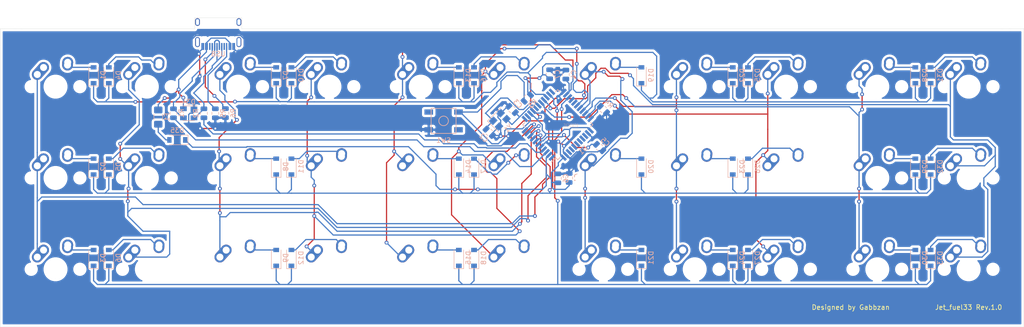
<source format=kicad_pcb>
(kicad_pcb (version 20171130) (host pcbnew "(5.1.0)-1")
  (layers (0 F.Cu signal) (31 B.Cu signal) (34 B.Paste user) (35 F.Paste user) (36 B.SilkS user) (37 F.SilkS user) (38 B.Mask user) (39 F.Mask user) (44 Edge.Cuts user))
  (net 0 "")
  (net 1 GND)
  (net 2 +5V)
  (net 3 "Net-(C2-Pad1)")
  (net 4 "Net-(C3-Pad1)")
  (net 5 "Net-(C5-Pad2)")
  (net 6 "Net-(D1-Pad2)")
  (net 7 ROW0)
  (net 8 ROW1)
  (net 9 "Net-(D2-Pad2)")
  (net 10 ROW2)
  (net 11 "Net-(D3-Pad2)")
  (net 12 "Net-(D4-Pad2)")
  (net 13 "Net-(D5-Pad2)")
  (net 14 "Net-(D6-Pad2)")
  (net 15 "Net-(D7-Pad2)")
  (net 16 "Net-(D8-Pad2)")
  (net 17 "Net-(D9-Pad2)")
  (net 18 "Net-(D10-Pad2)")
  (net 19 "Net-(D11-Pad2)")
  (net 20 "Net-(D12-Pad2)")
  (net 21 "Net-(D13-Pad2)")
  (net 22 "Net-(D14-Pad2)")
  (net 23 "Net-(D15-Pad2)")
  (net 24 "Net-(D16-Pad2)")
  (net 25 "Net-(D17-Pad2)")
  (net 26 "Net-(D18-Pad2)")
  (net 27 "Net-(D19-Pad2)")
  (net 28 "Net-(D20-Pad2)")
  (net 29 "Net-(D21-Pad2)")
  (net 30 "Net-(D22-Pad2)")
  (net 31 "Net-(D23-Pad2)")
  (net 32 "Net-(D24-Pad2)")
  (net 33 "Net-(D25-Pad2)")
  (net 34 "Net-(D26-Pad2)")
  (net 35 "Net-(D27-Pad2)")
  (net 36 "Net-(D28-Pad2)")
  (net 37 "Net-(D29-Pad2)")
  (net 38 "Net-(D30-Pad2)")
  (net 39 "Net-(D31-Pad2)")
  (net 40 "Net-(D32-Pad2)")
  (net 41 "Net-(D33-Pad2)")
  (net 42 D+)
  (net 43 D-)
  (net 44 "Net-(D34-Pad4)")
  (net 45 VCC)
  (net 46 COL0)
  (net 47 COL1)
  (net 48 COL2)
  (net 49 COL3)
  (net 50 COL4)
  (net 51 COL5)
  (net 52 COL6)
  (net 53 COL7)
  (net 54 COL8)
  (net 55 COL9)
  (net 56 COL10)
  (net 57 "Net-(R1-Pad1)")
  (net 58 "Net-(R2-Pad2)")
  (net 59 "Net-(R3-Pad1)")
  (net 60 "Net-(R4-Pad2)")
  (net 61 "Net-(R5-Pad2)")
  (net 62 "Net-(R6-Pad2)")
  (net 63 "Net-(U1-Pad1)")
  (net 64 "Net-(U1-Pad22)")
  (net 65 "Net-(U1-Pad26)")
  (net 66 "Net-(U1-Pad27)")
  (net 67 "Net-(U1-Pad36)")
  (net 68 "Net-(U1-Pad37)")
  (net 69 "Net-(U1-Pad38)")
  (net 70 "Net-(U1-Pad39)")
  (net 71 "Net-(U1-Pad40)")
  (net 72 "Net-(U1-Pad41)")
  (net 73 "Net-(U1-Pad42)")
  (module MX_alps_hybrid:MX-1U-NoLED (layer F.Cu) (at 93.6625 116.68125)
    (fp_text reference MX7)
    (fp_text value 1U)
    (pad "" np_thru_hole circle (at 5.08 0 48.0996) (size 1.75 1.75) (drill 1.75) (layers *.Cu *.Mask))
    (pad "" np_thru_hole circle (at -5.08 0 48.0996) (size 1.75 1.75) (drill 1.75) (layers *.Cu *.Mask))
    (pad 1 thru_hole circle (at -2.5 -4) (size 2.25 2.25) (drill 1.47) (layers *.Cu B.Mask) (net 48 COL2))
    (pad "" np_thru_hole circle (at 0 0) (size 3.9878 3.9878) (drill 3.9878) (layers *.Cu *.Mask))
    (pad 1 thru_hole oval (at -3.81 -2.54 48) (size 4.211556 2.25) (drill 1.47 (offset 0.980778 0)) (layers *.Cu B.Mask) (net 48 COL2))
    (pad 2 thru_hole circle (at 2.54 -5.08) (size 2.25 2.25) (drill 1.47) (layers *.Cu B.Mask) (net 15 "Net-(D7-Pad2)"))
    (pad 2 thru_hole oval (at 2.5 -4.5 86) (size 2.831378 2.25) (drill 1.47 (offset 0.290689 0)) (layers *.Cu B.Mask) (net 15 "Net-(D7-Pad2)"))
  )
  (module type-c:HRO-TYPE-C-31-M-12 (layer B.Cu) (at 89.5 100.6)
    (fp_text reference USB (at 0 9.25) (layer B.SilkS) (effects (justify mirror)))
    (fp_text value HRO-TYPE-C-31-M-12)
    (pad 13 thru_hole oval (at 4.32 2.6) (size 1 1.6) (drill oval 0.6 1.2) (layers *.Cu F.Mask))
    (pad 13 thru_hole oval (at -4.32 2.6) (size 1 1.6) (drill oval 0.6 1.2) (layers *.Cu F.Mask))
    (pad 13 thru_hole oval (at 4.32 6.78) (size 1 2.1) (drill oval 0.6 1.7) (layers *.Cu F.Mask))
    (pad 13 thru_hole oval (at -4.32 6.78) (size 1 2.1) (drill oval 0.6 1.7) (layers *.Cu F.Mask))
    (pad "" np_thru_hole circle (at -2.89 6.25) (size 0.65 0.65) (drill 0.65) (layers *.Cu *.Mask))
    (pad "" np_thru_hole circle (at 2.89 6.25) (size 0.65 0.65) (drill 0.65) (layers *.Cu *.Mask))
    (pad 6 smd rect (at -0.25 7.695) (size 0.3 1.45) (layers B.Cu B.Paste B.Mask) (net 42 D+))
    (pad 7 smd rect (at 0.25 7.695) (size 0.3 1.45) (layers B.Cu B.Paste B.Mask) (net 43 D-))
    (pad 8 smd rect (at 0.75 7.695) (size 0.3 1.45) (layers B.Cu B.Paste B.Mask) (net 42 D+))
    (pad 5 smd rect (at -0.75 7.695) (size 0.3 1.45) (layers B.Cu B.Paste B.Mask) (net 43 D-))
    (pad 9 smd rect (at 1.25 7.695) (size 0.3 1.45) (layers B.Cu B.Paste B.Mask))
    (pad 4 smd rect (at -1.25 7.695) (size 0.3 1.45) (layers B.Cu B.Paste B.Mask) (net 62 "Net-(R6-Pad2)"))
    (pad 10 smd rect (at 1.75 7.695) (size 0.3 1.45) (layers B.Cu B.Paste B.Mask) (net 61 "Net-(R5-Pad2)"))
    (pad 3 smd rect (at -1.75 7.695) (size 0.3 1.45) (layers B.Cu B.Paste B.Mask))
    (pad 2 smd rect (at -2.45 7.695) (size 0.6 1.45) (layers B.Cu B.Paste B.Mask) (net 44 "Net-(D34-Pad4)"))
    (pad 11 smd rect (at 2.45 7.695) (size 0.6 1.45) (layers B.Cu B.Paste B.Mask) (net 44 "Net-(D34-Pad4)"))
    (pad 1 smd rect (at -3.225 7.695) (size 0.6 1.45) (layers B.Cu B.Paste B.Mask) (net 1 GND))
    (pad 12 smd rect (at 3.225 7.695) (size 0.6 1.45) (layers B.Cu B.Paste B.Mask) (net 1 GND))
  )
  (module Resistor_SMD:R_0805_2012Metric (layer B.Cu) (at 91 122.2 90)
    (fp_text reference R6 (at 0 1.65 90) (layer B.SilkS) (effects (justify mirror)))
    (fp_text value 5k)
    (pad 1 smd roundrect (at -0.9375 0 90) (size 0.975 1.4) (layers B.Cu B.Paste B.Mask) (net 1 GND))
    (pad 2 smd roundrect (at 0.9375 0 90) (size 0.975 1.4) (layers B.Cu B.Paste B.Mask) (net 62 "Net-(R6-Pad2)"))
  )
  (module Package_QFP:TQFP-44_10x10mm_P0.8mm (layer B.Cu) (at 160.3375 124.61875 45)
    (fp_text reference U1 (at 0 7.450001 45) (layer B.SilkS) (effects (justify mirror)))
    (fp_text value ATmega32U4-AU)
    (pad 1 smd rect (at -5.7 4 45) (size 1.5 0.55) (layers B.Cu B.Paste B.Mask) (net 63 "Net-(U1-Pad1)"))
    (pad 2 smd rect (at -5.7 3.2 45) (size 1.5 0.55) (layers B.Cu B.Paste B.Mask) (net 2 +5V))
    (pad 3 smd rect (at -5.7 2.4 45) (size 1.5 0.55) (layers B.Cu B.Paste B.Mask) (net 57 "Net-(R1-Pad1)"))
    (pad 4 smd rect (at -5.7 1.6 45) (size 1.5 0.55) (layers B.Cu B.Paste B.Mask) (net 58 "Net-(R2-Pad2)"))
    (pad 5 smd rect (at -5.7 0.8 45) (size 1.5 0.55) (layers B.Cu B.Paste B.Mask) (net 1 GND))
    (pad 6 smd rect (at -5.7 0 45) (size 1.5 0.55) (layers B.Cu B.Paste B.Mask) (net 5 "Net-(C5-Pad2)"))
    (pad 7 smd rect (at -5.7 -0.8 45) (size 1.5 0.55) (layers B.Cu B.Paste B.Mask) (net 2 +5V))
    (pad 8 smd rect (at -5.7 -1.6 45) (size 1.5 0.55) (layers B.Cu B.Paste B.Mask) (net 46 COL0))
    (pad 9 smd rect (at -5.7 -2.4 45) (size 1.5 0.55) (layers B.Cu B.Paste B.Mask) (net 47 COL1))
    (pad 10 smd rect (at -5.7 -3.2 45) (size 1.5 0.55) (layers B.Cu B.Paste B.Mask) (net 48 COL2))
    (pad 11 smd rect (at -5.7 -4 45) (size 1.5 0.55) (layers B.Cu B.Paste B.Mask) (net 49 COL3))
    (pad 12 smd rect (at -4 -5.7 315) (size 1.5 0.55) (layers B.Cu B.Paste B.Mask))
    (pad 13 smd rect (at -3.2 -5.7 315) (size 1.5 0.55) (layers B.Cu B.Paste B.Mask) (net 59 "Net-(R3-Pad1)"))
    (pad 14 smd rect (at -2.4 -5.7 315) (size 1.5 0.55) (layers B.Cu B.Paste B.Mask) (net 2 +5V))
    (pad 15 smd rect (at -1.6 -5.7 315) (size 1.5 0.55) (layers B.Cu B.Paste B.Mask) (net 1 GND))
    (pad 16 smd rect (at -0.8 -5.7 315) (size 1.5 0.55) (layers B.Cu B.Paste B.Mask) (net 4 "Net-(C3-Pad1)"))
    (pad 17 smd rect (at 0 -5.7 315) (size 1.5 0.55) (layers B.Cu B.Paste B.Mask) (net 3 "Net-(C2-Pad1)"))
    (pad 18 smd rect (at 0.8 -5.7 315) (size 1.5 0.55) (layers B.Cu B.Paste B.Mask) (net 55 COL9))
    (pad 19 smd rect (at 1.6 -5.7 315) (size 1.5 0.55) (layers B.Cu B.Paste B.Mask) (net 56 COL10))
    (pad 20 smd rect (at 2.4 -5.7 315) (size 1.5 0.55) (layers B.Cu B.Paste B.Mask) (net 7 ROW0))
    (pad 21 smd rect (at 3.2 -5.7 315) (size 1.5 0.55) (layers B.Cu B.Paste B.Mask) (net 8 ROW1))
    (pad 22 smd rect (at 4 -5.7 315) (size 1.5 0.55) (layers B.Cu B.Paste B.Mask) (net 64 "Net-(U1-Pad22)"))
    (pad 23 smd rect (at 5.7 -4 45) (size 1.5 0.55) (layers B.Cu B.Paste B.Mask) (net 1 GND))
    (pad 24 smd rect (at 5.7 -3.2 45) (size 1.5 0.55) (layers B.Cu B.Paste B.Mask) (net 2 +5V))
    (pad 25 smd rect (at 5.7 -2.4 45) (size 1.5 0.55) (layers B.Cu B.Paste B.Mask) (net 10 ROW2))
    (pad 26 smd rect (at 5.7 -1.6 45) (size 1.5 0.55) (layers B.Cu B.Paste B.Mask) (net 65 "Net-(U1-Pad26)"))
    (pad 27 smd rect (at 5.7 -0.8 45) (size 1.5 0.55) (layers B.Cu B.Paste B.Mask) (net 66 "Net-(U1-Pad27)"))
    (pad 28 smd rect (at 5.7 0 45) (size 1.5 0.55) (layers B.Cu B.Paste B.Mask) (net 50 COL4))
    (pad 29 smd rect (at 5.7 0.8 45) (size 1.5 0.55) (layers B.Cu B.Paste B.Mask) (net 51 COL5))
    (pad 30 smd rect (at 5.7 1.6 45) (size 1.5 0.55) (layers B.Cu B.Paste B.Mask) (net 52 COL6))
    (pad 31 smd rect (at 5.7 2.4 45) (size 1.5 0.55) (layers B.Cu B.Paste B.Mask) (net 53 COL7))
    (pad 32 smd rect (at 5.7 3.2 45) (size 1.5 0.55) (layers B.Cu B.Paste B.Mask) (net 54 COL8))
    (pad 33 smd rect (at 5.7 4 45) (size 1.5 0.55) (layers B.Cu B.Paste B.Mask) (net 60 "Net-(R4-Pad2)"))
    (pad 34 smd rect (at 4 5.7 315) (size 1.5 0.55) (layers B.Cu B.Paste B.Mask) (net 2 +5V))
    (pad 35 smd rect (at 3.2 5.7 315) (size 1.5 0.55) (layers B.Cu B.Paste B.Mask) (net 1 GND))
    (pad 36 smd rect (at 2.4 5.7 315) (size 1.5 0.55) (layers B.Cu B.Paste B.Mask) (net 67 "Net-(U1-Pad36)"))
    (pad 37 smd rect (at 1.6 5.7 315) (size 1.5 0.55) (layers B.Cu B.Paste B.Mask) (net 68 "Net-(U1-Pad37)"))
    (pad 38 smd rect (at 0.8 5.7 315) (size 1.5 0.55) (layers B.Cu B.Paste B.Mask) (net 69 "Net-(U1-Pad38)"))
    (pad 39 smd rect (at 0 5.7 315) (size 1.5 0.55) (layers B.Cu B.Paste B.Mask) (net 70 "Net-(U1-Pad39)"))
    (pad 40 smd rect (at -0.8 5.7 315) (size 1.5 0.55) (layers B.Cu B.Paste B.Mask) (net 71 "Net-(U1-Pad40)"))
    (pad 41 smd rect (at -1.6 5.7 315) (size 1.5 0.55) (layers B.Cu B.Paste B.Mask) (net 72 "Net-(U1-Pad41)"))
    (pad 42 smd rect (at -2.4 5.7 315) (size 1.5 0.55) (layers B.Cu B.Paste B.Mask) (net 73 "Net-(U1-Pad42)"))
    (pad 43 smd rect (at -3.2 5.7 315) (size 1.5 0.55) (layers B.Cu B.Paste B.Mask) (net 1 GND))
    (pad 44 smd rect (at -4 5.7 315) (size 1.5 0.55) (layers B.Cu B.Paste B.Mask) (net 2 +5V))
  )
  (module MX_alps_hybrid:MX-1U-NoLED (layer F.Cu) (at 169.8625 116.68125)
    (fp_text reference MX19)
    (fp_text value MX-1U)
    (pad "" np_thru_hole circle (at 5.08 0 48.0996) (size 1.75 1.75) (drill 1.75) (layers *.Cu *.Mask))
    (pad "" np_thru_hole circle (at -5.08 0 48.0996) (size 1.75 1.75) (drill 1.75) (layers *.Cu *.Mask))
    (pad 1 thru_hole circle (at -2.5 -4) (size 2.25 2.25) (drill 1.47) (layers *.Cu B.Mask) (net 52 COL6))
    (pad "" np_thru_hole circle (at 0 0) (size 3.9878 3.9878) (drill 3.9878) (layers *.Cu *.Mask))
    (pad 1 thru_hole oval (at -3.81 -2.54 48.0996) (size 4.211556 2.25) (drill 1.47 (offset 0.980778 0)) (layers *.Cu B.Mask) (net 52 COL6))
    (pad 2 thru_hole circle (at 2.54 -5.08) (size 2.25 2.25) (drill 1.47) (layers *.Cu B.Mask) (net 27 "Net-(D19-Pad2)"))
    (pad 2 thru_hole oval (at 2.5 -4.5 86.0548) (size 2.831378 2.25) (drill 1.47 (offset 0.290689 0)) (layers *.Cu B.Mask) (net 27 "Net-(D19-Pad2)"))
  )
  (module MX_alps_hybrid:MX-1U-NoLED (layer F.Cu) (at 93.6625 154.78125)
    (fp_text reference MX9)
    (fp_text value MX-1U)
    (pad 2 thru_hole oval (at 2.5 -4.5 86.0548) (size 2.831378 2.25) (drill 1.47 (offset 0.290689 0)) (layers *.Cu B.Mask) (net 17 "Net-(D9-Pad2)"))
    (pad 2 thru_hole circle (at 2.54 -5.08) (size 2.25 2.25) (drill 1.47) (layers *.Cu B.Mask) (net 17 "Net-(D9-Pad2)"))
    (pad 1 thru_hole oval (at -3.81 -2.54 48.0996) (size 4.211556 2.25) (drill 1.47 (offset 0.980778 0)) (layers *.Cu B.Mask) (net 48 COL2))
    (pad "" np_thru_hole circle (at 0 0) (size 3.9878 3.9878) (drill 3.9878) (layers *.Cu *.Mask))
    (pad 1 thru_hole circle (at -2.5 -4) (size 2.25 2.25) (drill 1.47) (layers *.Cu B.Mask) (net 48 COL2))
    (pad "" np_thru_hole circle (at -5.08 0 48.0996) (size 1.75 1.75) (drill 1.75) (layers *.Cu *.Mask))
    (pad "" np_thru_hole circle (at 5.08 0 48.0996) (size 1.75 1.75) (drill 1.75) (layers *.Cu *.Mask))
  )
  (module MX_alps_hybrid:MX-1U-NoLED (layer F.Cu) (at 150.8125 135.73125)
    (fp_text reference MX17)
    (fp_text value MX-1U)
    (pad 2 thru_hole oval (at 2.5 -4.5 86.0548) (size 2.831378 2.25) (drill 1.47 (offset 0.290689 0)) (layers *.Cu B.Mask) (net 25 "Net-(D17-Pad2)"))
    (pad 2 thru_hole circle (at 2.54 -5.08) (size 2.25 2.25) (drill 1.47) (layers *.Cu B.Mask) (net 25 "Net-(D17-Pad2)"))
    (pad 1 thru_hole oval (at -3.81 -2.54 48.0996) (size 4.211556 2.25) (drill 1.47 (offset 0.980778 0)) (layers *.Cu B.Mask) (net 51 COL5))
    (pad "" np_thru_hole circle (at 0 0) (size 3.9878 3.9878) (drill 3.9878) (layers *.Cu *.Mask))
    (pad 1 thru_hole circle (at -2.5 -4) (size 2.25 2.25) (drill 1.47) (layers *.Cu B.Mask) (net 51 COL5))
    (pad "" np_thru_hole circle (at -5.08 0 48.0996) (size 1.75 1.75) (drill 1.75) (layers *.Cu *.Mask))
    (pad "" np_thru_hole circle (at 5.08 0 48.0996) (size 1.75 1.75) (drill 1.75) (layers *.Cu *.Mask))
  )
  (module MX_alps_hybrid:MX-1U-NoLED (layer F.Cu) (at 55.5625 116.68125)
    (fp_text reference MX1)
    (fp_text value MX-1U)
    (pad "" np_thru_hole circle (at 5.08 0 48.0996) (size 1.75 1.75) (drill 1.75) (layers *.Cu *.Mask))
    (pad "" np_thru_hole circle (at -5.08 0 48.0996) (size 1.75 1.75) (drill 1.75) (layers *.Cu *.Mask))
    (pad 1 thru_hole circle (at -2.5 -4) (size 2.25 2.25) (drill 1.47) (layers *.Cu B.Mask) (net 46 COL0))
    (pad "" np_thru_hole circle (at 0 0) (size 3.9878 3.9878) (drill 3.9878) (layers *.Cu *.Mask))
    (pad 1 thru_hole oval (at -3.81 -2.54 48.0996) (size 4.211556 2.25) (drill 1.47 (offset 0.980778 0)) (layers *.Cu B.Mask) (net 46 COL0))
    (pad 2 thru_hole circle (at 2.54 -5.08) (size 2.25 2.25) (drill 1.47) (layers *.Cu B.Mask) (net 6 "Net-(D1-Pad2)"))
    (pad 2 thru_hole oval (at 2.5 -4.5 86.0548) (size 2.831378 2.25) (drill 1.47 (offset 0.290689 0)) (layers *.Cu B.Mask) (net 6 "Net-(D1-Pad2)"))
  )
  (module Capacitor_SMD:C_0805_2012Metric (layer B.Cu) (at 162.71875 135.73125 90)
    (fp_text reference C1 (at 0 1.65 90) (layer B.SilkS) (effects (justify mirror)))
    (fp_text value 0.1uF)
    (pad 2 smd roundrect (at 0.9375 0 90) (size 0.975 1.4) (layers B.Cu B.Paste B.Mask) (net 1 GND))
    (pad 1 smd roundrect (at -0.9375 0 90) (size 0.975 1.4) (layers B.Cu B.Paste B.Mask) (net 2 +5V))
  )
  (module Capacitor_SMD:C_0805_2012Metric (layer B.Cu) (at 146.05 126.20625 315)
    (fp_text reference C2 (at 0 1.65 315) (layer B.SilkS) (effects (justify mirror)))
    (fp_text value 22pF)
    (pad 2 smd roundrect (at 0.9375 0 315) (size 0.975 1.4) (layers B.Cu B.Paste B.Mask) (net 1 GND))
    (pad 1 smd roundrect (at -0.9375 0 315) (size 0.975 1.4) (layers B.Cu B.Paste B.Mask) (net 3 "Net-(C2-Pad1)"))
  )
  (module Capacitor_SMD:C_0805_2012Metric (layer B.Cu) (at 150.8125 121.44375 135)
    (fp_text reference C3 (at 0 1.65 135) (layer B.SilkS) (effects (justify mirror)))
    (fp_text value 22pF)
    (pad 1 smd roundrect (at -0.9375 0 135) (size 0.975 1.4) (layers B.Cu B.Paste B.Mask) (net 4 "Net-(C3-Pad1)"))
    (pad 2 smd roundrect (at 0.9375 0 135) (size 0.975 1.4) (layers B.Cu B.Paste B.Mask) (net 1 GND))
  )
  (module Capacitor_SMD:C_0805_2012Metric (layer B.Cu) (at 162.0266 114.1476 90)
    (fp_text reference C4 (at 0 1.65 90) (layer B.SilkS) (effects (justify mirror)))
    (fp_text value 0.1uF)
    (pad 2 smd roundrect (at 0.9375 0 90) (size 0.975 1.4) (layers B.Cu B.Paste B.Mask) (net 1 GND))
    (pad 1 smd roundrect (at -0.9375 0 90) (size 0.975 1.4) (layers B.Cu B.Paste B.Mask) (net 2 +5V))
  )
  (module Capacitor_SMD:C_0805_2012Metric (layer B.Cu) (at 169.06875 129.38125 135)
    (fp_text reference C5 (at 0 1.65 135) (layer B.SilkS) (effects (justify mirror)))
    (fp_text value 1uF)
    (pad 1 smd roundrect (at -0.9375 0 135) (size 0.975 1.4) (layers B.Cu B.Paste B.Mask) (net 1 GND))
    (pad 2 smd roundrect (at 0.9375 0 135) (size 0.975 1.4) (layers B.Cu B.Paste B.Mask) (net 5 "Net-(C5-Pad2)"))
  )
  (module Capacitor_SMD:C_0805_2012Metric (layer B.Cu) (at 160.3629 135.8115 90)
    (fp_text reference C6 (at 0 1.65 90) (layer B.SilkS) (effects (justify mirror)))
    (fp_text value 0.1uF)
    (pad 1 smd roundrect (at -0.9375 0 90) (size 0.975 1.4) (layers B.Cu B.Paste B.Mask) (net 2 +5V))
    (pad 2 smd roundrect (at 0.9375 0 90) (size 0.975 1.4) (layers B.Cu B.Paste B.Mask) (net 1 GND))
  )
  (module Capacitor_SMD:C_0805_2012Metric (layer B.Cu) (at 158.6484 114.0968 90)
    (fp_text reference C7 (at 0 1.65 90) (layer B.SilkS) (effects (justify mirror)))
    (fp_text value 10uF)
    (pad 1 smd roundrect (at -0.9375 0 90) (size 0.975 1.4) (layers B.Cu B.Paste B.Mask) (net 2 +5V))
    (pad 2 smd roundrect (at 0.9375 0 90) (size 0.975 1.4) (layers B.Cu B.Paste B.Mask) (net 1 GND))
  )
  (module Diode_SMD:D_SOD-123 (layer B.Cu) (at 63.5 114.3 90)
    (fp_text reference D1 (at 0 2 90) (layer B.SilkS) (effects (justify mirror)))
    (fp_text value D_Small)
    (pad 2 smd rect (at 1.65 0 90) (size 0.9 1.2) (layers B.Cu B.Paste B.Mask) (net 6 "Net-(D1-Pad2)"))
    (pad 1 smd rect (at -1.65 0 90) (size 0.9 1.2) (layers B.Cu B.Paste B.Mask) (net 7 ROW0))
  )
  (module Diode_SMD:D_SOD-123 (layer B.Cu) (at 63.5 133.35 90)
    (fp_text reference D2 (at 0 2 90) (layer B.SilkS) (effects (justify mirror)))
    (fp_text value D_Small)
    (pad 1 smd rect (at -1.65 0 90) (size 0.9 1.2) (layers B.Cu B.Paste B.Mask) (net 8 ROW1))
    (pad 2 smd rect (at 1.65 0 90) (size 0.9 1.2) (layers B.Cu B.Paste B.Mask) (net 9 "Net-(D2-Pad2)"))
  )
  (module Diode_SMD:D_SOD-123 (layer B.Cu) (at 63.5 152.4 90)
    (fp_text reference D3 (at 0 2 90) (layer B.SilkS) (effects (justify mirror)))
    (fp_text value D_Small)
    (pad 1 smd rect (at -1.65 0 90) (size 0.9 1.2) (layers B.Cu B.Paste B.Mask) (net 10 ROW2))
    (pad 2 smd rect (at 1.65 0 90) (size 0.9 1.2) (layers B.Cu B.Paste B.Mask) (net 11 "Net-(D3-Pad2)"))
  )
  (module Diode_SMD:D_SOD-123 (layer B.Cu) (at 66.675 114.3 90)
    (fp_text reference D4 (at 0 2 90) (layer B.SilkS) (effects (justify mirror)))
    (fp_text value D_Small)
    (pad 1 smd rect (at -1.65 0 90) (size 0.9 1.2) (layers B.Cu B.Paste B.Mask) (net 7 ROW0))
    (pad 2 smd rect (at 1.65 0 90) (size 0.9 1.2) (layers B.Cu B.Paste B.Mask) (net 12 "Net-(D4-Pad2)"))
  )
  (module Diode_SMD:D_SOD-123 (layer B.Cu) (at 66.675 133.35 90)
    (fp_text reference D5 (at 0 2 90) (layer B.SilkS) (effects (justify mirror)))
    (fp_text value D_Small)
    (pad 1 smd rect (at -1.65 0 90) (size 0.9 1.2) (layers B.Cu B.Paste B.Mask) (net 8 ROW1))
    (pad 2 smd rect (at 1.65 0 90) (size 0.9 1.2) (layers B.Cu B.Paste B.Mask) (net 13 "Net-(D5-Pad2)"))
  )
  (module Diode_SMD:D_SOD-123 (layer B.Cu) (at 66.675 152.4 90)
    (fp_text reference D6 (at 0 2 90) (layer B.SilkS) (effects (justify mirror)))
    (fp_text value D_Small)
    (pad 2 smd rect (at 1.65 0 90) (size 0.9 1.2) (layers B.Cu B.Paste B.Mask) (net 14 "Net-(D6-Pad2)"))
    (pad 1 smd rect (at -1.65 0 90) (size 0.9 1.2) (layers B.Cu B.Paste B.Mask) (net 10 ROW2))
  )
  (module Diode_SMD:D_SOD-123 (layer B.Cu) (at 101.6 114.3 90)
    (fp_text reference D7 (at 0 2 90) (layer B.SilkS) (effects (justify mirror)))
    (fp_text value D_Small)
    (pad 1 smd rect (at -1.65 0 90) (size 0.9 1.2) (layers B.Cu B.Paste B.Mask) (net 7 ROW0))
    (pad 2 smd rect (at 1.65 0 90) (size 0.9 1.2) (layers B.Cu B.Paste B.Mask) (net 15 "Net-(D7-Pad2)"))
  )
  (module Diode_SMD:D_SOD-123 (layer B.Cu) (at 101.6 133.35 90)
    (fp_text reference D8 (at 0 2 90) (layer B.SilkS) (effects (justify mirror)))
    (fp_text value D_Small)
    (pad 2 smd rect (at 1.65 0 90) (size 0.9 1.2) (layers B.Cu B.Paste B.Mask) (net 16 "Net-(D8-Pad2)"))
    (pad 1 smd rect (at -1.65 0 90) (size 0.9 1.2) (layers B.Cu B.Paste B.Mask) (net 8 ROW1))
  )
  (module Diode_SMD:D_SOD-123 (layer B.Cu) (at 101.6 152.4 90)
    (fp_text reference D9 (at 0 2 90) (layer B.SilkS) (effects (justify mirror)))
    (fp_text value D_Small)
    (pad 2 smd rect (at 1.65 0 90) (size 0.9 1.2) (layers B.Cu B.Paste B.Mask) (net 17 "Net-(D9-Pad2)"))
    (pad 1 smd rect (at -1.65 0 90) (size 0.9 1.2) (layers B.Cu B.Paste B.Mask) (net 10 ROW2))
  )
  (module Diode_SMD:D_SOD-123 (layer B.Cu) (at 104.775 114.3 90)
    (fp_text reference D10 (at 0 2 90) (layer B.SilkS) (effects (justify mirror)))
    (fp_text value D_Small)
    (pad 2 smd rect (at 1.65 0 90) (size 0.9 1.2) (layers B.Cu B.Paste B.Mask) (net 18 "Net-(D10-Pad2)"))
    (pad 1 smd rect (at -1.65 0 90) (size 0.9 1.2) (layers B.Cu B.Paste B.Mask) (net 7 ROW0))
  )
  (module Diode_SMD:D_SOD-123 (layer B.Cu) (at 104.775 133.35 90)
    (fp_text reference D11 (at 0 2 90) (layer B.SilkS) (effects (justify mirror)))
    (fp_text value D_Small)
    (pad 1 smd rect (at -1.65 0 90) (size 0.9 1.2) (layers B.Cu B.Paste B.Mask) (net 8 ROW1))
    (pad 2 smd rect (at 1.65 0 90) (size 0.9 1.2) (layers B.Cu B.Paste B.Mask) (net 19 "Net-(D11-Pad2)"))
  )
  (module Diode_SMD:D_SOD-123 (layer B.Cu) (at 104.775 152.4 90)
    (fp_text reference D12 (at 0 2 90) (layer B.SilkS) (effects (justify mirror)))
    (fp_text value D_Small)
    (pad 1 smd rect (at -1.65 0 90) (size 0.9 1.2) (layers B.Cu B.Paste B.Mask) (net 10 ROW2))
    (pad 2 smd rect (at 1.65 0 90) (size 0.9 1.2) (layers B.Cu B.Paste B.Mask) (net 20 "Net-(D12-Pad2)"))
  )
  (module Diode_SMD:D_SOD-123 (layer B.Cu) (at 139.7 114.3 90)
    (fp_text reference D13 (at 0 2 90) (layer B.SilkS) (effects (justify mirror)))
    (fp_text value D_Small)
    (pad 1 smd rect (at -1.65 0 90) (size 0.9 1.2) (layers B.Cu B.Paste B.Mask) (net 7 ROW0))
    (pad 2 smd rect (at 1.65 0 90) (size 0.9 1.2) (layers B.Cu B.Paste B.Mask) (net 21 "Net-(D13-Pad2)"))
  )
  (module Diode_SMD:D_SOD-123 (layer B.Cu) (at 139.7 133.35 90)
    (fp_text reference D14 (at 0 2 90) (layer B.SilkS) (effects (justify mirror)))
    (fp_text value D_Small)
    (pad 2 smd rect (at 1.65 0 90) (size 0.9 1.2) (layers B.Cu B.Paste B.Mask) (net 22 "Net-(D14-Pad2)"))
    (pad 1 smd rect (at -1.65 0 90) (size 0.9 1.2) (layers B.Cu B.Paste B.Mask) (net 8 ROW1))
  )
  (module Diode_SMD:D_SOD-123 (layer B.Cu) (at 139.7 152.4 90)
    (fp_text reference D15 (at 0 2 90) (layer B.SilkS) (effects (justify mirror)))
    (fp_text value D_Small)
    (pad 1 smd rect (at -1.65 0 90) (size 0.9 1.2) (layers B.Cu B.Paste B.Mask) (net 10 ROW2))
    (pad 2 smd rect (at 1.65 0 90) (size 0.9 1.2) (layers B.Cu B.Paste B.Mask) (net 23 "Net-(D15-Pad2)"))
  )
  (module Diode_SMD:D_SOD-123 (layer B.Cu) (at 142.875 114.3 90)
    (fp_text reference D16 (at 0 2 90) (layer B.SilkS) (effects (justify mirror)))
    (fp_text value D_Small)
    (pad 2 smd rect (at 1.65 0 90) (size 0.9 1.2) (layers B.Cu B.Paste B.Mask) (net 24 "Net-(D16-Pad2)"))
    (pad 1 smd rect (at -1.65 0 90) (size 0.9 1.2) (layers B.Cu B.Paste B.Mask) (net 7 ROW0))
  )
  (module Diode_SMD:D_SOD-123 (layer B.Cu) (at 142.875 133.35 90)
    (fp_text reference D17 (at 0 2 90) (layer B.SilkS) (effects (justify mirror)))
    (fp_text value D_Small)
    (pad 1 smd rect (at -1.65 0 90) (size 0.9 1.2) (layers B.Cu B.Paste B.Mask) (net 8 ROW1))
    (pad 2 smd rect (at 1.65 0 90) (size 0.9 1.2) (layers B.Cu B.Paste B.Mask) (net 25 "Net-(D17-Pad2)"))
  )
  (module Diode_SMD:D_SOD-123 (layer B.Cu) (at 142.875 152.4 90)
    (fp_text reference D18 (at 0 2 90) (layer B.SilkS) (effects (justify mirror)))
    (fp_text value D_Small)
    (pad 2 smd rect (at 1.65 0 90) (size 0.9 1.2) (layers B.Cu B.Paste B.Mask) (net 26 "Net-(D18-Pad2)"))
    (pad 1 smd rect (at -1.65 0 90) (size 0.9 1.2) (layers B.Cu B.Paste B.Mask) (net 10 ROW2))
  )
  (module Diode_SMD:D_SOD-123 (layer B.Cu) (at 177.8 114.3 90)
    (fp_text reference D19 (at 0 2 90) (layer B.SilkS) (effects (justify mirror)))
    (fp_text value D_Small)
    (pad 2 smd rect (at 1.65 0 90) (size 0.9 1.2) (layers B.Cu B.Paste B.Mask) (net 27 "Net-(D19-Pad2)"))
    (pad 1 smd rect (at -1.65 0 90) (size 0.9 1.2) (layers B.Cu B.Paste B.Mask) (net 7 ROW0))
  )
  (module Diode_SMD:D_SOD-123 (layer B.Cu) (at 177.8 133.35 90)
    (fp_text reference D20 (at 0 2 90) (layer B.SilkS) (effects (justify mirror)))
    (fp_text value D_Small)
    (pad 1 smd rect (at -1.65 0 90) (size 0.9 1.2) (layers B.Cu B.Paste B.Mask) (net 8 ROW1))
    (pad 2 smd rect (at 1.65 0 90) (size 0.9 1.2) (layers B.Cu B.Paste B.Mask) (net 28 "Net-(D20-Pad2)"))
  )
  (module Diode_SMD:D_SOD-123 (layer B.Cu) (at 177.8 152.4 90)
    (fp_text reference D21 (at 0 2 90) (layer B.SilkS) (effects (justify mirror)))
    (fp_text value D_Small)
    (pad 2 smd rect (at 1.65 0 90) (size 0.9 1.2) (layers B.Cu B.Paste B.Mask) (net 29 "Net-(D21-Pad2)"))
    (pad 1 smd rect (at -1.65 0 90) (size 0.9 1.2) (layers B.Cu B.Paste B.Mask) (net 10 ROW2))
  )
  (module Diode_SMD:D_SOD-123 (layer B.Cu) (at 196.85 114.3 90)
    (fp_text reference D22 (at 0 2 90) (layer B.SilkS) (effects (justify mirror)))
    (fp_text value D_Small)
    (pad 2 smd rect (at 1.65 0 90) (size 0.9 1.2) (layers B.Cu B.Paste B.Mask) (net 30 "Net-(D22-Pad2)"))
    (pad 1 smd rect (at -1.65 0 90) (size 0.9 1.2) (layers B.Cu B.Paste B.Mask) (net 7 ROW0))
  )
  (module Diode_SMD:D_SOD-123 (layer B.Cu) (at 196.85 133.35 90)
    (fp_text reference D23 (at 0 2 90) (layer B.SilkS) (effects (justify mirror)))
    (fp_text value D_Small)
    (pad 2 smd rect (at 1.65 0 90) (size 0.9 1.2) (layers B.Cu B.Paste B.Mask) (net 31 "Net-(D23-Pad2)"))
    (pad 1 smd rect (at -1.65 0 90) (size 0.9 1.2) (layers B.Cu B.Paste B.Mask) (net 8 ROW1))
  )
  (module Diode_SMD:D_SOD-123 (layer B.Cu) (at 196.85 152.4 90)
    (fp_text reference D24 (at 0 2 90) (layer B.SilkS) (effects (justify mirror)))
    (fp_text value D_Small)
    (pad 1 smd rect (at -1.65 0 90) (size 0.9 1.2) (layers B.Cu B.Paste B.Mask) (net 10 ROW2))
    (pad 2 smd rect (at 1.65 0 90) (size 0.9 1.2) (layers B.Cu B.Paste B.Mask) (net 32 "Net-(D24-Pad2)"))
  )
  (module Diode_SMD:D_SOD-123 (layer B.Cu) (at 200.025 114.3 90)
    (fp_text reference D25 (at 0 2 90) (layer B.SilkS) (effects (justify mirror)))
    (fp_text value D_Small)
    (pad 1 smd rect (at -1.65 0 90) (size 0.9 1.2) (layers B.Cu B.Paste B.Mask) (net 7 ROW0))
    (pad 2 smd rect (at 1.65 0 90) (size 0.9 1.2) (layers B.Cu B.Paste B.Mask) (net 33 "Net-(D25-Pad2)"))
  )
  (module Diode_SMD:D_SOD-123 (layer B.Cu) (at 200.025 133.35 90)
    (fp_text reference D26 (at 0 2 90) (layer B.SilkS) (effects (justify mirror)))
    (fp_text value D_Small)
    (pad 2 smd rect (at 1.65 0 90) (size 0.9 1.2) (layers B.Cu B.Paste B.Mask) (net 34 "Net-(D26-Pad2)"))
    (pad 1 smd rect (at -1.65 0 90) (size 0.9 1.2) (layers B.Cu B.Paste B.Mask) (net 8 ROW1))
  )
  (module Diode_SMD:D_SOD-123 (layer B.Cu) (at 200.025 152.4 90)
    (fp_text reference D27 (at 0 2 90) (layer B.SilkS) (effects (justify mirror)))
    (fp_text value D_Small)
    (pad 1 smd rect (at -1.65 0 90) (size 0.9 1.2) (layers B.Cu B.Paste B.Mask) (net 10 ROW2))
    (pad 2 smd rect (at 1.65 0 90) (size 0.9 1.2) (layers B.Cu B.Paste B.Mask) (net 35 "Net-(D27-Pad2)"))
  )
  (module Diode_SMD:D_SOD-123 (layer B.Cu) (at 234.95 114.3 90)
    (fp_text reference D28 (at 0 2 90) (layer B.SilkS) (effects (justify mirror)))
    (fp_text value D_Small)
    (pad 1 smd rect (at -1.65 0 90) (size 0.9 1.2) (layers B.Cu B.Paste B.Mask) (net 7 ROW0))
    (pad 2 smd rect (at 1.65 0 90) (size 0.9 1.2) (layers B.Cu B.Paste B.Mask) (net 36 "Net-(D28-Pad2)"))
  )
  (module Diode_SMD:D_SOD-123 (layer B.Cu) (at 234.95 133.35 90)
    (fp_text reference D29 (at 0 2 90) (layer B.SilkS) (effects (justify mirror)))
    (fp_text value D_Small)
    (pad 2 smd rect (at 1.65 0 90) (size 0.9 1.2) (layers B.Cu B.Paste B.Mask) (net 37 "Net-(D29-Pad2)"))
    (pad 1 smd rect (at -1.65 0 90) (size 0.9 1.2) (layers B.Cu B.Paste B.Mask) (net 8 ROW1))
  )
  (module Diode_SMD:D_SOD-123 (layer B.Cu) (at 234.95 152.4 90)
    (fp_text reference D30 (at 0 2 90) (layer B.SilkS) (effects (justify mirror)))
    (fp_text value D_Small)
    (pad 1 smd rect (at -1.65 0 90) (size 0.9 1.2) (layers B.Cu B.Paste B.Mask) (net 10 ROW2))
    (pad 2 smd rect (at 1.65 0 90) (size 0.9 1.2) (layers B.Cu B.Paste B.Mask) (net 38 "Net-(D30-Pad2)"))
  )
  (module Diode_SMD:D_SOD-123 (layer B.Cu) (at 238.125 114.3 90)
    (fp_text reference D31 (at 0 2 90) (layer B.SilkS) (effects (justify mirror)))
    (fp_text value D_Small)
    (pad 1 smd rect (at -1.65 0 90) (size 0.9 1.2) (layers B.Cu B.Paste B.Mask) (net 7 ROW0))
    (pad 2 smd rect (at 1.65 0 90) (size 0.9 1.2) (layers B.Cu B.Paste B.Mask) (net 39 "Net-(D31-Pad2)"))
  )
  (module Diode_SMD:D_SOD-123 (layer B.Cu) (at 238.125 133.35 90)
    (fp_text reference D32 (at 0 2 90) (layer B.SilkS) (effects (justify mirror)))
    (fp_text value D_Small)
    (pad 2 smd rect (at 1.65 0 90) (size 0.9 1.2) (layers B.Cu B.Paste B.Mask) (net 40 "Net-(D32-Pad2)"))
    (pad 1 smd rect (at -1.65 0 90) (size 0.9 1.2) (layers B.Cu B.Paste B.Mask) (net 8 ROW1))
  )
  (module Diode_SMD:D_SOD-123 (layer B.Cu) (at 238.125 152.4 90)
    (fp_text reference D33 (at 0 2 90) (layer B.SilkS) (effects (justify mirror)))
    (fp_text value D_Small)
    (pad 2 smd rect (at 1.65 0 90) (size 0.9 1.2) (layers B.Cu B.Paste B.Mask) (net 41 "Net-(D33-Pad2)"))
    (pad 1 smd rect (at -1.65 0 90) (size 0.9 1.2) (layers B.Cu B.Paste B.Mask) (net 10 ROW2))
  )
  (module Package_TO_SOT_SMD:SOT-143 (layer B.Cu) (at 83.34375 122.2375 180)
    (fp_text reference D34 (at 0.02 2.38 180) (layer B.SilkS) (effects (justify mirror)))
    (fp_text value PRTR5V0U2X)
    (pad 1 smd rect (at -1.1 0.77 270) (size 1.2 1.4) (layers B.Cu B.Paste B.Mask) (net 1 GND))
    (pad 2 smd rect (at -1.1 -0.95 270) (size 1 1.4) (layers B.Cu B.Paste B.Mask) (net 42 D+))
    (pad 3 smd rect (at 1.1 -0.95 270) (size 1 1.4) (layers B.Cu B.Paste B.Mask) (net 43 D-))
    (pad 4 smd rect (at 1.1 0.95 270) (size 1 1.4) (layers B.Cu B.Paste B.Mask) (net 44 "Net-(D34-Pad4)"))
  )
  (module Diode_SMD:D_SOD-123 (layer B.Cu) (at 80.9625 127.79375 180)
    (fp_text reference D35 (at 0 2 180) (layer B.SilkS) (effects (justify mirror)))
    (fp_text value D_Schottky_Small)
    (pad 2 smd rect (at 1.65 0 180) (size 0.9 1.2) (layers B.Cu B.Paste B.Mask) (net 45 VCC))
    (pad 1 smd rect (at -1.65 0 180) (size 0.9 1.2) (layers B.Cu B.Paste B.Mask) (net 2 +5V))
  )
  (module Fuse:Fuse_1206_3216Metric_Pad1.42x1.75mm_HandSolder (layer B.Cu) (at 76.99375 123.03125 90)
    (fp_text reference F1 (at 0 1.82 90) (layer B.SilkS) (effects (justify mirror)))
    (fp_text value 500mA)
    (pad 1 smd roundrect (at -1.4875 0 90) (size 1.425 1.75) (layers B.Cu B.Paste B.Mask) (roundrect_rratio 0.175439) (net 45 VCC))
    (pad 2 smd roundrect (at 1.4875 0 90) (size 1.425 1.75) (layers B.Cu B.Paste B.Mask) (roundrect_rratio 0.175439) (net 44 "Net-(D34-Pad4)"))
  )
  (module MX_alps_hybrid:MX-1U-NoLED (layer F.Cu) (at 55.5625 135.73125)
    (fp_text reference MX2)
    (fp_text value MX-1U)
    (pad 2 thru_hole oval (at 2.5 -4.5 86.0548) (size 2.831378 2.25) (drill 1.47 (offset 0.290689 0)) (layers *.Cu B.Mask) (net 9 "Net-(D2-Pad2)"))
    (pad 2 thru_hole circle (at 2.54 -5.08) (size 2.25 2.25) (drill 1.47) (layers *.Cu B.Mask) (net 9 "Net-(D2-Pad2)"))
    (pad 1 thru_hole oval (at -3.81 -2.54 48.0996) (size 4.211556 2.25) (drill 1.47 (offset 0.980778 0)) (layers *.Cu B.Mask) (net 46 COL0))
    (pad "" np_thru_hole circle (at 0 0) (size 3.9878 3.9878) (drill 3.9878) (layers *.Cu *.Mask))
    (pad 1 thru_hole circle (at -2.5 -4) (size 2.25 2.25) (drill 1.47) (layers *.Cu B.Mask) (net 46 COL0))
    (pad "" np_thru_hole circle (at -5.08 0 48.0996) (size 1.75 1.75) (drill 1.75) (layers *.Cu *.Mask))
    (pad "" np_thru_hole circle (at 5.08 0 48.0996) (size 1.75 1.75) (drill 1.75) (layers *.Cu *.Mask))
  )
  (module MX_alps_hybrid:MX-1U-NoLED (layer F.Cu) (at 55.5625 154.78125)
    (fp_text reference MX3)
    (fp_text value MX-1U)
    (pad "" np_thru_hole circle (at 5.08 0 48.0996) (size 1.75 1.75) (drill 1.75) (layers *.Cu *.Mask))
    (pad "" np_thru_hole circle (at -5.08 0 48.0996) (size 1.75 1.75) (drill 1.75) (layers *.Cu *.Mask))
    (pad 1 thru_hole circle (at -2.5 -4) (size 2.25 2.25) (drill 1.47) (layers *.Cu B.Mask) (net 46 COL0))
    (pad "" np_thru_hole circle (at 0 0) (size 3.9878 3.9878) (drill 3.9878) (layers *.Cu *.Mask))
    (pad 1 thru_hole oval (at -3.81 -2.54 48.0996) (size 4.211556 2.25) (drill 1.47 (offset 0.980778 0)) (layers *.Cu B.Mask) (net 46 COL0))
    (pad 2 thru_hole circle (at 2.54 -5.08) (size 2.25 2.25) (drill 1.47) (layers *.Cu B.Mask) (net 11 "Net-(D3-Pad2)"))
    (pad 2 thru_hole oval (at 2.5 -4.5 86.0548) (size 2.831378 2.25) (drill 1.47 (offset 0.290689 0)) (layers *.Cu B.Mask) (net 11 "Net-(D3-Pad2)"))
  )
  (module MX_alps_hybrid:MX-1U-NoLED (layer F.Cu) (at 74.6125 116.68125)
    (fp_text reference MX4)
    (fp_text value MX-1U)
    (pad "" np_thru_hole circle (at 5.08 0 48.0996) (size 1.75 1.75) (drill 1.75) (layers *.Cu *.Mask))
    (pad "" np_thru_hole circle (at -5.08 0 48.0996) (size 1.75 1.75) (drill 1.75) (layers *.Cu *.Mask))
    (pad 1 thru_hole circle (at -2.5 -4) (size 2.25 2.25) (drill 1.47) (layers *.Cu B.Mask) (net 47 COL1))
    (pad "" np_thru_hole circle (at 0 0) (size 3.9878 3.9878) (drill 3.9878) (layers *.Cu *.Mask))
    (pad 1 thru_hole oval (at -3.81 -2.54 48.0996) (size 4.211556 2.25) (drill 1.47 (offset 0.980778 0)) (layers *.Cu B.Mask) (net 47 COL1))
    (pad 2 thru_hole circle (at 2.54 -5.08) (size 2.25 2.25) (drill 1.47) (layers *.Cu B.Mask) (net 12 "Net-(D4-Pad2)"))
    (pad 2 thru_hole oval (at 2.5 -4.5 86.0548) (size 2.831378 2.25) (drill 1.47 (offset 0.290689 0)) (layers *.Cu B.Mask) (net 12 "Net-(D4-Pad2)"))
  )
  (module MX_alps_hybrid:MX-1U-NoLED (layer F.Cu) (at 74.6125 135.73125)
    (fp_text reference MX5)
    (fp_text value MX-1U)
    (pad 2 thru_hole oval (at 2.5 -4.5 86.0548) (size 2.831378 2.25) (drill 1.47 (offset 0.290689 0)) (layers *.Cu B.Mask) (net 13 "Net-(D5-Pad2)"))
    (pad 2 thru_hole circle (at 2.54 -5.08) (size 2.25 2.25) (drill 1.47) (layers *.Cu B.Mask) (net 13 "Net-(D5-Pad2)"))
    (pad 1 thru_hole oval (at -3.81 -2.54 48.0996) (size 4.211556 2.25) (drill 1.47 (offset 0.980778 0)) (layers *.Cu B.Mask) (net 47 COL1))
    (pad "" np_thru_hole circle (at 0 0) (size 3.9878 3.9878) (drill 3.9878) (layers *.Cu *.Mask))
    (pad 1 thru_hole circle (at -2.5 -4) (size 2.25 2.25) (drill 1.47) (layers *.Cu B.Mask) (net 47 COL1))
    (pad "" np_thru_hole circle (at -5.08 0 48.0996) (size 1.75 1.75) (drill 1.75) (layers *.Cu *.Mask))
    (pad "" np_thru_hole circle (at 5.08 0 48.0996) (size 1.75 1.75) (drill 1.75) (layers *.Cu *.Mask))
  )
  (module MX_alps_hybrid:MX-1U-NoLED (layer F.Cu) (at 74.6125 154.78125)
    (fp_text reference MX6)
    (fp_text value MX-1U)
    (pad "" np_thru_hole circle (at 5.08 0 48.0996) (size 1.75 1.75) (drill 1.75) (layers *.Cu *.Mask))
    (pad "" np_thru_hole circle (at -5.08 0 48.0996) (size 1.75 1.75) (drill 1.75) (layers *.Cu *.Mask))
    (pad 1 thru_hole circle (at -2.5 -4) (size 2.25 2.25) (drill 1.47) (layers *.Cu B.Mask) (net 47 COL1))
    (pad "" np_thru_hole circle (at 0 0) (size 3.9878 3.9878) (drill 3.9878) (layers *.Cu *.Mask))
    (pad 1 thru_hole oval (at -3.81 -2.54 48.0996) (size 4.211556 2.25) (drill 1.47 (offset 0.980778 0)) (layers *.Cu B.Mask) (net 47 COL1))
    (pad 2 thru_hole circle (at 2.54 -5.08) (size 2.25 2.25) (drill 1.47) (layers *.Cu B.Mask) (net 14 "Net-(D6-Pad2)"))
    (pad 2 thru_hole oval (at 2.5 -4.5 86.0548) (size 2.831378 2.25) (drill 1.47 (offset 0.290689 0)) (layers *.Cu B.Mask) (net 14 "Net-(D6-Pad2)"))
  )
  (module MX_alps_hybrid:MX-1U-NoLED (layer F.Cu) (at 93.6625 135.73125)
    (fp_text reference MX8)
    (fp_text value MX-1U)
    (pad 2 thru_hole oval (at 2.5 -4.5 86.0548) (size 2.831378 2.25) (drill 1.47 (offset 0.290689 0)) (layers *.Cu B.Mask) (net 16 "Net-(D8-Pad2)"))
    (pad 2 thru_hole circle (at 2.54 -5.08) (size 2.25 2.25) (drill 1.47) (layers *.Cu B.Mask) (net 16 "Net-(D8-Pad2)"))
    (pad 1 thru_hole oval (at -3.81 -2.54 48.0996) (size 4.211556 2.25) (drill 1.47 (offset 0.980778 0)) (layers *.Cu B.Mask) (net 48 COL2))
    (pad "" np_thru_hole circle (at 0 0) (size 3.9878 3.9878) (drill 3.9878) (layers *.Cu *.Mask))
    (pad 1 thru_hole circle (at -2.5 -4) (size 2.25 2.25) (drill 1.47) (layers *.Cu B.Mask) (net 48 COL2))
    (pad "" np_thru_hole circle (at -5.08 0 48.0996) (size 1.75 1.75) (drill 1.75) (layers *.Cu *.Mask))
    (pad "" np_thru_hole circle (at 5.08 0 48.0996) (size 1.75 1.75) (drill 1.75) (layers *.Cu *.Mask))
  )
  (module MX_alps_hybrid:MX-1U-NoLED (layer F.Cu) (at 112.7125 116.68125)
    (fp_text reference MX10)
    (fp_text value MX-1U)
    (pad 2 thru_hole oval (at 2.5 -4.5 86.0548) (size 2.831378 2.25) (drill 1.47 (offset 0.290689 0)) (layers *.Cu B.Mask) (net 18 "Net-(D10-Pad2)"))
    (pad 2 thru_hole circle (at 2.54 -5.08) (size 2.25 2.25) (drill 1.47) (layers *.Cu B.Mask) (net 18 "Net-(D10-Pad2)"))
    (pad 1 thru_hole oval (at -3.81 -2.54 48.0996) (size 4.211556 2.25) (drill 1.47 (offset 0.980778 0)) (layers *.Cu B.Mask) (net 49 COL3))
    (pad "" np_thru_hole circle (at 0 0) (size 3.9878 3.9878) (drill 3.9878) (layers *.Cu *.Mask))
    (pad 1 thru_hole circle (at -2.5 -4) (size 2.25 2.25) (drill 1.47) (layers *.Cu B.Mask) (net 49 COL3))
    (pad "" np_thru_hole circle (at -5.08 0 48.0996) (size 1.75 1.75) (drill 1.75) (layers *.Cu *.Mask))
    (pad "" np_thru_hole circle (at 5.08 0 48.0996) (size 1.75 1.75) (drill 1.75) (layers *.Cu *.Mask))
  )
  (module MX_alps_hybrid:MX-1U-NoLED (layer F.Cu) (at 112.7125 135.73125)
    (fp_text reference MX11)
    (fp_text value MX-1U)
    (pad 2 thru_hole oval (at 2.5 -4.5 86.0548) (size 2.831378 2.25) (drill 1.47 (offset 0.290689 0)) (layers *.Cu B.Mask) (net 19 "Net-(D11-Pad2)"))
    (pad 2 thru_hole circle (at 2.54 -5.08) (size 2.25 2.25) (drill 1.47) (layers *.Cu B.Mask) (net 19 "Net-(D11-Pad2)"))
    (pad 1 thru_hole oval (at -3.81 -2.54 48.0996) (size 4.211556 2.25) (drill 1.47 (offset 0.980778 0)) (layers *.Cu B.Mask) (net 49 COL3))
    (pad "" np_thru_hole circle (at 0 0) (size 3.9878 3.9878) (drill 3.9878) (layers *.Cu *.Mask))
    (pad 1 thru_hole circle (at -2.5 -4) (size 2.25 2.25) (drill 1.47) (layers *.Cu B.Mask) (net 49 COL3))
    (pad "" np_thru_hole circle (at -5.08 0 48.0996) (size 1.75 1.75) (drill 1.75) (layers *.Cu *.Mask))
    (pad "" np_thru_hole circle (at 5.08 0 48.0996) (size 1.75 1.75) (drill 1.75) (layers *.Cu *.Mask))
  )
  (module MX_alps_hybrid:MX-1U-NoLED (layer F.Cu) (at 112.7125 154.78125)
    (fp_text reference MX12)
    (fp_text value MX-1U)
    (pad "" np_thru_hole circle (at 5.08 0 48.0996) (size 1.75 1.75) (drill 1.75) (layers *.Cu *.Mask))
    (pad "" np_thru_hole circle (at -5.08 0 48.0996) (size 1.75 1.75) (drill 1.75) (layers *.Cu *.Mask))
    (pad 1 thru_hole circle (at -2.5 -4) (size 2.25 2.25) (drill 1.47) (layers *.Cu B.Mask) (net 49 COL3))
    (pad "" np_thru_hole circle (at 0 0) (size 3.9878 3.9878) (drill 3.9878) (layers *.Cu *.Mask))
    (pad 1 thru_hole oval (at -3.81 -2.54 48.0996) (size 4.211556 2.25) (drill 1.47 (offset 0.980778 0)) (layers *.Cu B.Mask) (net 49 COL3))
    (pad 2 thru_hole circle (at 2.54 -5.08) (size 2.25 2.25) (drill 1.47) (layers *.Cu B.Mask) (net 20 "Net-(D12-Pad2)"))
    (pad 2 thru_hole oval (at 2.5 -4.5 86.0548) (size 2.831378 2.25) (drill 1.47 (offset 0.290689 0)) (layers *.Cu B.Mask) (net 20 "Net-(D12-Pad2)"))
  )
  (module MX_alps_hybrid:MX-1U-NoLED (layer F.Cu) (at 131.7625 116.68125)
    (fp_text reference MX13)
    (fp_text value MX-1U)
    (pad 2 thru_hole oval (at 2.5 -4.5 86.0548) (size 2.831378 2.25) (drill 1.47 (offset 0.290689 0)) (layers *.Cu B.Mask) (net 21 "Net-(D13-Pad2)"))
    (pad 2 thru_hole circle (at 2.54 -5.08) (size 2.25 2.25) (drill 1.47) (layers *.Cu B.Mask) (net 21 "Net-(D13-Pad2)"))
    (pad 1 thru_hole oval (at -3.81 -2.54 48.0996) (size 4.211556 2.25) (drill 1.47 (offset 0.980778 0)) (layers *.Cu B.Mask) (net 50 COL4))
    (pad "" np_thru_hole circle (at 0 0) (size 3.9878 3.9878) (drill 3.9878) (layers *.Cu *.Mask))
    (pad 1 thru_hole circle (at -2.5 -4) (size 2.25 2.25) (drill 1.47) (layers *.Cu B.Mask) (net 50 COL4))
    (pad "" np_thru_hole circle (at -5.08 0 48.0996) (size 1.75 1.75) (drill 1.75) (layers *.Cu *.Mask))
    (pad "" np_thru_hole circle (at 5.08 0 48.0996) (size 1.75 1.75) (drill 1.75) (layers *.Cu *.Mask))
  )
  (module MX_alps_hybrid:MX-1U-NoLED (layer F.Cu) (at 131.7625 135.73125)
    (fp_text reference MX14)
    (fp_text value MX-1U)
    (pad "" np_thru_hole circle (at 5.08 0 48.0996) (size 1.75 1.75) (drill 1.75) (layers *.Cu *.Mask))
    (pad "" np_thru_hole circle (at -5.08 0 48.0996) (size 1.75 1.75) (drill 1.75) (layers *.Cu *.Mask))
    (pad 1 thru_hole circle (at -2.5 -4) (size 2.25 2.25) (drill 1.47) (layers *.Cu B.Mask) (net 50 COL4))
    (pad "" np_thru_hole circle (at 0 0) (size 3.9878 3.9878) (drill 3.9878) (layers *.Cu *.Mask))
    (pad 1 thru_hole oval (at -3.81 -2.54 48.0996) (size 4.211556 2.25) (drill 1.47 (offset 0.980778 0)) (layers *.Cu B.Mask) (net 50 COL4))
    (pad 2 thru_hole circle (at 2.54 -5.08) (size 2.25 2.25) (drill 1.47) (layers *.Cu B.Mask) (net 22 "Net-(D14-Pad2)"))
    (pad 2 thru_hole oval (at 2.5 -4.5 86.0548) (size 2.831378 2.25) (drill 1.47 (offset 0.290689 0)) (layers *.Cu B.Mask) (net 22 "Net-(D14-Pad2)"))
  )
  (module MX_alps_hybrid:MX-1U-NoLED (layer F.Cu) (at 131.7625 154.78125)
    (fp_text reference MX15)
    (fp_text value MX-1U)
    (pad 2 thru_hole oval (at 2.5 -4.5 86.0548) (size 2.831378 2.25) (drill 1.47 (offset 0.290689 0)) (layers *.Cu B.Mask) (net 23 "Net-(D15-Pad2)"))
    (pad 2 thru_hole circle (at 2.54 -5.08) (size 2.25 2.25) (drill 1.47) (layers *.Cu B.Mask) (net 23 "Net-(D15-Pad2)"))
    (pad 1 thru_hole oval (at -3.81 -2.54 48.0996) (size 4.211556 2.25) (drill 1.47 (offset 0.980778 0)) (layers *.Cu B.Mask) (net 50 COL4))
    (pad "" np_thru_hole circle (at 0 0) (size 3.9878 3.9878) (drill 3.9878) (layers *.Cu *.Mask))
    (pad 1 thru_hole circle (at -2.5 -4) (size 2.25 2.25) (drill 1.47) (layers *.Cu B.Mask) (net 50 COL4))
    (pad "" np_thru_hole circle (at -5.08 0 48.0996) (size 1.75 1.75) (drill 1.75) (layers *.Cu *.Mask))
    (pad "" np_thru_hole circle (at 5.08 0 48.0996) (size 1.75 1.75) (drill 1.75) (layers *.Cu *.Mask))
  )
  (module MX_alps_hybrid:MX-1U-NoLED (layer F.Cu) (at 150.8125 116.68125)
    (fp_text reference MX16)
    (fp_text value MX-1U)
    (pad "" np_thru_hole circle (at 5.08 0 48.0996) (size 1.75 1.75) (drill 1.75) (layers *.Cu *.Mask))
    (pad "" np_thru_hole circle (at -5.08 0 48.0996) (size 1.75 1.75) (drill 1.75) (layers *.Cu *.Mask))
    (pad 1 thru_hole circle (at -2.5 -4) (size 2.25 2.25) (drill 1.47) (layers *.Cu B.Mask) (net 51 COL5))
    (pad "" np_thru_hole circle (at 0 0) (size 3.9878 3.9878) (drill 3.9878) (layers *.Cu *.Mask))
    (pad 1 thru_hole oval (at -3.81 -2.54 48.0996) (size 4.211556 2.25) (drill 1.47 (offset 0.980778 0)) (layers *.Cu B.Mask) (net 51 COL5))
    (pad 2 thru_hole circle (at 2.54 -5.08) (size 2.25 2.25) (drill 1.47) (layers *.Cu B.Mask) (net 24 "Net-(D16-Pad2)"))
    (pad 2 thru_hole oval (at 2.5 -4.5 86.0548) (size 2.831378 2.25) (drill 1.47 (offset 0.290689 0)) (layers *.Cu B.Mask) (net 24 "Net-(D16-Pad2)"))
  )
  (module MX_alps_hybrid:MX-1U-NoLED (layer F.Cu) (at 150.8125 154.78125)
    (fp_text reference MX18)
    (fp_text value MX-1U)
    (pad 2 thru_hole oval (at 2.5 -4.5 86.0548) (size 2.831378 2.25) (drill 1.47 (offset 0.290689 0)) (layers *.Cu B.Mask) (net 26 "Net-(D18-Pad2)"))
    (pad 2 thru_hole circle (at 2.54 -5.08) (size 2.25 2.25) (drill 1.47) (layers *.Cu B.Mask) (net 26 "Net-(D18-Pad2)"))
    (pad 1 thru_hole oval (at -3.81 -2.54 48.0996) (size 4.211556 2.25) (drill 1.47 (offset 0.980778 0)) (layers *.Cu B.Mask) (net 51 COL5))
    (pad "" np_thru_hole circle (at 0 0) (size 3.9878 3.9878) (drill 3.9878) (layers *.Cu *.Mask))
    (pad 1 thru_hole circle (at -2.5 -4) (size 2.25 2.25) (drill 1.47) (layers *.Cu B.Mask) (net 51 COL5))
    (pad "" np_thru_hole circle (at -5.08 0 48.0996) (size 1.75 1.75) (drill 1.75) (layers *.Cu *.Mask))
    (pad "" np_thru_hole circle (at 5.08 0 48.0996) (size 1.75 1.75) (drill 1.75) (layers *.Cu *.Mask))
  )
  (module MX_alps_hybrid:MX-1U-NoLED (layer F.Cu) (at 169.8625 135.73125)
    (fp_text reference MX20)
    (fp_text value MX-1U)
    (pad "" np_thru_hole circle (at 5.08 0 48.0996) (size 1.75 1.75) (drill 1.75) (layers *.Cu *.Mask))
    (pad "" np_thru_hole circle (at -5.08 0 48.0996) (size 1.75 1.75) (drill 1.75) (layers *.Cu *.Mask))
    (pad 1 thru_hole circle (at -2.5 -4) (size 2.25 2.25) (drill 1.47) (layers *.Cu B.Mask) (net 52 COL6))
    (pad "" np_thru_hole circle (at 0 0) (size 3.9878 3.9878) (drill 3.9878) (layers *.Cu *.Mask))
    (pad 1 thru_hole oval (at -3.81 -2.54 48.0996) (size 4.211556 2.25) (drill 1.47 (offset 0.980778 0)) (layers *.Cu B.Mask) (net 52 COL6))
    (pad 2 thru_hole circle (at 2.54 -5.08) (size 2.25 2.25) (drill 1.47) (layers *.Cu B.Mask) (net 28 "Net-(D20-Pad2)"))
    (pad 2 thru_hole oval (at 2.5 -4.5 86.0548) (size 2.831378 2.25) (drill 1.47 (offset 0.290689 0)) (layers *.Cu B.Mask) (net 28 "Net-(D20-Pad2)"))
  )
  (module MX_alps_hybrid:MX-1U-NoLED (layer F.Cu) (at 169.8625 154.78125)
    (fp_text reference MX21)
    (fp_text value MX-1U)
    (pad "" np_thru_hole circle (at 5.08 0 48.0996) (size 1.75 1.75) (drill 1.75) (layers *.Cu *.Mask))
    (pad "" np_thru_hole circle (at -5.08 0 48.0996) (size 1.75 1.75) (drill 1.75) (layers *.Cu *.Mask))
    (pad 1 thru_hole circle (at -2.5 -4) (size 2.25 2.25) (drill 1.47) (layers *.Cu B.Mask) (net 52 COL6))
    (pad "" np_thru_hole circle (at 0 0) (size 3.9878 3.9878) (drill 3.9878) (layers *.Cu *.Mask))
    (pad 1 thru_hole oval (at -3.81 -2.54 48.0996) (size 4.211556 2.25) (drill 1.47 (offset 0.980778 0)) (layers *.Cu B.Mask) (net 52 COL6))
    (pad 2 thru_hole circle (at 2.54 -5.08) (size 2.25 2.25) (drill 1.47) (layers *.Cu B.Mask) (net 29 "Net-(D21-Pad2)"))
    (pad 2 thru_hole oval (at 2.5 -4.5 86.0548) (size 2.831378 2.25) (drill 1.47 (offset 0.290689 0)) (layers *.Cu B.Mask) (net 29 "Net-(D21-Pad2)"))
  )
  (module MX_alps_hybrid:MX-1U-NoLED (layer F.Cu) (at 188.9125 116.68125)
    (fp_text reference MX22)
    (fp_text value MX-1U)
    (pad 2 thru_hole oval (at 2.5 -4.5 86.0548) (size 2.831378 2.25) (drill 1.47 (offset 0.290689 0)) (layers *.Cu B.Mask) (net 30 "Net-(D22-Pad2)"))
    (pad 2 thru_hole circle (at 2.54 -5.08) (size 2.25 2.25) (drill 1.47) (layers *.Cu B.Mask) (net 30 "Net-(D22-Pad2)"))
    (pad 1 thru_hole oval (at -3.81 -2.54 48.0996) (size 4.211556 2.25) (drill 1.47 (offset 0.980778 0)) (layers *.Cu B.Mask) (net 53 COL7))
    (pad "" np_thru_hole circle (at 0 0) (size 3.9878 3.9878) (drill 3.9878) (layers *.Cu *.Mask))
    (pad 1 thru_hole circle (at -2.5 -4) (size 2.25 2.25) (drill 1.47) (layers *.Cu B.Mask) (net 53 COL7))
    (pad "" np_thru_hole circle (at -5.08 0 48.0996) (size 1.75 1.75) (drill 1.75) (layers *.Cu *.Mask))
    (pad "" np_thru_hole circle (at 5.08 0 48.0996) (size 1.75 1.75) (drill 1.75) (layers *.Cu *.Mask))
  )
  (module MX_alps_hybrid:MX-1U-NoLED (layer F.Cu) (at 188.9125 135.73125)
    (fp_text reference MX23)
    (fp_text value MX-1U)
    (pad 2 thru_hole oval (at 2.5 -4.5 86.0548) (size 2.831378 2.25) (drill 1.47 (offset 0.290689 0)) (layers *.Cu B.Mask) (net 31 "Net-(D23-Pad2)"))
    (pad 2 thru_hole circle (at 2.54 -5.08) (size 2.25 2.25) (drill 1.47) (layers *.Cu B.Mask) (net 31 "Net-(D23-Pad2)"))
    (pad 1 thru_hole oval (at -3.81 -2.54 48.0996) (size 4.211556 2.25) (drill 1.47 (offset 0.980778 0)) (layers *.Cu B.Mask) (net 53 COL7))
    (pad "" np_thru_hole circle (at 0 0) (size 3.9878 3.9878) (drill 3.9878) (layers *.Cu *.Mask))
    (pad 1 thru_hole circle (at -2.5 -4) (size 2.25 2.25) (drill 1.47) (layers *.Cu B.Mask) (net 53 COL7))
    (pad "" np_thru_hole circle (at -5.08 0 48.0996) (size 1.75 1.75) (drill 1.75) (layers *.Cu *.Mask))
    (pad "" np_thru_hole circle (at 5.08 0 48.0996) (size 1.75 1.75) (drill 1.75) (layers *.Cu *.Mask))
  )
  (module MX_alps_hybrid:MX-1U-NoLED (layer F.Cu) (at 188.9125 154.78125)
    (fp_text reference MX24)
    (fp_text value MX-1U)
    (pad 2 thru_hole oval (at 2.5 -4.5 86.0548) (size 2.831378 2.25) (drill 1.47 (offset 0.290689 0)) (layers *.Cu B.Mask) (net 32 "Net-(D24-Pad2)"))
    (pad 2 thru_hole circle (at 2.54 -5.08) (size 2.25 2.25) (drill 1.47) (layers *.Cu B.Mask) (net 32 "Net-(D24-Pad2)"))
    (pad 1 thru_hole oval (at -3.81 -2.54 48.0996) (size 4.211556 2.25) (drill 1.47 (offset 0.980778 0)) (layers *.Cu B.Mask) (net 53 COL7))
    (pad "" np_thru_hole circle (at 0 0) (size 3.9878 3.9878) (drill 3.9878) (layers *.Cu *.Mask))
    (pad 1 thru_hole circle (at -2.5 -4) (size 2.25 2.25) (drill 1.47) (layers *.Cu B.Mask) (net 53 COL7))
    (pad "" np_thru_hole circle (at -5.08 0 48.0996) (size 1.75 1.75) (drill 1.75) (layers *.Cu *.Mask))
    (pad "" np_thru_hole circle (at 5.08 0 48.0996) (size 1.75 1.75) (drill 1.75) (layers *.Cu *.Mask))
  )
  (module MX_alps_hybrid:MX-1U-NoLED (layer F.Cu) (at 207.9625 116.68125)
    (fp_text reference MX25)
    (fp_text value MX-1U)
    (pad "" np_thru_hole circle (at 5.08 0 48.0996) (size 1.75 1.75) (drill 1.75) (layers *.Cu *.Mask))
    (pad "" np_thru_hole circle (at -5.08 0 48.0996) (size 1.75 1.75) (drill 1.75) (layers *.Cu *.Mask))
    (pad 1 thru_hole circle (at -2.5 -4) (size 2.25 2.25) (drill 1.47) (layers *.Cu B.Mask) (net 54 COL8))
    (pad "" np_thru_hole circle (at 0 0) (size 3.9878 3.9878) (drill 3.9878) (layers *.Cu *.Mask))
    (pad 1 thru_hole oval (at -3.81 -2.54 48.0996) (size 4.211556 2.25) (drill 1.47 (offset 0.980778 0)) (layers *.Cu B.Mask) (net 54 COL8))
    (pad 2 thru_hole circle (at 2.54 -5.08) (size 2.25 2.25) (drill 1.47) (layers *.Cu B.Mask) (net 33 "Net-(D25-Pad2)"))
    (pad 2 thru_hole oval (at 2.5 -4.5 86.0548) (size 2.831378 2.25) (drill 1.47 (offset 0.290689 0)) (layers *.Cu B.Mask) (net 33 "Net-(D25-Pad2)"))
  )
  (module MX_alps_hybrid:MX-1U-NoLED (layer F.Cu) (at 207.9625 135.73125)
    (fp_text reference MX26)
    (fp_text value MX-1U)
    (pad 2 thru_hole oval (at 2.5 -4.5 86.0548) (size 2.831378 2.25) (drill 1.47 (offset 0.290689 0)) (layers *.Cu B.Mask) (net 34 "Net-(D26-Pad2)"))
    (pad 2 thru_hole circle (at 2.54 -5.08) (size 2.25 2.25) (drill 1.47) (layers *.Cu B.Mask) (net 34 "Net-(D26-Pad2)"))
    (pad 1 thru_hole oval (at -3.81 -2.54 48.0996) (size 4.211556 2.25) (drill 1.47 (offset 0.980778 0)) (layers *.Cu B.Mask) (net 54 COL8))
    (pad "" np_thru_hole circle (at 0 0) (size 3.9878 3.9878) (drill 3.9878) (layers *.Cu *.Mask))
    (pad 1 thru_hole circle (at -2.5 -4) (size 2.25 2.25) (drill 1.47) (layers *.Cu B.Mask) (net 54 COL8))
    (pad "" np_thru_hole circle (at -5.08 0 48.0996) (size 1.75 1.75) (drill 1.75) (layers *.Cu *.Mask))
    (pad "" np_thru_hole circle (at 5.08 0 48.0996) (size 1.75 1.75) (drill 1.75) (layers *.Cu *.Mask))
  )
  (module MX_alps_hybrid:MX-1U-NoLED (layer F.Cu) (at 207.9625 154.78125)
    (fp_text reference MX27)
    (fp_text value MX-1U)
    (pad "" np_thru_hole circle (at 5.08 0 48.0996) (size 1.75 1.75) (drill 1.75) (layers *.Cu *.Mask))
    (pad "" np_thru_hole circle (at -5.08 0 48.0996) (size 1.75 1.75) (drill 1.75) (layers *.Cu *.Mask))
    (pad 1 thru_hole circle (at -2.5 -4) (size 2.25 2.25) (drill 1.47) (layers *.Cu B.Mask) (net 54 COL8))
    (pad "" np_thru_hole circle (at 0 0) (size 3.9878 3.9878) (drill 3.9878) (layers *.Cu *.Mask))
    (pad 1 thru_hole oval (at -3.81 -2.54 48.0996) (size 4.211556 2.25) (drill 1.47 (offset 0.980778 0)) (layers *.Cu B.Mask) (net 54 COL8))
    (pad 2 thru_hole circle (at 2.54 -5.08) (size 2.25 2.25) (drill 1.47) (layers *.Cu B.Mask) (net 35 "Net-(D27-Pad2)"))
    (pad 2 thru_hole oval (at 2.5 -4.5 86.0548) (size 2.831378 2.25) (drill 1.47 (offset 0.290689 0)) (layers *.Cu B.Mask) (net 35 "Net-(D27-Pad2)"))
  )
  (module MX_alps_hybrid:MX-1U-NoLED (layer F.Cu) (at 227.0125 116.68125)
    (fp_text reference MX28)
    (fp_text value MX-1U)
    (pad 2 thru_hole oval (at 2.5 -4.5 86.0548) (size 2.831378 2.25) (drill 1.47 (offset 0.290689 0)) (layers *.Cu B.Mask) (net 36 "Net-(D28-Pad2)"))
    (pad 2 thru_hole circle (at 2.54 -5.08) (size 2.25 2.25) (drill 1.47) (layers *.Cu B.Mask) (net 36 "Net-(D28-Pad2)"))
    (pad 1 thru_hole oval (at -3.81 -2.54 48.0996) (size 4.211556 2.25) (drill 1.47 (offset 0.980778 0)) (layers *.Cu B.Mask) (net 55 COL9))
    (pad "" np_thru_hole circle (at 0 0) (size 3.9878 3.9878) (drill 3.9878) (layers *.Cu *.Mask))
    (pad 1 thru_hole circle (at -2.5 -4) (size 2.25 2.25) (drill 1.47) (layers *.Cu B.Mask) (net 55 COL9))
    (pad "" np_thru_hole circle (at -5.08 0 48.0996) (size 1.75 1.75) (drill 1.75) (layers *.Cu *.Mask))
    (pad "" np_thru_hole circle (at 5.08 0 48.0996) (size 1.75 1.75) (drill 1.75) (layers *.Cu *.Mask))
  )
  (module MX_alps_hybrid:MX-1U-NoLED (layer F.Cu) (at 227.0125 135.73125)
    (fp_text reference MX29)
    (fp_text value MX-1U)
    (pad "" np_thru_hole circle (at 5.08 0 48.0996) (size 1.75 1.75) (drill 1.75) (layers *.Cu *.Mask))
    (pad "" np_thru_hole circle (at -5.08 0 48.0996) (size 1.75 1.75) (drill 1.75) (layers *.Cu *.Mask))
    (pad 1 thru_hole circle (at -2.5 -4) (size 2.25 2.25) (drill 1.47) (layers *.Cu B.Mask) (net 55 COL9))
    (pad "" np_thru_hole circle (at 0 0) (size 3.9878 3.9878) (drill 3.9878) (layers *.Cu *.Mask))
    (pad 1 thru_hole oval (at -3.81 -2.54 48.0996) (size 4.211556 2.25) (drill 1.47 (offset 0.980778 0)) (layers *.Cu B.Mask) (net 55 COL9))
    (pad 2 thru_hole circle (at 2.54 -5.08) (size 2.25 2.25) (drill 1.47) (layers *.Cu B.Mask) (net 37 "Net-(D29-Pad2)"))
    (pad 2 thru_hole oval (at 2.5 -4.5 86.0548) (size 2.831378 2.25) (drill 1.47 (offset 0.290689 0)) (layers *.Cu B.Mask) (net 37 "Net-(D29-Pad2)"))
  )
  (module MX_alps_hybrid:MX-1U-NoLED (layer F.Cu) (at 227.0125 154.78125)
    (fp_text reference MX30)
    (fp_text value MX-1U)
    (pad 2 thru_hole oval (at 2.5 -4.5 86.0548) (size 2.831378 2.25) (drill 1.47 (offset 0.290689 0)) (layers *.Cu B.Mask) (net 38 "Net-(D30-Pad2)"))
    (pad 2 thru_hole circle (at 2.54 -5.08) (size 2.25 2.25) (drill 1.47) (layers *.Cu B.Mask) (net 38 "Net-(D30-Pad2)"))
    (pad 1 thru_hole oval (at -3.81 -2.54 48.0996) (size 4.211556 2.25) (drill 1.47 (offset 0.980778 0)) (layers *.Cu B.Mask) (net 55 COL9))
    (pad "" np_thru_hole circle (at 0 0) (size 3.9878 3.9878) (drill 3.9878) (layers *.Cu *.Mask))
    (pad 1 thru_hole circle (at -2.5 -4) (size 2.25 2.25) (drill 1.47) (layers *.Cu B.Mask) (net 55 COL9))
    (pad "" np_thru_hole circle (at -5.08 0 48.0996) (size 1.75 1.75) (drill 1.75) (layers *.Cu *.Mask))
    (pad "" np_thru_hole circle (at 5.08 0 48.0996) (size 1.75 1.75) (drill 1.75) (layers *.Cu *.Mask))
  )
  (module MX_alps_hybrid:MX-1U-NoLED (layer F.Cu) (at 246.0625 116.68125)
    (fp_text reference MX31)
    (fp_text value MX-1U)
    (pad "" np_thru_hole circle (at 5.08 0 48.0996) (size 1.75 1.75) (drill 1.75) (layers *.Cu *.Mask))
    (pad "" np_thru_hole circle (at -5.08 0 48.0996) (size 1.75 1.75) (drill 1.75) (layers *.Cu *.Mask))
    (pad 1 thru_hole circle (at -2.5 -4) (size 2.25 2.25) (drill 1.47) (layers *.Cu B.Mask) (net 56 COL10))
    (pad "" np_thru_hole circle (at 0 0) (size 3.9878 3.9878) (drill 3.9878) (layers *.Cu *.Mask))
    (pad 1 thru_hole oval (at -3.81 -2.54 48.0996) (size 4.211556 2.25) (drill 1.47 (offset 0.980778 0)) (layers *.Cu B.Mask) (net 56 COL10))
    (pad 2 thru_hole circle (at 2.54 -5.08) (size 2.25 2.25) (drill 1.47) (layers *.Cu B.Mask) (net 39 "Net-(D31-Pad2)"))
    (pad 2 thru_hole oval (at 2.5 -4.5 86.0548) (size 2.831378 2.25) (drill 1.47 (offset 0.290689 0)) (layers *.Cu B.Mask) (net 39 "Net-(D31-Pad2)"))
  )
  (module MX_alps_hybrid:MX-1U-NoLED (layer F.Cu) (at 246.0625 135.73125)
    (fp_text reference MX32)
    (fp_text value MX-1U)
    (pad 2 thru_hole oval (at 2.5 -4.5 86.0548) (size 2.831378 2.25) (drill 1.47 (offset 0.290689 0)) (layers *.Cu B.Mask) (net 40 "Net-(D32-Pad2)"))
    (pad 2 thru_hole circle (at 2.54 -5.08) (size 2.25 2.25) (drill 1.47) (layers *.Cu B.Mask) (net 40 "Net-(D32-Pad2)"))
    (pad 1 thru_hole oval (at -3.81 -2.54 48.0996) (size 4.211556 2.25) (drill 1.47 (offset 0.980778 0)) (layers *.Cu B.Mask) (net 56 COL10))
    (pad "" np_thru_hole circle (at 0 0) (size 3.9878 3.9878) (drill 3.9878) (layers *.Cu *.Mask))
    (pad 1 thru_hole circle (at -2.5 -4) (size 2.25 2.25) (drill 1.47) (layers *.Cu B.Mask) (net 56 COL10))
    (pad "" np_thru_hole circle (at -5.08 0 48.0996) (size 1.75 1.75) (drill 1.75) (layers *.Cu *.Mask))
    (pad "" np_thru_hole circle (at 5.08 0 48.0996) (size 1.75 1.75) (drill 1.75) (layers *.Cu *.Mask))
  )
  (module MX_alps_hybrid:MX-1U-NoLED (layer F.Cu) (at 246.0625 154.78125)
    (fp_text reference MX33)
    (fp_text value MX-1U)
    (pad "" np_thru_hole circle (at 5.08 0 48.0996) (size 1.75 1.75) (drill 1.75) (layers *.Cu *.Mask))
    (pad "" np_thru_hole circle (at -5.08 0 48.0996) (size 1.75 1.75) (drill 1.75) (layers *.Cu *.Mask))
    (pad 1 thru_hole circle (at -2.5 -4) (size 2.25 2.25) (drill 1.47) (layers *.Cu B.Mask) (net 56 COL10))
    (pad "" np_thru_hole circle (at 0 0) (size 3.9878 3.9878) (drill 3.9878) (layers *.Cu *.Mask))
    (pad 1 thru_hole oval (at -3.81 -2.54 48.0996) (size 4.211556 2.25) (drill 1.47 (offset 0.980778 0)) (layers *.Cu B.Mask) (net 56 COL10))
    (pad 2 thru_hole circle (at 2.54 -5.08) (size 2.25 2.25) (drill 1.47) (layers *.Cu B.Mask) (net 41 "Net-(D33-Pad2)"))
    (pad 2 thru_hole oval (at 2.5 -4.5 86.0548) (size 2.831378 2.25) (drill 1.47 (offset 0.290689 0)) (layers *.Cu B.Mask) (net 41 "Net-(D33-Pad2)"))
  )
  (module Resistor_SMD:R_0805_2012Metric (layer B.Cu) (at 80.16875 122.2375 90)
    (fp_text reference R1 (at 0 1.65 90) (layer B.SilkS) (effects (justify mirror)))
    (fp_text value 22)
    (pad 1 smd roundrect (at -0.9375 0 90) (size 0.975 1.4) (layers B.Cu B.Paste B.Mask) (net 57 "Net-(R1-Pad1)"))
    (pad 2 smd roundrect (at 0.9375 0 90) (size 0.975 1.4) (layers B.Cu B.Paste B.Mask) (net 43 D-))
  )
  (module Resistor_SMD:R_0805_2012Metric (layer B.Cu) (at 86.51875 122.2375 270)
    (fp_text reference R2 (at 0 1.65 270) (layer B.SilkS) (effects (justify mirror)))
    (fp_text value 22)
    (pad 2 smd roundrect (at 0.9375 0 270) (size 0.975 1.4) (layers B.Cu B.Paste B.Mask) (net 58 "Net-(R2-Pad2)"))
    (pad 1 smd roundrect (at -0.9375 0 270) (size 0.975 1.4) (layers B.Cu B.Paste B.Mask) (net 42 D+))
  )
  (module Resistor_SMD:R_0805_2012Metric (layer B.Cu) (at 153.9875 119.0625 45)
    (fp_text reference R3 (at 0 1.65 45) (layer B.SilkS) (effects (justify mirror)))
    (fp_text value 10k)
    (pad 2 smd roundrect (at 0.9375 0 45) (size 0.975 1.4) (layers B.Cu B.Paste B.Mask) (net 2 +5V))
    (pad 1 smd roundrect (at -0.9375 0 45) (size 0.975 1.4) (layers B.Cu B.Paste B.Mask) (net 59 "Net-(R3-Pad1)"))
  )
  (module Resistor_SMD:R_0805_2012Metric (layer B.Cu) (at 169.8625 121.44375 135)
    (fp_text reference R4 (at 0 1.65 135) (layer B.SilkS) (effects (justify mirror)))
    (fp_text value 10k)
    (pad 1 smd roundrect (at -0.9375 0 135) (size 0.975 1.4) (layers B.Cu B.Paste B.Mask) (net 1 GND))
    (pad 2 smd roundrect (at 0.9375 0 135) (size 0.975 1.4) (layers B.Cu B.Paste B.Mask) (net 60 "Net-(R4-Pad2)"))
  )
  (module Resistor_SMD:R_0805_2012Metric (layer B.Cu) (at 88.9 122.2375 90)
    (fp_text reference R5 (at 0 1.65 90) (layer B.SilkS) (effects (justify mirror)))
    (fp_text value 5k)
    (pad 2 smd roundrect (at 0.9375 0 90) (size 0.975 1.4) (layers B.Cu B.Paste B.Mask) (net 61 "Net-(R5-Pad2)"))
    (pad 1 smd roundrect (at -0.9375 0 90) (size 0.975 1.4) (layers B.Cu B.Paste B.Mask) (net 1 GND))
  )
  (module random-keyboard-parts:SKQG-1155865 (layer B.Cu) (at 136.525 123.825 180)
    (fp_text reference SW1 (at 0 -4.064 180) (layer B.SilkS) (effects (justify mirror)))
    (fp_text value SW_Push)
    (pad 1 smd rect (at 3.1 -1.85 180) (size 1.8 1.1) (layers B.Cu B.Paste B.Mask) (net 1 GND))
    (pad 2 smd rect (at -3.1 1.85 180) (size 1.8 1.1) (layers B.Cu B.Paste B.Mask) (net 59 "Net-(R3-Pad1)"))
    (pad 3 smd rect (at 3.1 1.85 180) (size 1.8 1.1) (layers B.Cu B.Paste B.Mask))
    (pad 4 smd rect (at -3.1 -1.85 180) (size 1.8 1.1) (layers B.Cu B.Paste B.Mask))
  )
  (module Crystal:Crystal_SMD_3225-4Pin_3.2x2.5mm (layer B.Cu) (at 148.254473 123.616358 45)
    (fp_text reference Y1 (at 0 2.450001 45) (layer B.SilkS) (effects (justify mirror)))
    (fp_text value Crystal_GND24_Small)
    (pad 1 smd rect (at -1.1 -0.85 45) (size 1.4 1.2) (layers B.Cu B.Paste B.Mask) (net 3 "Net-(C2-Pad1)"))
    (pad 2 smd rect (at 1.1 -0.85 45) (size 1.4 1.2) (layers B.Cu B.Paste B.Mask) (net 1 GND))
    (pad 3 smd rect (at 1.1 0.85 45) (size 1.4 1.2) (layers B.Cu B.Paste B.Mask) (net 4 "Net-(C3-Pad1)"))
    (pad 4 smd rect (at -1.1 0.85 45) (size 1.4 1.2) (layers B.Cu B.Paste B.Mask) (net 1 GND))
  )
  (gr_text JLCJLCJLCJLC (at 163.1188 124.7902) (layer B.SilkS) (effects (font (size 0.8 0.3) (thickness 0.0375)) (justify mirror)))
  (gr_line (start 94.4 104.6) (end 253.1 104.6) (layer Edge.Cuts) (width 0.05))
  (gr_line (start 84.6 104.6) (end 48.5 104.6) (layer Edge.Cuts) (width 0.05))
  (gr_line (start 94.4 102.3) (end 94.4 104.6) (layer Edge.Cuts) (width 0.05))
  (gr_line (start 84.6 102.3) (end 94.4 102.3) (layer Edge.Cuts) (width 0.05))
  (gr_line (start 84.6 104.6) (end 84.6 102.3) (layer Edge.Cuts) (width 0.05))
  (gr_line (start 44 108) (end 44 166.8) (layer Edge.Cuts) (width 0.05))
  (gr_line (start 257.6 104.6) (end 254.7 104.6) (layer Edge.Cuts) (width 0.05))
  (gr_line (start 257.6 108) (end 257.6 104.6) (layer Edge.Cuts) (width 0.05))
  (gr_line (start 257.6 163.5) (end 257.6 166.8) (layer Edge.Cuts) (width 0.05))
  (gr_line (start 254.6 166.8) (end 257.6 166.8) (layer Edge.Cuts) (width 0.05))
  (gr_line (start 46.9 166.8) (end 44 166.8) (layer Edge.Cuts) (width 0.05))
  (gr_line (start 44 108) (end 44 104.6) (layer Edge.Cuts) (width 0.05))
  (gr_line (start 44 104.6) (end 47.1 104.6) (layer Edge.Cuts) (width 0.05))
  (gr_line (start 48.5 104.6) (end 47.1 104.6) (layer Edge.Cuts) (width 0.05))
  (gr_line (start 257.6 161.8) (end 257.6 163.5) (layer Edge.Cuts) (width 0.05))
  (gr_line (start 254.6 166.8) (end 46.9 166.8) (layer Edge.Cuts) (width 0.05))
  (gr_line (start 254.6 104.6) (end 254.7 104.6) (layer Edge.Cuts) (width 0.05))
  (gr_line (start 254.6 104.6) (end 253.1 104.6) (layer Edge.Cuts) (width 0.05))
  (gr_line (start 257.6 109.62) (end 257.6 108) (layer Edge.Cuts) (width 0.05))
  (gr_text "Jet_fuel33 Rev.1.0" (at 246.0625 162.71875) (layer F.SilkS) (effects (font (size 1 1))))
  (gr_text "Designed by Gabbzan" (at 221.45625 162.71875) (layer F.SilkS) (effects (font (size 1 1))))
  (gr_line (start 257.6 161.8) (end 257.6 109.62) (layer Edge.Cuts) (width 0.05))
  (segment (start 160.3375 134.79375) (end 162.71875 134.79375) (width 0.25) (layer B.Cu) (net 1))
  (segment (start 162.71875 134.79375) (end 164.1625 133.35) (width 0.25) (layer B.Cu) (net 1))
  (segment (start 164.1625 132.969233) (end 162.105267 130.912) (width 0.25) (layer B.Cu) (net 1))
  (segment (start 164.1625 133.35) (end 164.1625 132.969233) (width 0.25) (layer B.Cu) (net 1))
  (segment (start 149.887913 120.780837) (end 148.43125 122.2375) (width 0.25) (layer B.Cu) (net 1))
  (segment (start 150.149587 120.780837) (end 149.887913 120.780837) (width 0.25) (layer B.Cu) (net 1))
  (segment (start 146.712913 126.359999) (end 148.077696 124.995216) (width 0.25) (layer B.Cu) (net 1))
  (segment (start 146.712913 126.869163) (end 146.712913 126.359999) (width 0.25) (layer B.Cu) (net 1))
  (segment (start 161.539582 116.356432) (end 160.3375 115.15435) (width 0.25) (layer B.Cu) (net 1))
  (segment (start 161.539582 117.759814) (end 161.539582 116.356432) (width 0.25) (layer B.Cu) (net 1))
  (segment (start 160.3375 115.15435) (end 160.3375 114.95) (width 0.25) (layer B.Cu) (net 1))
  (segment (start 167.48125 127.237017) (end 168.687983 127.237017) (width 0.25) (layer B.Cu) (net 1))
  (segment (start 166.63075 126.386517) (end 167.48125 127.237017) (width 0.25) (layer B.Cu) (net 1))
  (via (at 150.01875 126.999956) (size 0.8) (drill 0.4) (layers F.Cu B.Cu) (net 1))
  (via (at 148.43125 127) (size 0.8) (drill 0.4) (layers F.Cu B.Cu) (net 1))
  (segment (start 148.300413 126.869163) (end 148.43125 127) (width 0.25) (layer B.Cu) (net 1))
  (segment (start 148.43125 126.434315) (end 148.43125 127) (width 0.25) (layer B.Cu) (net 1))
  (segment (start 146.712913 126.869163) (end 148.300413 126.869163) (width 0.25) (layer B.Cu) (net 1))
  (segment (start 147.865565 123.121401) (end 148.43125 123.687086) (width 0.25) (layer B.Cu) (net 1))
  (segment (start 147.865565 122.803185) (end 147.865565 123.121401) (width 0.25) (layer B.Cu) (net 1))
  (segment (start 148.43125 122.2375) (end 147.865565 122.803185) (width 0.25) (layer B.Cu) (net 1))
  (segment (start 148.43125 123.687086) (end 148.43125 126.434315) (width 0.25) (layer B.Cu) (net 1))
  (segment (start 148.431294 126.999956) (end 148.43125 127) (width 0.25) (layer F.Cu) (net 1))
  (segment (start 150.01875 126.999956) (end 148.431294 126.999956) (width 0.25) (layer F.Cu) (net 1))
  (segment (start 150.01875 127.565641) (end 150.01875 126.999956) (width 0.25) (layer B.Cu) (net 1))
  (segment (start 134.575 125.675) (end 136.53641 127.63641) (width 0.25) (layer B.Cu) (net 1))
  (segment (start 133.425 125.675) (end 134.575 125.675) (width 0.25) (layer B.Cu) (net 1))
  (segment (start 136.53641 127.63641) (end 144.30516 127.63641) (width 0.25) (layer B.Cu) (net 1))
  (segment (start 144.30516 127.63641) (end 145.70626 129.03751) (width 0.25) (layer B.Cu) (net 1))
  (segment (start 145.70626 129.03751) (end 148.546881 129.03751) (width 0.25) (layer B.Cu) (net 1))
  (segment (start 148.546881 129.03751) (end 150.01875 127.565641) (width 0.25) (layer B.Cu) (net 1))
  (segment (start 84.44375 121.4675) (end 84.44375 121.93125) (width 0.25) (layer B.Cu) (net 1))
  (segment (start 84.44375 121.93125) (end 84.1375 122.2375) (width 0.25) (layer B.Cu) (net 1))
  (segment (start 83.608748 122.2375) (end 83.34375 122.502498) (width 0.25) (layer B.Cu) (net 1))
  (segment (start 84.1375 122.2375) (end 83.608748 122.2375) (width 0.25) (layer B.Cu) (net 1))
  (segment (start 83.34375 122.502498) (end 83.34375 124.61875) (width 0.25) (layer B.Cu) (net 1))
  (segment (start 83.34375 124.61875) (end 84.1375 125.4125) (width 0.25) (layer B.Cu) (net 1))
  (segment (start 84.1375 125.4125) (end 84.93125 125.4125) (width 0.25) (layer B.Cu) (net 1))
  (segment (start 84.93125 125.4125) (end 85.461392 125.4125) (width 0.25) (layer B.Cu) (net 1))
  (segment (start 85.461392 125.4125) (end 85.725 125.4125) (width 0.25) (layer B.Cu) (net 1))
  (segment (start 85.725 125.4125) (end 85.725 125.4125) (width 0.25) (layer B.Cu) (net 1))
  (via (at 85.725 125.4125) (size 0.8) (drill 0.4) (layers F.Cu B.Cu) (net 1))
  (segment (start 85.725 125.4125) (end 88.9 125.4125) (width 0.25) (layer F.Cu) (net 1))
  (segment (start 88.9 125.4125) (end 88.9 125.4125) (width 0.25) (layer F.Cu) (net 1))
  (via (at 88.9 125.4125) (size 0.8) (drill 0.4) (layers F.Cu B.Cu) (net 1))
  (segment (start 88.9 125.4125) (end 88.9 123.175) (width 0.25) (layer B.Cu) (net 1))
  (segment (start 84.44375 121.4675) (end 84.34375 121.4675) (width 0.25) (layer B.Cu) (net 1))
  (segment (start 133.1625 125.4125) (end 133.425 125.675) (width 0.25) (layer B.Cu) (net 1))
  (segment (start 160.5 119.1) (end 160.5 119.1) (width 0.25) (layer F.Cu) (net 1))
  (via (at 160.5 119.1) (size 0.8) (drill 0.4) (layers F.Cu B.Cu) (net 1))
  (segment (start 160.5 118.799396) (end 160.5 119.1) (width 0.25) (layer B.Cu) (net 1))
  (segment (start 161.539582 117.759814) (end 160.5 118.799396) (width 0.25) (layer B.Cu) (net 1))
  (segment (start 170.297347 128.846381) (end 168.687983 127.237017) (width 0.25) (layer B.Cu) (net 1))
  (segment (start 170.297347 129.478479) (end 170.297347 128.846381) (width 0.25) (layer B.Cu) (net 1))
  (segment (start 169.731663 130.044163) (end 170.297347 129.478479) (width 0.25) (layer B.Cu) (net 1))
  (segment (start 162.706307 131.51304) (end 162.105267 130.912) (width 0.25) (layer B.Cu) (net 1))
  (segment (start 163.024521 131.51304) (end 162.706307 131.51304) (width 0.25) (layer B.Cu) (net 1))
  (segment (start 164.256312 130.281249) (end 163.024521 131.51304) (width 0.25) (layer B.Cu) (net 1))
  (segment (start 168.709111 130.281249) (end 164.256312 130.281249) (width 0.25) (layer B.Cu) (net 1))
  (segment (start 168.946197 130.044163) (end 168.709111 130.281249) (width 0.25) (layer B.Cu) (net 1))
  (segment (start 169.731663 130.044163) (end 168.946197 130.044163) (width 0.25) (layer B.Cu) (net 1))
  (via (at 160.437343 128.137337) (size 0.8) (drill 0.4) (layers F.Cu B.Cu) (net 1))
  (segment (start 159.871658 128.137337) (end 160.437343 128.137337) (width 0.25) (layer B.Cu) (net 1))
  (segment (start 157.950284 128.137337) (end 158.462663 128.137337) (width 0.25) (layer B.Cu) (net 1))
  (segment (start 156.872677 129.214944) (end 157.950284 128.137337) (width 0.25) (layer B.Cu) (net 1))
  (segment (start 160.837342 128.537336) (end 161.137336 128.537336) (width 0.25) (layer F.Cu) (net 1))
  (segment (start 160.437343 128.137337) (end 160.837342 128.537336) (width 0.25) (layer F.Cu) (net 1))
  (segment (start 161.137336 128.537336) (end 161.65 129.05) (width 0.25) (layer F.Cu) (net 1))
  (segment (start 161.65 129.05) (end 161.7 129.1) (width 0.25) (layer F.Cu) (net 1))
  (via (at 161.65 129.05) (size 0.8) (drill 0.4) (layers F.Cu B.Cu) (net 1))
  (segment (start 161.65 129.615685) (end 161.65 129.05) (width 0.25) (layer B.Cu) (net 1))
  (segment (start 161.504227 129.761458) (end 161.65 129.615685) (width 0.25) (layer B.Cu) (net 1))
  (segment (start 161.504227 130.31096) (end 161.504227 129.761458) (width 0.25) (layer B.Cu) (net 1))
  (segment (start 162.105267 130.912) (end 161.504227 130.31096) (width 0.25) (layer B.Cu) (net 1))
  (segment (start 157.950284 128.137337) (end 157.962663 128.137337) (width 0.25) (layer B.Cu) (net 1))
  (segment (start 158.462663 128.137337) (end 159.871658 128.137337) (width 0.25) (layer B.Cu) (net 1))
  (via (at 158.462663 128.137337) (size 0.8) (drill 0.4) (layers F.Cu B.Cu) (net 1))
  (segment (start 91.0125 125.4125) (end 133.1625 125.4125) (width 0.25) (layer B.Cu) (net 1))
  (segment (start 90.4875 125.4125) (end 90.9875 125.4125) (width 0.25) (layer B.Cu) (net 1))
  (segment (start 88.9 125.4125) (end 90.4875 125.4125) (width 0.25) (layer B.Cu) (net 1))
  (segment (start 90.4875 125.4125) (end 91 124.9) (width 0.25) (layer B.Cu) (net 1))
  (segment (start 91 124.9) (end 91 123.1375) (width 0.25) (layer B.Cu) (net 1))
  (segment (start 86.275 108.72) (end 86.275 108.295) (width 0.25) (layer B.Cu) (net 1))
  (segment (start 85.725 109.27) (end 86.275 108.72) (width 0.25) (layer B.Cu) (net 1))
  (segment (start 84.7209 109.27) (end 85.725 109.27) (width 0.25) (layer B.Cu) (net 1))
  (segment (start 83.9089 108.458) (end 84.7209 109.27) (width 0.25) (layer B.Cu) (net 1))
  (segment (start 83.9089 106.93436) (end 83.9089 108.458) (width 0.25) (layer B.Cu) (net 1))
  (segment (start 84.83827 106.00499) (end 83.9089 106.93436) (width 0.25) (layer B.Cu) (net 1))
  (segment (start 94.16173 106.00499) (end 84.83827 106.00499) (width 0.25) (layer B.Cu) (net 1))
  (segment (start 92.725 108.72) (end 93.2377 109.2327) (width 0.25) (layer B.Cu) (net 1))
  (segment (start 92.725 108.295) (end 92.725 108.72) (width 0.25) (layer B.Cu) (net 1))
  (segment (start 94.3737 109.2327) (end 94.9198 108.6866) (width 0.25) (layer B.Cu) (net 1))
  (segment (start 93.2377 109.2327) (end 94.3737 109.2327) (width 0.25) (layer B.Cu) (net 1))
  (segment (start 94.9198 108.6866) (end 94.9198 106.76306) (width 0.25) (layer B.Cu) (net 1))
  (segment (start 94.9198 106.76306) (end 94.16173 106.00499) (width 0.25) (layer B.Cu) (net 1))
  (segment (start 170.525413 125.399587) (end 168.687983 127.237017) (width 0.25) (layer B.Cu) (net 1))
  (segment (start 170.525413 122.106663) (end 170.525413 125.399587) (width 0.25) (layer B.Cu) (net 1))
  (segment (start 158.462663 124.036137) (end 158.578601 123.920199) (width 0.25) (layer F.Cu) (net 1))
  (segment (start 159.826998 119.1) (end 157.676901 121.250097) (width 0.25) (layer F.Cu) (net 1))
  (segment (start 157.676901 123.920301) (end 158.578499 123.920301) (width 0.25) (layer F.Cu) (net 1))
  (segment (start 160.5 119.1) (end 159.826998 119.1) (width 0.25) (layer F.Cu) (net 1))
  (segment (start 157.676901 121.250097) (end 157.676901 123.920301) (width 0.25) (layer F.Cu) (net 1))
  (segment (start 158.462663 128.137337) (end 158.462663 124.036137) (width 0.25) (layer F.Cu) (net 1))
  (via (at 158.578619 123.920181) (size 0.8) (drill 0.4) (layers F.Cu B.Cu) (net 1))
  (segment (start 158.012934 123.920181) (end 158.578619 123.920181) (width 0.25) (layer B.Cu) (net 1))
  (segment (start 157.575301 123.818701) (end 157.676901 123.920301) (width 0.25) (layer F.Cu) (net 1))
  (segment (start 150.01875 126.999956) (end 153.200005 123.818701) (width 0.25) (layer F.Cu) (net 1))
  (segment (start 153.200005 123.818701) (end 157.575301 123.818701) (width 0.25) (layer F.Cu) (net 1))
  (segment (start 155.659729 122.203721) (end 157.611321 122.203721) (width 0.25) (layer B.Cu) (net 1))
  (segment (start 155.17562 121.719612) (end 155.659729 122.203721) (width 0.25) (layer B.Cu) (net 1))
  (segment (start 158.578619 123.171019) (end 158.578619 123.920181) (width 0.25) (layer B.Cu) (net 1))
  (segment (start 157.611321 122.203721) (end 158.578619 123.171019) (width 0.25) (layer B.Cu) (net 1))
  (segment (start 158.6484 113.2609) (end 159.1235 113.736) (width 0.25) (layer B.Cu) (net 1))
  (segment (start 158.6484 113.1593) (end 158.6484 113.2609) (width 0.25) (layer B.Cu) (net 1))
  (segment (start 160.3375 114.95) (end 159.1235 113.736) (width 0.25) (layer B.Cu) (net 1))
  (segment (start 159.1235 113.736) (end 158.75 113.3625) (width 0.25) (layer B.Cu) (net 1))
  (segment (start 161.2975 113.9392) (end 162.0266 113.2101) (width 0.25) (layer B.Cu) (net 1))
  (segment (start 161.2975 113.99) (end 161.2975 113.9392) (width 0.25) (layer B.Cu) (net 1))
  (segment (start 161.2975 113.99) (end 161.925 113.3625) (width 0.25) (layer B.Cu) (net 1))
  (segment (start 160.3375 114.95) (end 161.2975 113.99) (width 0.25) (layer B.Cu) (net 1))
  (via (at 85.6361 114.5413) (size 0.8) (drill 0.4) (layers F.Cu B.Cu) (net 1))
  (via (at 85.4456 109.8296) (size 0.8) (drill 0.4) (layers F.Cu B.Cu) (net 1))
  (segment (start 85.6361 110.0201) (end 85.4456 109.8296) (width 0.25) (layer F.Cu) (net 1))
  (segment (start 85.6361 114.5413) (end 85.6361 110.0201) (width 0.25) (layer F.Cu) (net 1))
  (segment (start 159.5375 136.66875) (end 160.3375 136.66875) (width 0.25) (layer B.Cu) (net 2))
  (segment (start 159.031666 136.66875) (end 159.5375 136.66875) (width 0.25) (layer B.Cu) (net 2))
  (segment (start 161.539582 131.477686) (end 160.461018 132.55625) (width 0.25) (layer B.Cu) (net 2))
  (segment (start 159.031666 134.595234) (end 159.031666 135.855576) (width 0.25) (layer B.Cu) (net 2))
  (segment (start 160.461018 133.165882) (end 159.031666 134.595234) (width 0.25) (layer B.Cu) (net 2))
  (segment (start 160.461018 132.55625) (end 160.461018 133.165882) (width 0.25) (layer B.Cu) (net 2))
  (segment (start 162.71875 137.31875) (end 162.71875 136.66875) (width 0.25) (layer B.Cu) (net 2))
  (segment (start 159.54375 138.1125) (end 161.925 138.1125) (width 0.25) (layer B.Cu) (net 2))
  (segment (start 159.031666 137.600416) (end 159.54375 138.1125) (width 0.25) (layer B.Cu) (net 2))
  (segment (start 159.031666 136.66875) (end 159.031666 137.600416) (width 0.25) (layer B.Cu) (net 2))
  (segment (start 161.925 138.1125) (end 162.71875 137.31875) (width 0.25) (layer B.Cu) (net 2))
  (segment (start 138.90625 138.1125) (end 138.90625 138.1125) (width 0.25) (layer B.Cu) (net 2))
  (via (at 138.90625 138.1125) (size 0.8) (drill 0.4) (layers F.Cu B.Cu) (net 2))
  (segment (start 138.90625 138.1125) (end 143.66875 138.1125) (width 0.25) (layer F.Cu) (net 2))
  (segment (start 143.66875 138.1125) (end 143.66875 138.1125) (width 0.25) (layer F.Cu) (net 2))
  (via (at 143.66875 138.1125) (size 0.8) (drill 0.4) (layers F.Cu B.Cu) (net 2))
  (segment (start 157.936926 131.544807) (end 158.569733 130.912) (width 0.25) (layer B.Cu) (net 2))
  (segment (start 143.66875 138.1125) (end 157.1625 138.1125) (width 0.25) (layer B.Cu) (net 2))
  (segment (start 157.1625 138.1125) (end 157.936926 137.338074) (width 0.25) (layer B.Cu) (net 2))
  (segment (start 138.1125 138.1125) (end 138.90625 138.1125) (width 0.25) (layer B.Cu) (net 2))
  (segment (start 135.73125 138.1125) (end 138.1125 138.1125) (width 0.25) (layer B.Cu) (net 2))
  (segment (start 134.9375 137.31875) (end 135.73125 138.1125) (width 0.25) (layer B.Cu) (net 2))
  (segment (start 84.1375 129.31875) (end 95.388998 129.31875) (width 0.25) (layer B.Cu) (net 2))
  (segment (start 82.6125 127.79375) (end 84.1375 129.31875) (width 0.25) (layer B.Cu) (net 2))
  (segment (start 95.388998 129.31875) (end 95.506499 129.201249) (width 0.25) (layer B.Cu) (net 2))
  (segment (start 95.506499 129.201249) (end 129.201249 129.201249) (width 0.25) (layer B.Cu) (net 2))
  (segment (start 129.201249 129.201249) (end 134.9375 134.9375) (width 0.25) (layer B.Cu) (net 2))
  (segment (start 134.9375 134.9375) (end 134.9375 137.31875) (width 0.25) (layer B.Cu) (net 2))
  (segment (start 162.706307 116.018807) (end 162.706307 117.72446) (width 0.25) (layer B.Cu) (net 2))
  (segment (start 161.925 115.2375) (end 162.706307 116.018807) (width 0.25) (layer B.Cu) (net 2))
  (segment (start 158.75 115.2375) (end 157.72499 114.21249) (width 0.25) (layer B.Cu) (net 2))
  (segment (start 163.180208 125.219792) (end 162.8 125.6) (width 0.25) (layer B.Cu) (net 2))
  (segment (start 167.196436 125.820832) (end 166.595396 125.219792) (width 0.25) (layer B.Cu) (net 2))
  (segment (start 166.595396 125.219792) (end 163.180208 125.219792) (width 0.25) (layer B.Cu) (net 2))
  (segment (start 161 130.938104) (end 161.539582 131.477686) (width 0.25) (layer B.Cu) (net 2))
  (segment (start 160.9 130.838104) (end 161 130.938104) (width 0.25) (layer B.Cu) (net 2))
  (segment (start 160.9 128.7) (end 160.9 130.838104) (width 0.25) (layer B.Cu) (net 2))
  (segment (start 162.8 126.8) (end 160.9 128.7) (width 0.25) (layer B.Cu) (net 2))
  (segment (start 162.8 125.6) (end 162.8 126.8) (width 0.25) (layer B.Cu) (net 2))
  (segment (start 161.701678 125.6) (end 162.8 125.6) (width 0.25) (layer B.Cu) (net 2))
  (segment (start 157.788184 126.474999) (end 160.826679 126.474999) (width 0.25) (layer B.Cu) (net 2))
  (segment (start 160.826679 126.474999) (end 161.701678 125.6) (width 0.25) (layer B.Cu) (net 2))
  (segment (start 154.084729 117.833903) (end 154.084729 115.384729) (width 0.25) (layer B.Cu) (net 2))
  (segment (start 154.650413 118.399587) (end 154.084729 117.833903) (width 0.25) (layer B.Cu) (net 2))
  (segment (start 154.084729 115.384729) (end 153.6 114.9) (width 0.25) (layer B.Cu) (net 2))
  (segment (start 153.6 114.9) (end 153.6 114.7) (width 0.25) (layer B.Cu) (net 2))
  (segment (start 153.6 114.9) (end 153.6 114.9) (width 0.25) (layer B.Cu) (net 2))
  (via (at 153.6 114.9) (size 0.8) (drill 0.4) (layers F.Cu B.Cu) (net 2))
  (segment (start 153.6 114.9) (end 156.5 114.9) (width 0.25) (layer F.Cu) (net 2))
  (segment (start 156.5 114.9) (end 156.5 114.9) (width 0.25) (layer F.Cu) (net 2))
  (via (at 156.5 114.9) (size 0.8) (drill 0.4) (layers F.Cu B.Cu) (net 2))
  (segment (start 157.18751 114.21249) (end 156.5 114.9) (width 0.25) (layer B.Cu) (net 2))
  (segment (start 157.72499 114.21249) (end 157.18751 114.21249) (width 0.25) (layer B.Cu) (net 2))
  (segment (start 156.263214 127.561665) (end 157.065556 127.561665) (width 0.25) (layer B.Cu) (net 2))
  (segment (start 157.110599 125.797414) (end 157.110599 124.630201) (width 0.25) (layer B.Cu) (net 2))
  (segment (start 155.366736 122.886338) (end 155.210975 122.886338) (width 0.25) (layer B.Cu) (net 2))
  (segment (start 155.741306 128.083573) (end 156.263214 127.561665) (width 0.25) (layer B.Cu) (net 2))
  (segment (start 155.210975 122.886338) (end 154.609935 122.285298) (width 0.25) (layer B.Cu) (net 2))
  (segment (start 157.788184 126.474999) (end 157.110599 125.797414) (width 0.25) (layer B.Cu) (net 2))
  (segment (start 157.788184 126.839037) (end 157.788184 126.474999) (width 0.25) (layer B.Cu) (net 2))
  (segment (start 157.065556 127.561665) (end 157.788184 126.839037) (width 0.25) (layer B.Cu) (net 2))
  (segment (start 155.984649 123.504251) (end 156.124349 123.504251) (width 0.25) (layer B.Cu) (net 2))
  (segment (start 155.984649 123.504251) (end 155.366736 122.886338) (width 0.25) (layer B.Cu) (net 2))
  (segment (start 157.110599 124.630201) (end 155.984649 123.504251) (width 0.25) (layer B.Cu) (net 2))
  (segment (start 156.124349 123.504251) (end 156.66085 122.96775) (width 0.25) (layer B.Cu) (net 2))
  (via (at 156.66085 122.96775) (size 0.8) (drill 0.4) (layers F.Cu B.Cu) (net 2))
  (segment (start 156.260851 122.567751) (end 156.66085 122.96775) (width 0.25) (layer F.Cu) (net 2))
  (segment (start 154.692499 120.999399) (end 156.260851 122.567751) (width 0.25) (layer F.Cu) (net 2))
  (segment (start 154.692499 115.992499) (end 154.692499 120.999399) (width 0.25) (layer F.Cu) (net 2))
  (segment (start 153.6 114.9) (end 154.692499 115.992499) (width 0.25) (layer F.Cu) (net 2))
  (segment (start 162.706307 117.72446) (end 162.105267 118.3255) (width 0.25) (layer B.Cu) (net 2))
  (segment (start 163.132488 115.918849) (end 163.132488 117.298279) (width 0.25) (layer B.Cu) (net 2))
  (segment (start 157.18751 112.58589) (end 157.85465 111.91875) (width 0.25) (layer B.Cu) (net 2))
  (segment (start 157.18751 114.21249) (end 157.18751 112.58589) (width 0.25) (layer B.Cu) (net 2))
  (segment (start 163.132488 117.298279) (end 162.706307 117.72446) (width 0.25) (layer B.Cu) (net 2))
  (segment (start 162.71875 111.91875) (end 163.5125 112.7125) (width 0.25) (layer B.Cu) (net 2))
  (segment (start 163.5125 112.7125) (end 163.5125 115.538838) (width 0.25) (layer B.Cu) (net 2))
  (segment (start 157.85465 111.91875) (end 162.71875 111.91875) (width 0.25) (layer B.Cu) (net 2))
  (segment (start 163.5125 115.538838) (end 163.132488 115.918849) (width 0.25) (layer B.Cu) (net 2))
  (segment (start 159.031666 135.993866) (end 157.936926 134.899126) (width 0.25) (layer B.Cu) (net 2))
  (segment (start 159.031666 136.027434) (end 159.031666 135.993866) (width 0.25) (layer B.Cu) (net 2))
  (segment (start 157.936926 134.899126) (end 157.936926 131.544807) (width 0.25) (layer B.Cu) (net 2))
  (segment (start 157.936926 137.338074) (end 157.936926 134.899126) (width 0.25) (layer B.Cu) (net 2))
  (segment (start 159.031666 136.027434) (end 159.031666 136.66875) (width 0.25) (layer B.Cu) (net 2))
  (segment (start 159.031666 135.855576) (end 159.031666 136.027434) (width 0.25) (layer B.Cu) (net 2))
  (segment (start 145.387087 125.281663) (end 146.875615 123.793135) (width 0.25) (layer B.Cu) (net 3))
  (segment (start 145.387087 125.543337) (end 145.387087 125.281663) (width 0.25) (layer B.Cu) (net 3))
  (segment (start 145.31998 122.2375) (end 146.875615 123.793135) (width 0.25) (layer B.Cu) (net 3))
  (segment (start 145.25625 122.2375) (end 145.31998 122.2375) (width 0.25) (layer B.Cu) (net 3))
  (segment (start 148.43125 119.0625) (end 145.25625 122.2375) (width 0.25) (layer B.Cu) (net 3))
  (segment (start 155.575 119.85625) (end 154.78125 119.85625) (width 0.25) (layer B.Cu) (net 3))
  (segment (start 156.306991 120.588241) (end 155.575 119.85625) (width 0.25) (layer B.Cu) (net 3))
  (segment (start 154.78125 119.85625) (end 153.19375 121.44375) (width 0.25) (layer B.Cu) (net 3))
  (segment (start 153.19375 121.44375) (end 152.262084 121.44375) (width 0.25) (layer B.Cu) (net 3))
  (segment (start 152.262084 121.44375) (end 149.880834 119.0625) (width 0.25) (layer B.Cu) (net 3))
  (segment (start 149.880834 119.0625) (end 148.43125 119.0625) (width 0.25) (layer B.Cu) (net 3))
  (segment (start 155.741306 121.153927) (end 155.140266 120.552887) (width 0.25) (layer B.Cu) (net 4))
  (segment (start 155.140266 120.552887) (end 154.822051 120.552887) (width 0.25) (layer B.Cu) (net 4))
  (segment (start 150.756188 124.562438) (end 149.633331 123.439581) (width 0.25) (layer B.Cu) (net 4))
  (segment (start 150.8125 124.562438) (end 150.756188 124.562438) (width 0.25) (layer B.Cu) (net 4))
  (segment (start 152.371844 123.003094) (end 151.475413 122.106663) (width 0.25) (layer B.Cu) (net 4))
  (segment (start 152.371844 123.003094) (end 150.8125 124.562438) (width 0.25) (layer B.Cu) (net 4))
  (segment (start 154.822051 120.552887) (end 152.371844 123.003094) (width 0.25) (layer B.Cu) (net 4))
  (segment (start 168.405837 128.718337) (end 167.350413 128.718337) (width 0.25) (layer B.Cu) (net 5))
  (segment (start 167.350413 128.718337) (end 166.6875 129.38125) (width 0.25) (layer B.Cu) (net 5))
  (segment (start 166.6875 129.38125) (end 166.6875 129.38125) (width 0.25) (layer B.Cu) (net 5))
  (via (at 166.6875 129.38125) (size 0.8) (drill 0.4) (layers F.Cu B.Cu) (net 5))
  (via (at 161.624835 126.749845) (size 0.8) (drill 0.4) (layers F.Cu B.Cu) (net 5))
  (segment (start 162.024834 127.149844) (end 161.624835 126.749845) (width 0.25) (layer F.Cu) (net 5))
  (segment (start 164.25624 129.38125) (end 162.024834 127.149844) (width 0.25) (layer F.Cu) (net 5))
  (segment (start 166.6875 129.38125) (end 164.25624 129.38125) (width 0.25) (layer F.Cu) (net 5))
  (segment (start 156.306991 128.649259) (end 156.944574 128.011676) (width 0.25) (layer B.Cu) (net 5))
  (segment (start 161.224836 127.149844) (end 161.624835 126.749845) (width 0.25) (layer B.Cu) (net 5))
  (segment (start 158.125938 127.149844) (end 161.224836 127.149844) (width 0.25) (layer B.Cu) (net 5))
  (segment (start 157.264106 128.011676) (end 158.125938 127.149844) (width 0.25) (layer B.Cu) (net 5))
  (segment (start 156.944574 128.011676) (end 157.264106 128.011676) (width 0.25) (layer B.Cu) (net 5))
  (segment (start 58.53125 112.65) (end 58.0625 112.18125) (width 0.25) (layer B.Cu) (net 6))
  (segment (start 63.5 112.65) (end 58.53125 112.65) (width 0.25) (layer B.Cu) (net 6))
  (segment (start 142.875 119.85625) (end 142.875 119.85625) (width 0.25) (layer B.Cu) (net 7))
  (segment (start 72.23125 119.85625) (end 72.23125 119.85625) (width 0.25) (layer B.Cu) (net 7))
  (via (at 72.23125 119.85625) (size 0.8) (drill 0.4) (layers F.Cu B.Cu) (net 7))
  (segment (start 177.8 117.475) (end 177.8 115.95) (width 0.25) (layer B.Cu) (net 7))
  (segment (start 179.3875 119.0625) (end 177.8 117.475) (width 0.25) (layer B.Cu) (net 7))
  (segment (start 180.975 118.26875) (end 180.18125 119.0625) (width 0.25) (layer B.Cu) (net 7))
  (segment (start 157.1625 110.33125) (end 157.95625 109.5375) (width 0.25) (layer B.Cu) (net 7))
  (segment (start 157.95625 109.5375) (end 180.18125 109.5375) (width 0.25) (layer B.Cu) (net 7))
  (segment (start 180.18125 119.0625) (end 179.3875 119.0625) (width 0.25) (layer B.Cu) (net 7))
  (segment (start 180.18125 109.5375) (end 180.975 110.33125) (width 0.25) (layer B.Cu) (net 7))
  (segment (start 180.975 110.33125) (end 180.975 118.26875) (width 0.25) (layer B.Cu) (net 7))
  (segment (start 64.29375 119.85625) (end 72.23125 119.85625) (width 0.25) (layer B.Cu) (net 7))
  (segment (start 63.5 115.95) (end 63.5 119.0625) (width 0.25) (layer B.Cu) (net 7))
  (segment (start 63.5 119.0625) (end 64.29375 119.85625) (width 0.25) (layer B.Cu) (net 7))
  (segment (start 66.675 119.0625) (end 65.88125 119.85625) (width 0.25) (layer B.Cu) (net 7))
  (segment (start 66.675 115.95) (end 66.675 119.0625) (width 0.25) (layer B.Cu) (net 7))
  (segment (start 109.5375 119.85625) (end 139.7 119.85625) (width 0.25) (layer B.Cu) (net 7))
  (segment (start 104.775 119.85625) (end 109.5375 119.85625) (width 0.25) (layer B.Cu) (net 7))
  (segment (start 101.6 115.95) (end 101.6 119.0625) (width 0.25) (layer B.Cu) (net 7))
  (segment (start 101.6 119.0625) (end 102.39375 119.85625) (width 0.25) (layer B.Cu) (net 7))
  (segment (start 104.775 119.0625) (end 103.98125 119.85625) (width 0.25) (layer B.Cu) (net 7))
  (segment (start 104.775 115.95) (end 104.775 119.0625) (width 0.25) (layer B.Cu) (net 7))
  (segment (start 103.98125 119.85625) (end 104.775 119.85625) (width 0.25) (layer B.Cu) (net 7))
  (segment (start 139.7 119.0625) (end 140.49375 119.85625) (width 0.25) (layer B.Cu) (net 7))
  (segment (start 139.7 115.95) (end 139.7 119.0625) (width 0.25) (layer B.Cu) (net 7))
  (segment (start 139.7 119.85625) (end 140.49375 119.85625) (width 0.25) (layer B.Cu) (net 7))
  (segment (start 142.875 119.0625) (end 142.08125 119.85625) (width 0.25) (layer B.Cu) (net 7))
  (segment (start 142.875 115.95) (end 142.875 119.0625) (width 0.25) (layer B.Cu) (net 7))
  (segment (start 140.49375 119.85625) (end 142.08125 119.85625) (width 0.25) (layer B.Cu) (net 7))
  (segment (start 180.18125 119.85625) (end 179.3875 119.0625) (width 0.25) (layer B.Cu) (net 7))
  (segment (start 238.125 115.95) (end 238.125 119.0625) (width 0.25) (layer B.Cu) (net 7))
  (segment (start 238.125 119.0625) (end 237.33125 119.85625) (width 0.25) (layer B.Cu) (net 7))
  (segment (start 234.95 115.95) (end 234.95 119.0625) (width 0.25) (layer B.Cu) (net 7))
  (segment (start 234.95 119.0625) (end 235.74375 119.85625) (width 0.25) (layer B.Cu) (net 7))
  (segment (start 196.85 119.0625) (end 197.64375 119.85625) (width 0.25) (layer B.Cu) (net 7))
  (segment (start 196.85 115.95) (end 196.85 119.0625) (width 0.25) (layer B.Cu) (net 7))
  (segment (start 237.33125 119.85625) (end 197.64375 119.85625) (width 0.25) (layer B.Cu) (net 7))
  (segment (start 197.64375 119.85625) (end 180.18125 119.85625) (width 0.25) (layer B.Cu) (net 7))
  (segment (start 200.025 115.95) (end 200.025 118.26875) (width 0.25) (layer B.Cu) (net 7))
  (segment (start 200.025 118.26875) (end 200.025 119.0625) (width 0.25) (layer B.Cu) (net 7))
  (segment (start 200.025 119.0625) (end 199.23125 119.85625) (width 0.25) (layer B.Cu) (net 7))
  (segment (start 157.403008 118.290145) (end 158.004048 118.891185) (width 0.25) (layer B.Cu) (net 7))
  (segment (start 155.725393 118.290145) (end 157.403008 118.290145) (width 0.25) (layer B.Cu) (net 7))
  (segment (start 154.6 117.164752) (end 155.725393 118.290145) (width 0.25) (layer B.Cu) (net 7))
  (segment (start 154.6 114.3) (end 154.6 117.164752) (width 0.25) (layer B.Cu) (net 7))
  (segment (start 154.1 113.8) (end 154.6 114.3) (width 0.25) (layer B.Cu) (net 7))
  (segment (start 152.38725 113.8) (end 154.1 113.8) (width 0.25) (layer B.Cu) (net 7))
  (segment (start 152.215844 113.628594) (end 152.38725 113.8) (width 0.25) (layer B.Cu) (net 7))
  (segment (start 149.796772 113.628594) (end 152.215844 113.628594) (width 0.25) (layer B.Cu) (net 7))
  (segment (start 142.875 119.85625) (end 144.849999 117.881251) (width 0.25) (layer B.Cu) (net 7))
  (segment (start 142.08125 119.85625) (end 142.875 119.85625) (width 0.25) (layer B.Cu) (net 7))
  (segment (start 144.849999 117.881251) (end 146.308501 117.881251) (width 0.25) (layer B.Cu) (net 7))
  (segment (start 146.308501 117.881251) (end 147.6375 116.552252) (width 0.25) (layer B.Cu) (net 7))
  (segment (start 147.6375 116.552252) (end 147.6375 115.787866) (width 0.25) (layer B.Cu) (net 7))
  (segment (start 147.6375 115.787866) (end 149.796772 113.628594) (width 0.25) (layer B.Cu) (net 7))
  (segment (start 157.1625 110.7375) (end 157.1625 110.33125) (width 0.25) (layer B.Cu) (net 7))
  (segment (start 154.1 113.8) (end 157.1625 110.7375) (width 0.25) (layer B.Cu) (net 7))
  (via (at 93 119.8) (size 0.8) (drill 0.4) (layers F.Cu B.Cu) (net 7))
  (segment (start 72.23125 119.85625) (end 92.94375 119.85625) (width 0.25) (layer F.Cu) (net 7))
  (segment (start 92.94375 119.85625) (end 93 119.8) (width 0.25) (layer F.Cu) (net 7))
  (segment (start 103.98125 119.85625) (end 103.925 119.8) (width 0.25) (layer B.Cu) (net 7))
  (segment (start 103.925 119.8) (end 93.565685 119.8) (width 0.25) (layer B.Cu) (net 7))
  (segment (start 93.565685 119.8) (end 93 119.8) (width 0.25) (layer B.Cu) (net 7))
  (segment (start 104.775 138.90625) (end 139.7 138.90625) (width 0.25) (layer B.Cu) (net 8))
  (segment (start 142.875 138.90625) (end 157.1625 138.90625) (width 0.25) (layer B.Cu) (net 8))
  (segment (start 158.75 138.90625) (end 196.85 138.90625) (width 0.25) (layer B.Cu) (net 8))
  (segment (start 157.1625 138.90625) (end 158.75 138.90625) (width 0.25) (layer B.Cu) (net 8))
  (segment (start 64.29375 138.90625) (end 66.675 138.90625) (width 0.25) (layer B.Cu) (net 8))
  (segment (start 63.5 135) (end 63.5 138.1125) (width 0.25) (layer B.Cu) (net 8))
  (segment (start 63.5 138.1125) (end 64.29375 138.90625) (width 0.25) (layer B.Cu) (net 8))
  (segment (start 66.675 135) (end 66.675 138.1125) (width 0.25) (layer B.Cu) (net 8))
  (segment (start 66.675 138.1125) (end 65.88125 138.90625) (width 0.25) (layer B.Cu) (net 8))
  (segment (start 238.125 138.1125) (end 238.125 135) (width 0.25) (layer B.Cu) (net 8))
  (segment (start 237.33125 138.90625) (end 238.125 138.1125) (width 0.25) (layer B.Cu) (net 8))
  (segment (start 234.95 135) (end 234.95 138.1125) (width 0.25) (layer B.Cu) (net 8))
  (segment (start 234.95 138.1125) (end 235.74375 138.90625) (width 0.25) (layer B.Cu) (net 8))
  (segment (start 235.74375 138.90625) (end 237.33125 138.90625) (width 0.25) (layer B.Cu) (net 8))
  (segment (start 196.85 138.1125) (end 197.64375 138.90625) (width 0.25) (layer B.Cu) (net 8))
  (segment (start 196.85 135) (end 196.85 138.1125) (width 0.25) (layer B.Cu) (net 8))
  (segment (start 196.85 138.90625) (end 197.64375 138.90625) (width 0.25) (layer B.Cu) (net 8))
  (segment (start 197.64375 138.90625) (end 235.74375 138.90625) (width 0.25) (layer B.Cu) (net 8))
  (segment (start 200.025 135) (end 200.025 138.1125) (width 0.25) (layer B.Cu) (net 8))
  (segment (start 200.025 138.1125) (end 199.23125 138.90625) (width 0.25) (layer B.Cu) (net 8))
  (segment (start 177.8 135) (end 177.8 138.1125) (width 0.25) (layer B.Cu) (net 8))
  (segment (start 177.8 138.1125) (end 178.59375 138.90625) (width 0.25) (layer B.Cu) (net 8))
  (via (at 158.661927 138.255996) (size 0.8) (drill 0.4) (layers F.Cu B.Cu) (net 8))
  (segment (start 158.746496 138.90625) (end 158.661927 138.821681) (width 0.25) (layer B.Cu) (net 8))
  (segment (start 158.75 138.90625) (end 158.746496 138.90625) (width 0.25) (layer B.Cu) (net 8))
  (segment (start 158.661927 138.821681) (end 158.661927 138.255996) (width 0.25) (layer B.Cu) (net 8))
  (segment (start 139.7 135) (end 139.7 138.1125) (width 0.25) (layer B.Cu) (net 8))
  (segment (start 139.7 138.1125) (end 140.49375 138.90625) (width 0.25) (layer B.Cu) (net 8))
  (segment (start 139.7 138.90625) (end 140.49375 138.90625) (width 0.25) (layer B.Cu) (net 8))
  (segment (start 140.49375 138.90625) (end 142.875 138.90625) (width 0.25) (layer B.Cu) (net 8))
  (segment (start 142.875 135) (end 142.875 138.1125) (width 0.25) (layer B.Cu) (net 8))
  (segment (start 142.875 138.1125) (end 142.08125 138.90625) (width 0.25) (layer B.Cu) (net 8))
  (segment (start 101.6 138.1125) (end 102.39375 138.90625) (width 0.25) (layer B.Cu) (net 8))
  (segment (start 101.6 135) (end 101.6 138.1125) (width 0.25) (layer B.Cu) (net 8))
  (segment (start 66.675 138.90625) (end 102.39375 138.90625) (width 0.25) (layer B.Cu) (net 8))
  (segment (start 102.39375 138.90625) (end 104.775 138.90625) (width 0.25) (layer B.Cu) (net 8))
  (segment (start 104.775 135) (end 104.775 138.1125) (width 0.25) (layer B.Cu) (net 8))
  (segment (start 104.775 138.1125) (end 103.98125 138.90625) (width 0.25) (layer B.Cu) (net 8))
  (via (at 160.21266 121.71266) (size 0.8) (drill 0.4) (layers F.Cu B.Cu) (net 8))
  (segment (start 160.21266 121.01266) (end 160.21266 121.71266) (width 0.25) (layer B.Cu) (net 8))
  (segment (start 159.5 120.3) (end 160.21266 121.01266) (width 0.25) (layer B.Cu) (net 8))
  (segment (start 158.569733 118.3255) (end 159.5 119.255767) (width 0.25) (layer B.Cu) (net 8))
  (segment (start 159.5 119.255767) (end 159.5 120.3) (width 0.25) (layer B.Cu) (net 8))
  (segment (start 158.661927 138.255996) (end 159.262331 137.655592) (width 0.25) (layer F.Cu) (net 8))
  (segment (start 159.262331 137.655592) (end 159.262331 125.058773) (width 0.25) (layer F.Cu) (net 8))
  (segment (start 160.21266 122.278345) (end 160.21266 121.71266) (width 0.25) (layer F.Cu) (net 8))
  (segment (start 160.21266 124.108444) (end 160.21266 122.278345) (width 0.25) (layer F.Cu) (net 8))
  (segment (start 159.262331 125.058773) (end 160.21266 124.108444) (width 0.25) (layer F.Cu) (net 8))
  (segment (start 58.53125 131.7) (end 58.0625 131.23125) (width 0.25) (layer B.Cu) (net 9))
  (segment (start 63.5 131.7) (end 58.53125 131.7) (width 0.25) (layer B.Cu) (net 9))
  (segment (start 101.6 157.95625) (end 104.775 157.95625) (width 0.25) (layer B.Cu) (net 10))
  (segment (start 66.675 157.95625) (end 101.6 157.95625) (width 0.25) (layer B.Cu) (net 10))
  (segment (start 160.3375 157.95625) (end 160.3375 140.49375) (width 0.25) (layer B.Cu) (net 10))
  (segment (start 160.3375 157.95625) (end 177.8 157.95625) (width 0.25) (layer B.Cu) (net 10))
  (segment (start 104.775 157.95625) (end 160.3375 157.95625) (width 0.25) (layer B.Cu) (net 10))
  (segment (start 160.3375 140.49375) (end 160.3375 140.49375) (width 0.25) (layer B.Cu) (net 10))
  (via (at 160.3375 140.49375) (size 0.8) (drill 0.4) (layers F.Cu B.Cu) (net 10))
  (segment (start 64.29375 157.95625) (end 66.675 157.95625) (width 0.25) (layer B.Cu) (net 10))
  (segment (start 63.5 154.05) (end 63.5 157.1625) (width 0.25) (layer B.Cu) (net 10))
  (segment (start 63.5 157.1625) (end 64.29375 157.95625) (width 0.25) (layer B.Cu) (net 10))
  (segment (start 66.675 154.05) (end 66.675 157.1625) (width 0.25) (layer B.Cu) (net 10))
  (segment (start 66.675 157.1625) (end 65.88125 157.95625) (width 0.25) (layer B.Cu) (net 10))
  (segment (start 104.775 154.05) (end 104.775 157.1625) (width 0.25) (layer B.Cu) (net 10))
  (segment (start 104.775 157.1625) (end 103.98125 157.95625) (width 0.25) (layer B.Cu) (net 10))
  (segment (start 101.6 154.05) (end 101.6 157.1625) (width 0.25) (layer B.Cu) (net 10))
  (segment (start 101.6 157.1625) (end 102.39375 157.95625) (width 0.25) (layer B.Cu) (net 10))
  (segment (start 139.7 154.05) (end 139.7 157.1625) (width 0.25) (layer B.Cu) (net 10))
  (segment (start 139.7 157.1625) (end 140.49375 157.95625) (width 0.25) (layer B.Cu) (net 10))
  (segment (start 142.875 154.05) (end 142.875 154.75) (width 0.25) (layer B.Cu) (net 10))
  (segment (start 142.875 154.75) (end 142.875 157.1625) (width 0.25) (layer B.Cu) (net 10))
  (segment (start 142.875 157.1625) (end 142.08125 157.95625) (width 0.25) (layer B.Cu) (net 10))
  (segment (start 177.8 157.1625) (end 178.59375 157.95625) (width 0.25) (layer B.Cu) (net 10))
  (segment (start 177.8 154.05) (end 177.8 157.1625) (width 0.25) (layer B.Cu) (net 10))
  (segment (start 177.8 157.95625) (end 178.59375 157.95625) (width 0.25) (layer B.Cu) (net 10))
  (segment (start 200.025 154.05) (end 200.025 157.1625) (width 0.25) (layer B.Cu) (net 10))
  (segment (start 200.025 157.1625) (end 199.23125 157.95625) (width 0.25) (layer B.Cu) (net 10))
  (segment (start 196.85 154.05) (end 196.85 157.1625) (width 0.25) (layer B.Cu) (net 10))
  (segment (start 196.85 157.1625) (end 197.64375 157.95625) (width 0.25) (layer B.Cu) (net 10))
  (segment (start 178.59375 157.95625) (end 197.64375 157.95625) (width 0.25) (layer B.Cu) (net 10))
  (segment (start 197.64375 157.95625) (end 234.95 157.95625) (width 0.25) (layer B.Cu) (net 10))
  (segment (start 238.125 154.05) (end 238.125 157.1625) (width 0.25) (layer B.Cu) (net 10))
  (segment (start 238.125 157.1625) (end 237.33125 157.95625) (width 0.25) (layer B.Cu) (net 10))
  (segment (start 234.95 154.05) (end 234.95 157.1625) (width 0.25) (layer B.Cu) (net 10))
  (segment (start 234.95 157.1625) (end 235.74375 157.95625) (width 0.25) (layer B.Cu) (net 10))
  (segment (start 234.95 157.95625) (end 237.33125 157.95625) (width 0.25) (layer B.Cu) (net 10))
  (segment (start 161.149188 120.412949) (end 161.149188 120.796349) (width 0.25) (layer B.Cu) (net 10))
  (segment (start 161.149188 120.796349) (end 161.149188 121.362034) (width 0.25) (layer B.Cu) (net 10))
  (via (at 161.149188 121.362034) (size 0.8) (drill 0.4) (layers F.Cu B.Cu) (net 10))
  (segment (start 162.670952 118.891185) (end 161.149188 120.412949) (width 0.25) (layer B.Cu) (net 10))
  (segment (start 160.262342 127.039334) (end 161.149188 126.152488) (width 0.25) (layer F.Cu) (net 10))
  (segment (start 161.149188 126.152488) (end 161.149188 121.927719) (width 0.25) (layer F.Cu) (net 10))
  (segment (start 160.262342 127.239336) (end 160.262342 127.039334) (width 0.25) (layer F.Cu) (net 10))
  (segment (start 160.3375 140.49375) (end 159.712342 139.868592) (width 0.25) (layer F.Cu) (net 10))
  (segment (start 159.712342 139.868592) (end 159.712342 127.789336) (width 0.25) (layer F.Cu) (net 10))
  (segment (start 159.712342 127.789336) (end 160.262342 127.239336) (width 0.25) (layer F.Cu) (net 10))
  (segment (start 161.149188 121.927719) (end 161.149188 121.362034) (width 0.25) (layer F.Cu) (net 10))
  (segment (start 59.15125 150.75) (end 58.1025 149.70125) (width 0.25) (layer B.Cu) (net 11))
  (segment (start 63.5 150.75) (end 59.15125 150.75) (width 0.25) (layer B.Cu) (net 11))
  (segment (start 66.675 111.95) (end 68.148749 110.476251) (width 0.25) (layer B.Cu) (net 12))
  (segment (start 66.675 112.65) (end 66.675 111.95) (width 0.25) (layer B.Cu) (net 12))
  (segment (start 68.148749 110.476251) (end 72.879999 110.476251) (width 0.25) (layer B.Cu) (net 12))
  (segment (start 72.879999 110.476251) (end 72.879999 110.476251) (width 0.25) (layer B.Cu) (net 12))
  (segment (start 77.1125 112.18125) (end 76.4625 112.18125) (width 0.25) (layer B.Cu) (net 12))
  (segment (start 76.4625 112.18125) (end 75.40625 111.125) (width 0.25) (layer B.Cu) (net 12))
  (segment (start 75.40625 111.125) (end 75.40625 111.125) (width 0.25) (layer B.Cu) (net 12))
  (segment (start 73.528748 111.125) (end 72.879999 110.476251) (width 0.25) (layer B.Cu) (net 12))
  (segment (start 75.40625 111.125) (end 73.528748 111.125) (width 0.25) (layer B.Cu) (net 12))
  (segment (start 75.407501 129.526251) (end 77.1125 131.23125) (width 0.25) (layer B.Cu) (net 13))
  (segment (start 69.698749 129.526251) (end 75.407501 129.526251) (width 0.25) (layer B.Cu) (net 13))
  (segment (start 66.675 131.7) (end 67.525 131.7) (width 0.25) (layer B.Cu) (net 13))
  (segment (start 69.053125 130.171875) (end 69.05625 130.175) (width 0.25) (layer B.Cu) (net 13))
  (segment (start 69.053125 130.171875) (end 69.698749 129.526251) (width 0.25) (layer B.Cu) (net 13))
  (segment (start 67.525 131.7) (end 69.053125 130.171875) (width 0.25) (layer B.Cu) (net 13))
  (segment (start 75.407501 148.576251) (end 77.1125 150.28125) (width 0.25) (layer B.Cu) (net 14))
  (segment (start 69.698749 148.576251) (end 75.407501 148.576251) (width 0.25) (layer B.Cu) (net 14))
  (segment (start 67.525 150.75) (end 69.698749 148.576251) (width 0.25) (layer B.Cu) (net 14))
  (segment (start 66.675 150.75) (end 67.525 150.75) (width 0.25) (layer B.Cu) (net 14))
  (segment (start 96.63125 112.65) (end 96.1625 112.18125) (width 0.25) (layer B.Cu) (net 15))
  (segment (start 101.6 112.65) (end 96.63125 112.65) (width 0.25) (layer B.Cu) (net 15))
  (segment (start 96.63125 131.7) (end 96.1625 131.23125) (width 0.25) (layer B.Cu) (net 16))
  (segment (start 101.6 131.7) (end 96.63125 131.7) (width 0.25) (layer B.Cu) (net 16))
  (segment (start 97.25125 150.75) (end 96.2025 149.70125) (width 0.25) (layer B.Cu) (net 17))
  (segment (start 101.6 150.75) (end 97.25125 150.75) (width 0.25) (layer B.Cu) (net 17))
  (segment (start 113.507501 110.476251) (end 115.2125 112.18125) (width 0.25) (layer B.Cu) (net 18))
  (segment (start 107.798749 110.476251) (end 113.507501 110.476251) (width 0.25) (layer B.Cu) (net 18))
  (segment (start 105.625 112.65) (end 107.798749 110.476251) (width 0.25) (layer B.Cu) (net 18))
  (segment (start 104.775 112.65) (end 105.625 112.65) (width 0.25) (layer B.Cu) (net 18))
  (segment (start 114.77625 130.175) (end 115.2525 130.65125) (width 0.25) (layer B.Cu) (net 19))
  (segment (start 107.95 130.175) (end 114.77625 130.175) (width 0.25) (layer B.Cu) (net 19))
  (segment (start 104.775 131.7) (end 106.425 131.7) (width 0.25) (layer B.Cu) (net 19))
  (segment (start 106.425 131.7) (end 107.95 130.175) (width 0.25) (layer B.Cu) (net 19))
  (segment (start 114.127501 148.576251) (end 115.2525 149.70125) (width 0.25) (layer B.Cu) (net 20))
  (segment (start 107.798749 148.576251) (end 114.127501 148.576251) (width 0.25) (layer B.Cu) (net 20))
  (segment (start 105.625 150.75) (end 107.798749 148.576251) (width 0.25) (layer B.Cu) (net 20))
  (segment (start 104.775 150.75) (end 105.625 150.75) (width 0.25) (layer B.Cu) (net 20))
  (segment (start 134.73125 112.65) (end 134.2625 112.18125) (width 0.25) (layer B.Cu) (net 21))
  (segment (start 139.7 112.65) (end 134.73125 112.65) (width 0.25) (layer B.Cu) (net 21))
  (segment (start 135.35125 131.7) (end 134.3025 130.65125) (width 0.25) (layer B.Cu) (net 22))
  (segment (start 139.7 131.7) (end 135.35125 131.7) (width 0.25) (layer B.Cu) (net 22))
  (segment (start 134.73125 150.75) (end 134.2625 150.28125) (width 0.25) (layer B.Cu) (net 23))
  (segment (start 139.7 150.75) (end 134.73125 150.75) (width 0.25) (layer B.Cu) (net 23))
  (segment (start 151.607501 110.476251) (end 153.3125 112.18125) (width 0.25) (layer B.Cu) (net 24))
  (segment (start 144.348749 110.476251) (end 151.607501 110.476251) (width 0.25) (layer B.Cu) (net 24))
  (segment (start 142.875 111.95) (end 144.348749 110.476251) (width 0.25) (layer B.Cu) (net 24))
  (segment (start 142.875 112.65) (end 142.875 111.95) (width 0.25) (layer B.Cu) (net 24))
  (segment (start 150.01875 132.55625) (end 150.01875 132.55625) (width 0.25) (layer B.Cu) (net 25))
  (segment (start 152.379571 131.23125) (end 152.147147 130.998826) (width 0.25) (layer B.Cu) (net 25))
  (segment (start 153.3125 131.23125) (end 152.379571 131.23125) (width 0.25) (layer B.Cu) (net 25))
  (segment (start 152.147147 130.998826) (end 151.636326 130.998826) (width 0.25) (layer B.Cu) (net 25))
  (segment (start 151.636326 130.998826) (end 151.636326 130.998826) (width 0.25) (layer B.Cu) (net 25))
  (via (at 151.636326 130.998826) (size 0.8) (drill 0.4) (layers F.Cu B.Cu) (net 25))
  (segment (start 146.308501 134.531249) (end 146.714752 134.9375) (width 0.25) (layer B.Cu) (net 25))
  (segment (start 146.714752 134.9375) (end 147.6375 134.9375) (width 0.25) (layer B.Cu) (net 25))
  (segment (start 145.856249 134.531249) (end 146.308501 134.531249) (width 0.25) (layer B.Cu) (net 25))
  (segment (start 143.025 131.7) (end 145.856249 134.531249) (width 0.25) (layer B.Cu) (net 25))
  (segment (start 142.875 131.7) (end 143.025 131.7) (width 0.25) (layer B.Cu) (net 25))
  (via (at 150.01875 132.55625) (size 0.8) (drill 0.4) (layers F.Cu B.Cu) (net 25))
  (segment (start 147.6375 134.9375) (end 149.618751 132.956249) (width 0.25) (layer B.Cu) (net 25))
  (segment (start 149.618751 132.956249) (end 150.01875 132.55625) (width 0.25) (layer B.Cu) (net 25))
  (segment (start 151.576174 130.998826) (end 150.01875 132.55625) (width 0.25) (layer F.Cu) (net 25))
  (segment (start 151.636326 130.998826) (end 151.576174 130.998826) (width 0.25) (layer F.Cu) (net 25))
  (segment (start 151.607501 148.576251) (end 153.3125 150.28125) (width 0.25) (layer B.Cu) (net 26))
  (segment (start 145.898749 148.576251) (end 151.607501 148.576251) (width 0.25) (layer B.Cu) (net 26))
  (segment (start 143.725 150.75) (end 145.898749 148.576251) (width 0.25) (layer B.Cu) (net 26))
  (segment (start 142.875 150.75) (end 143.725 150.75) (width 0.25) (layer B.Cu) (net 26))
  (segment (start 173.45125 112.65) (end 172.4025 111.60125) (width 0.25) (layer B.Cu) (net 27))
  (segment (start 177.8 112.65) (end 173.45125 112.65) (width 0.25) (layer B.Cu) (net 27))
  (segment (start 173.45125 131.7) (end 172.4025 130.65125) (width 0.25) (layer B.Cu) (net 28))
  (segment (start 177.8 131.7) (end 173.45125 131.7) (width 0.25) (layer B.Cu) (net 28))
  (segment (start 172.83125 150.75) (end 172.3625 150.28125) (width 0.25) (layer B.Cu) (net 29))
  (segment (start 177.8 150.75) (end 172.83125 150.75) (width 0.25) (layer B.Cu) (net 29))
  (segment (start 191.88125 112.65) (end 191.4125 112.18125) (width 0.25) (layer B.Cu) (net 30))
  (segment (start 196.85 112.65) (end 191.88125 112.65) (width 0.25) (layer B.Cu) (net 30))
  (segment (start 192.50125 131.7) (end 191.4525 130.65125) (width 0.25) (layer B.Cu) (net 31))
  (segment (start 196.85 131.7) (end 192.50125 131.7) (width 0.25) (layer B.Cu) (net 31))
  (segment (start 191.88125 150.75) (end 191.4125 150.28125) (width 0.25) (layer B.Cu) (net 32))
  (segment (start 196.85 150.75) (end 191.88125 150.75) (width 0.25) (layer B.Cu) (net 32))
  (segment (start 208.757501 110.476251) (end 210.4625 112.18125) (width 0.25) (layer B.Cu) (net 33))
  (segment (start 201.498749 110.476251) (end 208.757501 110.476251) (width 0.25) (layer B.Cu) (net 33))
  (segment (start 200.025 111.95) (end 201.498749 110.476251) (width 0.25) (layer B.Cu) (net 33))
  (segment (start 200.025 112.65) (end 200.025 111.95) (width 0.25) (layer B.Cu) (net 33))
  (segment (start 208.757501 129.526251) (end 210.4625 131.23125) (width 0.25) (layer B.Cu) (net 34))
  (segment (start 203.048749 129.526251) (end 208.757501 129.526251) (width 0.25) (layer B.Cu) (net 34))
  (segment (start 200.875 131.7) (end 203.048749 129.526251) (width 0.25) (layer B.Cu) (net 34))
  (segment (start 200.025 131.7) (end 200.875 131.7) (width 0.25) (layer B.Cu) (net 34))
  (segment (start 208.757501 148.576251) (end 210.4625 150.28125) (width 0.25) (layer B.Cu) (net 35))
  (segment (start 203.048749 148.576251) (end 208.757501 148.576251) (width 0.25) (layer B.Cu) (net 35))
  (segment (start 200.875 150.75) (end 203.048749 148.576251) (width 0.25) (layer B.Cu) (net 35))
  (segment (start 200.025 150.75) (end 200.875 150.75) (width 0.25) (layer B.Cu) (net 35))
  (segment (start 229.98125 112.65) (end 229.5125 112.18125) (width 0.25) (layer B.Cu) (net 36))
  (segment (start 234.95 112.65) (end 229.98125 112.65) (width 0.25) (layer B.Cu) (net 36))
  (segment (start 229.98125 131.7) (end 229.5125 131.23125) (width 0.25) (layer B.Cu) (net 37))
  (segment (start 234.95 131.7) (end 229.98125 131.7) (width 0.25) (layer B.Cu) (net 37))
  (segment (start 229.98125 150.75) (end 229.5125 150.28125) (width 0.25) (layer B.Cu) (net 38))
  (segment (start 234.95 150.75) (end 229.98125 150.75) (width 0.25) (layer B.Cu) (net 38))
  (segment (start 246.857501 110.476251) (end 248.5625 112.18125) (width 0.25) (layer B.Cu) (net 39))
  (segment (start 241.148749 110.476251) (end 246.857501 110.476251) (width 0.25) (layer B.Cu) (net 39))
  (segment (start 238.975 112.65) (end 241.148749 110.476251) (width 0.25) (layer B.Cu) (net 39))
  (segment (start 238.125 112.65) (end 238.975 112.65) (width 0.25) (layer B.Cu) (net 39))
  (segment (start 246.857501 129.526251) (end 248.5625 131.23125) (width 0.25) (layer B.Cu) (net 40))
  (segment (start 239.598749 129.526251) (end 246.857501 129.526251) (width 0.25) (layer B.Cu) (net 40))
  (segment (start 238.125 131) (end 239.598749 129.526251) (width 0.25) (layer B.Cu) (net 40))
  (segment (start 238.125 131.7) (end 238.125 131) (width 0.25) (layer B.Cu) (net 40))
  (segment (start 246.857501 148.576251) (end 248.5625 150.28125) (width 0.25) (layer B.Cu) (net 41))
  (segment (start 239.598749 148.576251) (end 246.857501 148.576251) (width 0.25) (layer B.Cu) (net 41))
  (segment (start 238.125 150.05) (end 239.598749 148.576251) (width 0.25) (layer B.Cu) (net 41))
  (segment (start 238.125 150.75) (end 238.125 150.05) (width 0.25) (layer B.Cu) (net 41))
  (segment (start 86.51875 120.7125) (end 86.51875 121.3) (width 0.25) (layer B.Cu) (net 42))
  (segment (start 86.51875 120.135502) (end 86.51875 120.7125) (width 0.25) (layer B.Cu) (net 42))
  (segment (start 84.394749 118.011501) (end 86.51875 120.135502) (width 0.25) (layer B.Cu) (net 42))
  (segment (start 84.63125 123.1875) (end 84.44375 123.1875) (width 0.25) (layer B.Cu) (net 42))
  (segment (start 86.51875 121.3) (end 84.63125 123.1875) (width 0.25) (layer B.Cu) (net 42))
  (segment (start 89.25 108.295) (end 89.25 111.35) (width 0.25) (layer B.Cu) (net 42))
  (segment (start 90.25 110.35) (end 89.25 111.35) (width 0.25) (layer B.Cu) (net 42))
  (segment (start 90.25 108.295) (end 90.25 110.35) (width 0.25) (layer B.Cu) (net 42))
  (segment (start 86.487 115.91925) (end 84.394749 118.011501) (width 0.25) (layer B.Cu) (net 42))
  (segment (start 86.487 114.554) (end 86.487 115.91925) (width 0.25) (layer B.Cu) (net 42))
  (segment (start 88.2523 112.7887) (end 86.487 114.554) (width 0.25) (layer B.Cu) (net 42))
  (segment (start 89.25 111.35) (end 88.2523 112.3477) (width 0.25) (layer B.Cu) (net 42))
  (segment (start 88.2523 112.3477) (end 88.2523 112.7887) (width 0.25) (layer B.Cu) (net 42))
  (segment (start 82.05625 123.1875) (end 82.24375 123.1875) (width 0.25) (layer B.Cu) (net 43))
  (segment (start 80.16875 121.3) (end 82.05625 123.1875) (width 0.25) (layer B.Cu) (net 43))
  (segment (start 88.75 107.32) (end 88.75 108.295) (width 0.25) (layer B.Cu) (net 43))
  (segment (start 89.07 107) (end 88.75 107.32) (width 0.25) (layer B.Cu) (net 43))
  (segment (start 89.43 107) (end 89.07 107) (width 0.25) (layer B.Cu) (net 43))
  (segment (start 89.75 108.295) (end 89.75 107.32) (width 0.25) (layer B.Cu) (net 43))
  (segment (start 89.75 107.32) (end 89.43 107) (width 0.25) (layer B.Cu) (net 43))
  (segment (start 88.75 110.150901) (end 88.75 108.295) (width 0.25) (layer B.Cu) (net 43))
  (segment (start 84.0867 114.814201) (end 88.75 110.150901) (width 0.25) (layer B.Cu) (net 43))
  (segment (start 80.16875 121.3) (end 80.16875 119.85625) (width 0.25) (layer B.Cu) (net 43))
  (segment (start 80.16875 119.85625) (end 80.48625 119.85625) (width 0.25) (layer B.Cu) (net 43))
  (segment (start 80.48625 119.85625) (end 81.494799 118.847701) (width 0.25) (layer B.Cu) (net 43))
  (segment (start 81.494799 118.104603) (end 84.0867 115.512702) (width 0.25) (layer B.Cu) (net 43))
  (segment (start 81.494799 118.847701) (end 81.494799 118.104603) (width 0.25) (layer B.Cu) (net 43))
  (segment (start 84.0867 115.512702) (end 84.0867 114.814201) (width 0.25) (layer B.Cu) (net 43))
  (via (at 78.337502 119.0625) (size 0.8) (drill 0.4) (layers F.Cu B.Cu) (net 44))
  (segment (start 77.937503 119.462499) (end 78.337502 119.0625) (width 0.25) (layer B.Cu) (net 44))
  (segment (start 76.99375 120.406252) (end 77.937503 119.462499) (width 0.25) (layer B.Cu) (net 44))
  (segment (start 76.99375 121.54375) (end 76.99375 120.406252) (width 0.25) (layer B.Cu) (net 44))
  (via (at 81.2546 117.2718) (size 0.8) (drill 0.4) (layers F.Cu B.Cu) (net 44))
  (segment (start 81.2546 115.2271) (end 81.2546 116.706115) (width 0.25) (layer B.Cu) (net 44))
  (segment (start 78.337502 119.0625) (end 79.4639 119.0625) (width 0.25) (layer F.Cu) (net 44))
  (segment (start 79.4639 119.0625) (end 80.854601 117.671799) (width 0.25) (layer F.Cu) (net 44))
  (segment (start 81.2546 116.706115) (end 81.2546 117.2718) (width 0.25) (layer B.Cu) (net 44))
  (segment (start 80.854601 117.671799) (end 81.2546 117.2718) (width 0.25) (layer F.Cu) (net 44))
  (segment (start 87.05 109.4317) (end 81.2546 115.2271) (width 0.25) (layer B.Cu) (net 44))
  (segment (start 87.05 108.295) (end 87.05 109.4317) (width 0.25) (layer B.Cu) (net 44))
  (segment (start 82.2325 118.999) (end 82.2198 118.9863) (width 0.25) (layer B.Cu) (net 44))
  (segment (start 82.24375 121.2875) (end 82.2325 121.27625) (width 0.25) (layer B.Cu) (net 44))
  (segment (start 82.2325 121.27625) (end 82.2325 118.999) (width 0.25) (layer B.Cu) (net 44))
  (segment (start 82.2198 118.9863) (end 82.2198 118.9863) (width 0.25) (layer B.Cu) (net 44))
  (via (at 82.2198 118.9863) (size 0.8) (drill 0.4) (layers F.Cu B.Cu) (net 44))
  (segment (start 81.2546 118.0211) (end 82.2198 118.9863) (width 0.25) (layer F.Cu) (net 44))
  (segment (start 81.2546 117.2718) (end 81.2546 118.0211) (width 0.25) (layer F.Cu) (net 44))
  (segment (start 87.05 107.534998) (end 87.05 108.295) (width 0.25) (layer B.Cu) (net 44))
  (segment (start 88.035008 106.54999) (end 87.05 107.534998) (width 0.25) (layer B.Cu) (net 44))
  (segment (start 90.964992 106.54999) (end 88.035008 106.54999) (width 0.25) (layer B.Cu) (net 44))
  (segment (start 91.95 107.534998) (end 90.964992 106.54999) (width 0.25) (layer B.Cu) (net 44))
  (segment (start 91.95 108.295) (end 91.95 107.534998) (width 0.25) (layer B.Cu) (net 44))
  (segment (start 78.6125 127.79375) (end 79.3125 127.79375) (width 0.25) (layer B.Cu) (net 45))
  (segment (start 76.99375 126.175) (end 78.6125 127.79375) (width 0.25) (layer B.Cu) (net 45))
  (segment (start 76.99375 124.51875) (end 76.99375 126.175) (width 0.25) (layer B.Cu) (net 45))
  (segment (start 51.7525 130.42125) (end 51.7525 133.19125) (width 0.25) (layer B.Cu) (net 46))
  (segment (start 51.7525 114.14125) (end 51.7525 130.42125) (width 0.25) (layer B.Cu) (net 46))
  (segment (start 51.7525 149.47125) (end 51.7525 152.24125) (width 0.25) (layer B.Cu) (net 46))
  (segment (start 51.7525 133.19125) (end 51.7525 139.85875) (width 0.25) (layer B.Cu) (net 46))
  (via (at 155.575 143.66875) (size 0.8) (drill 0.4) (layers F.Cu B.Cu) (net 46))
  (segment (start 51.7525 139.85875) (end 51.7525 140.6525) (width 0.25) (layer B.Cu) (net 46))
  (segment (start 51.7525 140.6525) (end 51.7525 149.47125) (width 0.25) (layer B.Cu) (net 46))
  (segment (start 52.705 139.7) (end 51.7525 140.6525) (width 0.25) (layer B.Cu) (net 46))
  (segment (start 72.23125 139.7) (end 52.705 139.7) (width 0.25) (layer B.Cu) (net 46))
  (segment (start 73.81875 141.2875) (end 72.23125 139.7) (width 0.25) (layer B.Cu) (net 46))
  (segment (start 110.33125 141.2875) (end 73.81875 141.2875) (width 0.25) (layer B.Cu) (net 46))
  (segment (start 114.3 145.25625) (end 110.33125 141.2875) (width 0.25) (layer B.Cu) (net 46))
  (segment (start 150.8125 145.25625) (end 114.3 145.25625) (width 0.25) (layer B.Cu) (net 46))
  (segment (start 152.4 143.66875) (end 150.8125 145.25625) (width 0.25) (layer B.Cu) (net 46))
  (segment (start 155.575 143.66875) (end 152.4 143.66875) (width 0.25) (layer B.Cu) (net 46))
  (segment (start 156.729704 130.58631) (end 156.729704 126.836663) (width 0.25) (layer F.Cu) (net 46))
  (segment (start 157.1625 137.039498) (end 158.470748 135.73125) (width 0.25) (layer F.Cu) (net 46))
  (segment (start 157.092501 131.692501) (end 157.092501 130.949107) (width 0.25) (layer F.Cu) (net 46))
  (segment (start 155.575 143.66875) (end 155.575 139.7) (width 0.25) (layer F.Cu) (net 46))
  (segment (start 158.75 133.35) (end 157.092501 131.692501) (width 0.25) (layer F.Cu) (net 46))
  (via (at 156.729704 126.836663) (size 0.8) (drill 0.4) (layers F.Cu B.Cu) (net 46))
  (segment (start 155.575 139.7) (end 157.1625 138.1125) (width 0.25) (layer F.Cu) (net 46))
  (segment (start 157.092501 130.949107) (end 156.729704 130.58631) (width 0.25) (layer F.Cu) (net 46))
  (segment (start 158.75 135.73125) (end 158.75 133.35) (width 0.25) (layer F.Cu) (net 46))
  (segment (start 157.1625 138.1125) (end 157.1625 137.039498) (width 0.25) (layer F.Cu) (net 46))
  (segment (start 155.17562 127.517888) (end 155.856845 126.836663) (width 0.25) (layer B.Cu) (net 46))
  (segment (start 158.470748 135.73125) (end 158.75 135.73125) (width 0.25) (layer F.Cu) (net 46))
  (segment (start 155.856845 126.836663) (end 156.164019 126.836663) (width 0.25) (layer B.Cu) (net 46))
  (segment (start 156.164019 126.836663) (end 156.729704 126.836663) (width 0.25) (layer B.Cu) (net 46))
  (segment (start 70.8025 114.14125) (end 70.8025 117.31625) (width 0.25) (layer B.Cu) (net 47))
  (segment (start 70.8025 117.31625) (end 73.025 119.53875) (width 0.25) (layer B.Cu) (net 47))
  (segment (start 73.025 119.53875) (end 73.025 124.61875) (width 0.25) (layer B.Cu) (net 47))
  (segment (start 73.025 124.61875) (end 69.05625 128.5875) (width 0.25) (layer B.Cu) (net 47))
  (segment (start 69.05625 128.5875) (end 69.05625 128.5875) (width 0.25) (layer B.Cu) (net 47))
  (via (at 69.05625 128.5875) (size 0.8) (drill 0.4) (layers F.Cu B.Cu) (net 47))
  (segment (start 70.8025 133.19125) (end 70.485 133.19125) (width 0.25) (layer B.Cu) (net 47))
  (segment (start 70.485 133.19125) (end 69.05625 131.7625) (width 0.25) (layer B.Cu) (net 47))
  (segment (start 69.05625 131.7625) (end 69.05625 131.7625) (width 0.25) (layer B.Cu) (net 47))
  (via (at 69.05625 131.7625) (size 0.8) (drill 0.4) (layers F.Cu B.Cu) (net 47))
  (segment (start 69.05625 131.7625) (end 69.05625 130.96875) (width 0.25) (layer F.Cu) (net 47))
  (segment (start 69.05625 130.96875) (end 69.05625 128.5875) (width 0.25) (layer F.Cu) (net 47))
  (segment (start 70.8025 133.19125) (end 70.8025 137.95375) (width 0.25) (layer B.Cu) (net 47))
  (segment (start 70.8025 137.95375) (end 70.8025 137.95375) (width 0.25) (layer B.Cu) (net 47))
  (via (at 70.8025 137.95375) (size 0.8) (drill 0.4) (layers F.Cu B.Cu) (net 47))
  (via (at 70.64375 140.58375) (size 0.8) (drill 0.4) (layers F.Cu B.Cu) (net 47))
  (segment (start 70.64375 140.49375) (end 70.64375 140.58375) (width 0.25) (layer B.Cu) (net 47))
  (segment (start 70.64375 138.1125) (end 70.8025 137.95375) (width 0.25) (layer F.Cu) (net 47))
  (segment (start 70.64375 140.58375) (end 70.64375 138.1125) (width 0.25) (layer F.Cu) (net 47))
  (segment (start 70.64375 141.2875) (end 70.64375 140.49375) (width 0.25) (layer B.Cu) (net 47))
  (segment (start 70.64375 142.875) (end 70.64375 141.2875) (width 0.25) (layer B.Cu) (net 47))
  (segment (start 79.375 151.60625) (end 79.375 146.84375) (width 0.25) (layer B.Cu) (net 47))
  (segment (start 70.8025 152.24125) (end 78.74 152.24125) (width 0.25) (layer B.Cu) (net 47))
  (segment (start 78.74 152.24125) (end 79.375 151.60625) (width 0.25) (layer B.Cu) (net 47))
  (segment (start 79.375 146.84375) (end 73.81875 146.84375) (width 0.25) (layer B.Cu) (net 47))
  (segment (start 73.81875 146.84375) (end 70.64375 143.66875) (width 0.25) (layer B.Cu) (net 47))
  (segment (start 70.64375 143.66875) (end 70.64375 142.875) (width 0.25) (layer B.Cu) (net 47))
  (via (at 154.137655 144.618145) (size 0.8) (drill 0.4) (layers F.Cu B.Cu) (net 47))
  (segment (start 70.64375 142.875) (end 71.4375 142.08125) (width 0.25) (layer B.Cu) (net 47))
  (segment (start 152.487014 144.218146) (end 153.737656 144.218146) (width 0.25) (layer B.Cu) (net 47))
  (segment (start 153.737656 144.218146) (end 154.137655 144.618145) (width 0.25) (layer B.Cu) (net 47))
  (segment (start 150.65516 146.05) (end 152.487014 144.218146) (width 0.25) (layer B.Cu) (net 47))
  (segment (start 114.3 146.05) (end 150.65516 146.05) (width 0.25) (layer B.Cu) (net 47))
  (segment (start 110.33125 142.08125) (end 114.3 146.05) (width 0.25) (layer B.Cu) (net 47))
  (segment (start 71.4375 142.08125) (end 110.33125 142.08125) (width 0.25) (layer B.Cu) (net 47))
  (segment (start 154.609935 126.952202) (end 155.634835 125.927302) (width 0.25) (layer B.Cu) (net 47))
  (segment (start 157.95625 135.609338) (end 157.95625 133.35) (width 0.25) (layer F.Cu) (net 47))
  (segment (start 155.913671 126.327301) (end 156.31367 125.927302) (width 0.25) (layer F.Cu) (net 47))
  (segment (start 157.95625 133.35) (end 155.913671 131.307421) (width 0.25) (layer F.Cu) (net 47))
  (segment (start 155.634835 125.927302) (end 155.747985 125.927302) (width 0.25) (layer B.Cu) (net 47))
  (segment (start 154.137655 139.427933) (end 157.95625 135.609338) (width 0.25) (layer F.Cu) (net 47))
  (segment (start 154.137655 144.618145) (end 154.137655 139.427933) (width 0.25) (layer F.Cu) (net 47))
  (via (at 156.31367 125.927302) (size 0.8) (drill 0.4) (layers F.Cu B.Cu) (net 47))
  (segment (start 155.747985 125.927302) (end 156.31367 125.927302) (width 0.25) (layer B.Cu) (net 47))
  (segment (start 155.913671 131.307421) (end 155.913671 126.327301) (width 0.25) (layer F.Cu) (net 47))
  (segment (start 89.8525 133.19125) (end 89.8525 137.95375) (width 0.25) (layer B.Cu) (net 48))
  (segment (start 89.8525 137.95375) (end 89.8525 137.95375) (width 0.25) (layer B.Cu) (net 48))
  (via (at 89.8525 137.95375) (size 0.8) (drill 0.4) (layers F.Cu B.Cu) (net 48))
  (via (at 89.8525 143.03375) (size 0.8) (drill 0.4) (layers F.Cu B.Cu) (net 48))
  (segment (start 89.8525 143.03375) (end 89.8525 137.95375) (width 0.25) (layer F.Cu) (net 48))
  (segment (start 89.8525 152.24125) (end 89.8525 144.62125) (width 0.25) (layer B.Cu) (net 48))
  (segment (start 89.8525 143.8275) (end 89.8525 143.03375) (width 0.25) (layer B.Cu) (net 48))
  (segment (start 89.8525 144.62125) (end 89.8525 143.8275) (width 0.25) (layer B.Cu) (net 48))
  (segment (start 156.36875 124.61875) (end 156.36875 124.61875) (width 0.25) (layer B.Cu) (net 48))
  (segment (start 152.037116 145.693364) (end 152.437115 145.293365) (width 0.25) (layer B.Cu) (net 48))
  (segment (start 150.88673 146.84375) (end 152.037116 145.693364) (width 0.25) (layer B.Cu) (net 48))
  (segment (start 114.3 146.84375) (end 150.88673 146.84375) (width 0.25) (layer B.Cu) (net 48))
  (segment (start 110.33125 142.875) (end 114.3 146.84375) (width 0.25) (layer B.Cu) (net 48))
  (segment (start 109.95425 142.875) (end 110.33125 142.875) (width 0.25) (layer B.Cu) (net 48))
  (segment (start 109.885501 142.943749) (end 109.95425 142.875) (width 0.25) (layer B.Cu) (net 48))
  (segment (start 92.006251 142.943749) (end 109.885501 142.943749) (width 0.25) (layer B.Cu) (net 48))
  (segment (start 91.1225 143.8275) (end 92.006251 142.943749) (width 0.25) (layer B.Cu) (net 48))
  (segment (start 89.8525 143.8275) (end 91.1225 143.8275) (width 0.25) (layer B.Cu) (net 48))
  (via (at 152.437115 145.293365) (size 0.8) (drill 0.4) (layers F.Cu B.Cu) (net 48))
  (segment (start 89.69375 130.740685) (end 89.69375 130.175) (width 0.25) (layer B.Cu) (net 48))
  (segment (start 89.69375 133.0325) (end 89.69375 130.740685) (width 0.25) (layer B.Cu) (net 48))
  (segment (start 89.8525 133.19125) (end 89.69375 133.0325) (width 0.25) (layer B.Cu) (net 48))
  (via (at 89.69375 130.175) (size 0.8) (drill 0.4) (layers F.Cu B.Cu) (net 48))
  (segment (start 91.28125 119.85625) (end 91.28125 119.85625) (width 0.25) (layer B.Cu) (net 48))
  (via (at 93.4 123.6) (size 0.8) (drill 0.4) (layers F.Cu B.Cu) (net 48))
  (segment (start 89.8525 117.4525) (end 90.9 118.5) (width 0.25) (layer B.Cu) (net 48))
  (segment (start 93.000001 121.600001) (end 93.000001 123.200001) (width 0.25) (layer B.Cu) (net 48))
  (segment (start 89.8525 114.14125) (end 89.8525 117.4525) (width 0.25) (layer B.Cu) (net 48))
  (segment (start 93.000001 123.999999) (end 93.4 123.6) (width 0.25) (layer F.Cu) (net 48))
  (segment (start 89.69375 127.30625) (end 93.000001 123.999999) (width 0.25) (layer F.Cu) (net 48))
  (segment (start 89.69375 130.175) (end 89.69375 127.30625) (width 0.25) (layer F.Cu) (net 48))
  (segment (start 90.9 118.5) (end 90.9 119.5) (width 0.25) (layer B.Cu) (net 48))
  (segment (start 90.9 119.5) (end 93.000001 121.600001) (width 0.25) (layer B.Cu) (net 48))
  (segment (start 93.000001 123.200001) (end 93.4 123.6) (width 0.25) (layer B.Cu) (net 48))
  (segment (start 156.094519 124.928493) (end 156.362707 124.928493) (width 0.25) (layer B.Cu) (net 48))
  (segment (start 152.837114 144.893366) (end 152.837114 136.881636) (width 0.25) (layer F.Cu) (net 48))
  (segment (start 155.748001 125.275011) (end 156.094519 124.928493) (width 0.25) (layer B.Cu) (net 48))
  (via (at 156.362707 124.928493) (size 0.8) (drill 0.4) (layers F.Cu B.Cu) (net 48))
  (segment (start 155.155756 125.275011) (end 155.748001 125.275011) (width 0.25) (layer B.Cu) (net 48))
  (segment (start 152.837114 136.881636) (end 154.802501 134.916249) (width 0.25) (layer F.Cu) (net 48))
  (segment (start 154.802501 134.916249) (end 154.802501 126.220513) (width 0.25) (layer F.Cu) (net 48))
  (segment (start 154.802501 126.220513) (end 156.094521 124.928493) (width 0.25) (layer F.Cu) (net 48))
  (segment (start 154.04425 126.386517) (end 155.155756 125.275011) (width 0.25) (layer B.Cu) (net 48))
  (segment (start 152.437115 145.293365) (end 152.837114 144.893366) (width 0.25) (layer F.Cu) (net 48))
  (segment (start 156.094521 124.928493) (end 156.362707 124.928493) (width 0.25) (layer F.Cu) (net 48))
  (segment (start 108.9025 114.14125) (end 108.9025 118.90375) (width 0.25) (layer B.Cu) (net 49))
  (segment (start 108.9025 118.90375) (end 108.9025 118.90375) (width 0.25) (layer B.Cu) (net 49))
  (via (at 108.9025 118.90375) (size 0.8) (drill 0.4) (layers F.Cu B.Cu) (net 49))
  (segment (start 108.9025 135.5725) (end 109.5375 136.2075) (width 0.25) (layer B.Cu) (net 49))
  (segment (start 108.9025 133.19125) (end 108.9025 135.5725) (width 0.25) (layer B.Cu) (net 49))
  (segment (start 109.5375 136.2075) (end 109.5375 137.31875) (width 0.25) (layer B.Cu) (net 49))
  (segment (start 108.9025 152.24125) (end 108.9025 150.97125) (width 0.25) (layer B.Cu) (net 49))
  (segment (start 108.9025 150.97125) (end 107.95 150.01875) (width 0.25) (layer B.Cu) (net 49))
  (segment (start 107.95 150.01875) (end 107.95 150.01875) (width 0.25) (layer B.Cu) (net 49))
  (via (at 107.95 150.01875) (size 0.8) (drill 0.4) (layers F.Cu B.Cu) (net 49))
  (segment (start 109.5375 137.31875) (end 109.5375 137.31875) (width 0.25) (layer B.Cu) (net 49))
  (via (at 109.5375 137.31875) (size 0.8) (drill 0.4) (layers F.Cu B.Cu) (net 49))
  (segment (start 109.5375 148.43125) (end 107.95 150.01875) (width 0.25) (layer F.Cu) (net 49))
  (segment (start 109.5375 137.31875) (end 109.5375 143.66875) (width 0.25) (layer F.Cu) (net 49))
  (segment (start 109.5375 143.66875) (end 109.5375 148.43125) (width 0.25) (layer F.Cu) (net 49))
  (via (at 109.5375 143.66875) (size 0.8) (drill 0.4) (layers F.Cu B.Cu) (net 49))
  (via (at 152.4 146.84375) (size 0.8) (drill 0.4) (layers F.Cu B.Cu) (net 49))
  (segment (start 109.5375 143.66875) (end 111.91875 146.05) (width 0.25) (layer B.Cu) (net 49))
  (segment (start 111.91875 146.05) (end 113.50625 147.6375) (width 0.25) (layer B.Cu) (net 49))
  (segment (start 113.50625 147.6375) (end 151.60625 147.6375) (width 0.25) (layer B.Cu) (net 49))
  (segment (start 151.60625 147.6375) (end 152.4 146.84375) (width 0.25) (layer B.Cu) (net 49))
  (via (at 108.065785 131.084535) (size 0.8) (drill 0.4) (layers F.Cu B.Cu) (net 49))
  (segment (start 108.065785 132.354535) (end 108.065785 131.65022) (width 0.25) (layer B.Cu) (net 49))
  (segment (start 108.065785 131.65022) (end 108.065785 131.084535) (width 0.25) (layer B.Cu) (net 49))
  (segment (start 108.9025 118.90375) (end 108.065785 119.740465) (width 0.25) (layer F.Cu) (net 49))
  (segment (start 108.065785 119.740465) (end 108.065785 130.51885) (width 0.25) (layer F.Cu) (net 49))
  (segment (start 108.065785 130.51885) (end 108.065785 131.084535) (width 0.25) (layer F.Cu) (net 49))
  (segment (start 108.9025 133.19125) (end 108.065785 132.354535) (width 0.25) (layer B.Cu) (net 49))
  (via (at 155.4 124.55001) (size 0.8) (drill 0.4) (layers F.Cu B.Cu) (net 49))
  (segment (start 145.25625 134.14375) (end 145.25625 131.7625) (width 0.25) (layer F.Cu) (net 49))
  (segment (start 153.478564 125.820832) (end 154.749386 124.55001) (width 0.25) (layer B.Cu) (net 49))
  (segment (start 154.749386 124.55001) (end 154.834315 124.55001) (width 0.25) (layer B.Cu) (net 49))
  (segment (start 145.25625 131.7625) (end 146.84375 130.175) (width 0.25) (layer F.Cu) (net 49))
  (segment (start 147.6375 135.860248) (end 146.308501 134.531249) (width 0.25) (layer F.Cu) (net 49))
  (segment (start 146.308501 134.531249) (end 145.643749 134.531249) (width 0.25) (layer F.Cu) (net 49))
  (segment (start 147.6375 142.08125) (end 147.6375 135.860248) (width 0.25) (layer F.Cu) (net 49))
  (segment (start 146.84375 130.175) (end 149.77501 130.175) (width 0.25) (layer F.Cu) (net 49))
  (segment (start 155.000001 124.950009) (end 155.4 124.55001) (width 0.25) (layer F.Cu) (net 49))
  (segment (start 149.77501 130.175) (end 155.000001 124.950009) (width 0.25) (layer F.Cu) (net 49))
  (segment (start 145.643749 134.531249) (end 145.25625 134.14375) (width 0.25) (layer F.Cu) (net 49))
  (segment (start 152.4 146.84375) (end 147.6375 142.08125) (width 0.25) (layer F.Cu) (net 49))
  (segment (start 154.834315 124.55001) (end 155.4 124.55001) (width 0.25) (layer B.Cu) (net 49))
  (segment (start 127.9525 114.14125) (end 127.9525 118.90375) (width 0.25) (layer B.Cu) (net 50))
  (segment (start 127.9525 118.90375) (end 127.9525 118.90375) (width 0.25) (layer B.Cu) (net 50))
  (via (at 127.9525 118.90375) (size 0.8) (drill 0.4) (layers F.Cu B.Cu) (net 50))
  (segment (start 127.9525 133.19125) (end 127.9525 131.92125) (width 0.25) (layer B.Cu) (net 50))
  (segment (start 127.9525 131.92125) (end 126.20625 130.175) (width 0.25) (layer B.Cu) (net 50))
  (segment (start 126.20625 130.175) (end 126.20625 130.175) (width 0.25) (layer B.Cu) (net 50))
  (via (at 126.20625 130.175) (size 0.8) (drill 0.4) (layers F.Cu B.Cu) (net 50))
  (segment (start 126.20625 120.65) (end 127.9525 118.90375) (width 0.25) (layer F.Cu) (net 50))
  (segment (start 126.20625 130.175) (end 126.20625 120.65) (width 0.25) (layer F.Cu) (net 50))
  (segment (start 126.20625 130.175) (end 126.20625 130.96875) (width 0.25) (layer F.Cu) (net 50))
  (segment (start 126.20625 130.96875) (end 124.61875 132.55625) (width 0.25) (layer F.Cu) (net 50))
  (segment (start 124.61875 132.55625) (end 124.61875 149.225) (width 0.25) (layer F.Cu) (net 50))
  (segment (start 124.61875 149.225) (end 124.61875 149.225) (width 0.25) (layer F.Cu) (net 50))
  (via (at 124.61875 149.225) (size 0.8) (drill 0.4) (layers F.Cu B.Cu) (net 50))
  (segment (start 127.635 152.24125) (end 127.9525 152.24125) (width 0.25) (layer B.Cu) (net 50))
  (segment (start 124.61875 149.225) (end 127.635 152.24125) (width 0.25) (layer B.Cu) (net 50))
  (segment (start 127.9525 114.14125) (end 127.9525 110.49) (width 0.25) (layer B.Cu) (net 50))
  (segment (start 127.9525 110.49) (end 127.9525 110.49) (width 0.25) (layer B.Cu) (net 50))
  (via (at 127.9525 110.49) (size 0.8) (drill 0.4) (layers F.Cu B.Cu) (net 50))
  (segment (start 163.5125 111.125) (end 163.5125 114.285959) (width 0.25) (layer F.Cu) (net 50))
  (segment (start 164.368009 120.588241) (end 165.800676 119.155574) (width 0.25) (layer B.Cu) (net 50))
  (segment (start 129.38125 107.95) (end 158.75 107.95) (width 0.25) (layer F.Cu) (net 50))
  (segment (start 165.800676 119.155574) (end 165.800676 119.030081) (width 0.25) (layer B.Cu) (net 50))
  (segment (start 164.70779 115.481249) (end 165.358501 115.481249) (width 0.25) (layer F.Cu) (net 50))
  (segment (start 163.5125 114.285959) (end 164.70779 115.481249) (width 0.25) (layer F.Cu) (net 50))
  (segment (start 158.75 107.95) (end 161.925 111.125) (width 0.25) (layer F.Cu) (net 50))
  (segment (start 165.982501 116.105249) (end 165.982501 118.282571) (width 0.25) (layer F.Cu) (net 50))
  (segment (start 127.9525 110.49) (end 127.9525 109.37875) (width 0.25) (layer F.Cu) (net 50))
  (segment (start 165.800676 119.030081) (end 165.800676 118.464396) (width 0.25) (layer B.Cu) (net 50))
  (segment (start 127.9525 109.37875) (end 129.38125 107.95) (width 0.25) (layer F.Cu) (net 50))
  (segment (start 165.358501 115.481249) (end 165.982501 116.105249) (width 0.25) (layer F.Cu) (net 50))
  (segment (start 161.925 111.125) (end 163.5125 111.125) (width 0.25) (layer F.Cu) (net 50))
  (via (at 165.800676 118.464396) (size 0.8) (drill 0.4) (layers F.Cu B.Cu) (net 50))
  (segment (start 165.982501 118.282571) (end 165.800676 118.464396) (width 0.25) (layer F.Cu) (net 50))
  (segment (start 147.0025 114.14125) (end 145.89125 114.14125) (width 0.25) (layer B.Cu) (net 51))
  (segment (start 145.89125 114.14125) (end 145.25625 113.50625) (width 0.25) (layer B.Cu) (net 51))
  (segment (start 145.25625 113.50625) (end 145.25625 113.50625) (width 0.25) (layer B.Cu) (net 51))
  (via (at 145.25625 113.50625) (size 0.8) (drill 0.4) (layers F.Cu B.Cu) (net 51))
  (segment (start 145.25625 113.50625) (end 144.4625 114.3) (width 0.25) (layer F.Cu) (net 51))
  (segment (start 144.4625 114.3) (end 144.4625 117.475) (width 0.25) (layer F.Cu) (net 51))
  (segment (start 144.4625 117.475) (end 144.532499 117.544999) (width 0.25) (layer F.Cu) (net 51))
  (segment (start 144.4625 117.475) (end 144.4625 124.61875) (width 0.25) (layer F.Cu) (net 51))
  (segment (start 144.4625 124.61875) (end 139.7 129.38125) (width 0.25) (layer F.Cu) (net 51))
  (segment (start 139.7 129.38125) (end 139.7 130.175) (width 0.25) (layer F.Cu) (net 51))
  (segment (start 139.7 130.175) (end 139.7 130.175) (width 0.25) (layer F.Cu) (net 51))
  (via (at 139.7 130.175) (size 0.8) (drill 0.4) (layers F.Cu B.Cu) (net 51))
  (segment (start 144.736249 130.924999) (end 147.0025 133.19125) (width 0.25) (layer B.Cu) (net 51))
  (segment (start 140.449999 130.924999) (end 144.736249 130.924999) (width 0.25) (layer B.Cu) (net 51))
  (segment (start 139.7 130.175) (end 140.449999 130.924999) (width 0.25) (layer B.Cu) (net 51))
  (segment (start 138.181249 143.419999) (end 147.0025 152.24125) (width 0.25) (layer F.Cu) (net 51))
  (segment (start 138.181249 131.693751) (end 138.181249 143.419999) (width 0.25) (layer F.Cu) (net 51))
  (segment (start 139.7 130.175) (end 138.181249 131.693751) (width 0.25) (layer F.Cu) (net 51))
  (segment (start 145.25625 113.50625) (end 145.25625 111.91875) (width 0.25) (layer F.Cu) (net 51))
  (segment (start 145.25625 111.91875) (end 148.43125 108.74375) (width 0.25) (layer F.Cu) (net 51))
  (segment (start 148.43125 108.74375) (end 149.225 108.74375) (width 0.25) (layer F.Cu) (net 51))
  (segment (start 149.225 108.74375) (end 149.225 108.74375) (width 0.25) (layer F.Cu) (net 51))
  (via (at 149.225 108.74375) (size 0.8) (drill 0.4) (layers F.Cu B.Cu) (net 51))
  (segment (start 159.54375 108.74375) (end 164.30625 108.74375) (width 0.25) (layer B.Cu) (net 51))
  (segment (start 158.75 107.95) (end 159.54375 108.74375) (width 0.25) (layer B.Cu) (net 51))
  (segment (start 156.36875 107.95) (end 158.75 107.95) (width 0.25) (layer B.Cu) (net 51))
  (segment (start 149.225 108.74375) (end 155.575 108.74375) (width 0.25) (layer B.Cu) (net 51))
  (segment (start 155.575 108.74375) (end 156.36875 107.95) (width 0.25) (layer B.Cu) (net 51))
  (segment (start 164.30625 108.74375) (end 164.30625 108.74375) (width 0.25) (layer B.Cu) (net 51))
  (via (at 164.30625 108.74375) (size 0.8) (drill 0.4) (layers F.Cu B.Cu) (net 51))
  (segment (start 164.30625 108.74375) (end 164.30625 111.91875) (width 0.25) (layer F.Cu) (net 51))
  (segment (start 164.30625 111.91875) (end 164.30625 111.91875) (width 0.25) (layer F.Cu) (net 51))
  (via (at 164.30625 111.91875) (size 0.8) (drill 0.4) (layers F.Cu B.Cu) (net 51))
  (segment (start 166.612951 119.47467) (end 164.933694 121.153927) (width 0.25) (layer B.Cu) (net 51))
  (segment (start 166.612951 118.086251) (end 166.612951 119.47467) (width 0.25) (layer B.Cu) (net 51))
  (segment (start 165.883226 117.356526) (end 166.612951 118.086251) (width 0.25) (layer B.Cu) (net 51))
  (segment (start 165.358501 117.881251) (end 165.883226 117.356526) (width 0.25) (layer B.Cu) (net 51))
  (segment (start 164.206499 117.881251) (end 165.358501 117.881251) (width 0.25) (layer B.Cu) (net 51))
  (segment (start 163.582499 117.257251) (end 164.206499 117.881251) (width 0.25) (layer B.Cu) (net 51))
  (segment (start 163.582499 116.105249) (end 163.582499 117.257251) (width 0.25) (layer B.Cu) (net 51))
  (segment (start 164.206499 115.481249) (end 163.582499 116.105249) (width 0.25) (layer B.Cu) (net 51))
  (segment (start 164.30625 115.481249) (end 164.206499 115.481249) (width 0.25) (layer B.Cu) (net 51))
  (segment (start 164.30625 111.91875) (end 164.30625 115.481249) (width 0.25) (layer B.Cu) (net 51))
  (segment (start 166.0525 114.14125) (end 166.0525 114.45875) (width 0.25) (layer B.Cu) (net 52))
  (segment (start 166.10042 121.118572) (end 165.49938 121.719612) (width 0.25) (layer B.Cu) (net 52))
  (segment (start 167.06296 120.156032) (end 166.10042 121.118572) (width 0.25) (layer B.Cu) (net 52))
  (segment (start 167.06296 115.46921) (end 167.06296 120.156032) (width 0.25) (layer B.Cu) (net 52))
  (segment (start 166.0525 114.45875) (end 167.06296 115.46921) (width 0.25) (layer B.Cu) (net 52))
  (segment (start 166.0525 133.19125) (end 166.52875 133.19125) (width 0.25) (layer B.Cu) (net 52))
  (segment (start 173.48751 119.51251) (end 173.48751 115.43749) (width 0.25) (layer B.Cu) (net 52))
  (segment (start 175.86876 121.89376) (end 173.48751 119.51251) (width 0.25) (layer B.Cu) (net 52))
  (segment (start 175.86876 126.39265) (end 175.86876 121.89376) (width 0.25) (layer B.Cu) (net 52))
  (segment (start 167.812144 133.19125) (end 170.952499 130.050895) (width 0.25) (layer B.Cu) (net 52))
  (segment (start 166.52875 133.19125) (end 167.812144 133.19125) (width 0.25) (layer B.Cu) (net 52))
  (segment (start 170.952499 130.050895) (end 170.952499 129.955249) (width 0.25) (layer B.Cu) (net 52))
  (segment (start 170.952499 129.955249) (end 173.457739 127.450009) (width 0.25) (layer B.Cu) (net 52))
  (segment (start 173.457739 127.450009) (end 174.811401 127.450009) (width 0.25) (layer B.Cu) (net 52))
  (segment (start 174.811401 127.450009) (end 175.86876 126.39265) (width 0.25) (layer B.Cu) (net 52))
  (segment (start 173.48751 115.43749) (end 173.83125 115.09375) (width 0.25) (layer B.Cu) (net 52))
  (segment (start 173.83125 115.09375) (end 173.83125 115.09375) (width 0.25) (layer B.Cu) (net 52))
  (via (at 173.83125 115.09375) (size 0.8) (drill 0.4) (layers F.Cu B.Cu) (net 52))
  (segment (start 169.924849 113.568599) (end 169.924849 113.568599) (width 0.25) (layer F.Cu) (net 52))
  (via (at 169.924849 113.568599) (size 0.8) (drill 0.4) (layers F.Cu B.Cu) (net 52))
  (segment (start 166.625151 113.568599) (end 166.0525 114.14125) (width 0.25) (layer B.Cu) (net 52))
  (segment (start 169.924849 113.568599) (end 166.625151 113.568599) (width 0.25) (layer B.Cu) (net 52))
  (segment (start 166.0525 152.24125) (end 166.0525 140.6525) (width 0.25) (layer B.Cu) (net 52))
  (segment (start 166.0525 133.19125) (end 166.0525 137.95375) (width 0.25) (layer B.Cu) (net 52))
  (segment (start 166.0525 140.6525) (end 166.0525 139.85875) (width 0.25) (layer B.Cu) (net 52))
  (segment (start 166.0525 137.95375) (end 166.0525 137.95375) (width 0.25) (layer B.Cu) (net 52))
  (via (at 166.0525 137.95375) (size 0.8) (drill 0.4) (layers F.Cu B.Cu) (net 52))
  (segment (start 166.0525 139.85875) (end 166.0525 139.85875) (width 0.25) (layer B.Cu) (net 52))
  (via (at 166.0525 139.85875) (size 0.8) (drill 0.4) (layers F.Cu B.Cu) (net 52))
  (segment (start 166.0525 139.85875) (end 166.0525 137.95375) (width 0.25) (layer F.Cu) (net 52))
  (segment (start 170.85945 114.5032) (end 169.924849 113.568599) (width 0.25) (layer F.Cu) (net 52))
  (segment (start 173.2407 114.5032) (end 170.85945 114.5032) (width 0.25) (layer F.Cu) (net 52))
  (segment (start 173.83125 115.09375) (end 173.2407 114.5032) (width 0.25) (layer F.Cu) (net 52))
  (segment (start 185.1025 114.14125) (end 185.1025 118.90375) (width 0.25) (layer B.Cu) (net 53))
  (segment (start 185.1025 133.19125) (end 185.1025 121.6025) (width 0.25) (layer B.Cu) (net 53))
  (segment (start 185.1025 133.19125) (end 185.1025 137.95375) (width 0.25) (layer B.Cu) (net 53))
  (segment (start 185.1025 152.24125) (end 185.1025 140.6525) (width 0.25) (layer B.Cu) (net 53))
  (segment (start 185.1025 140.6525) (end 185.1025 140.6525) (width 0.25) (layer B.Cu) (net 53))
  (via (at 185.1025 140.6525) (size 0.8) (drill 0.4) (layers F.Cu B.Cu) (net 53))
  (segment (start 185.1025 137.95375) (end 185.1025 137.95375) (width 0.25) (layer B.Cu) (net 53))
  (via (at 185.1025 137.95375) (size 0.8) (drill 0.4) (layers F.Cu B.Cu) (net 53))
  (segment (start 185.1025 121.6025) (end 185.1025 121.6025) (width 0.25) (layer B.Cu) (net 53))
  (via (at 185.1025 121.6025) (size 0.8) (drill 0.4) (layers F.Cu B.Cu) (net 53))
  (segment (start 185.1025 118.90375) (end 185.1025 118.90375) (width 0.25) (layer B.Cu) (net 53))
  (via (at 185.1025 118.90375) (size 0.8) (drill 0.4) (layers F.Cu B.Cu) (net 53))
  (segment (start 185.1025 137.95375) (end 185.1025 140.6525) (width 0.25) (layer F.Cu) (net 53))
  (segment (start 185.1025 120.80875) (end 173.99 120.80875) (width 0.25) (layer F.Cu) (net 53))
  (segment (start 185.1025 120.80875) (end 185.1025 121.6025) (width 0.25) (layer F.Cu) (net 53))
  (segment (start 185.1025 118.90375) (end 185.1025 120.80875) (width 0.25) (layer F.Cu) (net 53))
  (segment (start 173.99 120.80875) (end 172.24375 119.0625) (width 0.25) (layer F.Cu) (net 53))
  (segment (start 172.24375 119.0625) (end 172.24375 119.0625) (width 0.25) (layer F.Cu) (net 53))
  (via (at 172.24375 119.0625) (size 0.8) (drill 0.4) (layers F.Cu B.Cu) (net 53))
  (segment (start 166.666105 121.684258) (end 166.065065 122.285298) (width 0.25) (layer B.Cu) (net 53))
  (segment (start 167.51297 120.837393) (end 166.666105 121.684258) (width 0.25) (layer B.Cu) (net 53))
  (segment (start 167.51297 119.82453) (end 167.51297 120.837393) (width 0.25) (layer B.Cu) (net 53))
  (segment (start 168.275 119.0625) (end 167.51297 119.82453) (width 0.25) (layer B.Cu) (net 53))
  (segment (start 172.24375 119.0625) (end 168.275 119.0625) (width 0.25) (layer B.Cu) (net 53))
  (segment (start 204.1525 114.14125) (end 204.1525 118.11) (width 0.25) (layer B.Cu) (net 54))
  (segment (start 204.1525 133.19125) (end 204.1525 131.92125) (width 0.25) (layer B.Cu) (net 54))
  (segment (start 204.1525 131.92125) (end 203.2 130.96875) (width 0.25) (layer B.Cu) (net 54))
  (segment (start 204.1525 152.24125) (end 204.1525 150.97125) (width 0.25) (layer B.Cu) (net 54))
  (segment (start 204.1525 150.97125) (end 203.2 150.01875) (width 0.25) (layer B.Cu) (net 54))
  (segment (start 203.2 150.01875) (end 203.2 150.01875) (width 0.25) (layer B.Cu) (net 54))
  (via (at 203.2 150.01875) (size 0.8) (drill 0.4) (layers F.Cu B.Cu) (net 54))
  (segment (start 203.2 130.96875) (end 203.2 130.96875) (width 0.25) (layer B.Cu) (net 54))
  (via (at 203.2 130.96875) (size 0.8) (drill 0.4) (layers F.Cu B.Cu) (net 54))
  (segment (start 204.1525 118.11) (end 204.1525 118.11) (width 0.25) (layer B.Cu) (net 54))
  (via (at 204.1525 118.11) (size 0.8) (drill 0.4) (layers F.Cu B.Cu) (net 54))
  (segment (start 204.1525 130.01625) (end 203.2 130.96875) (width 0.25) (layer F.Cu) (net 54))
  (segment (start 202.800001 149.618751) (end 203.2 150.01875) (width 0.25) (layer F.Cu) (net 54))
  (segment (start 201.682499 148.501249) (end 202.800001 149.618751) (width 0.25) (layer F.Cu) (net 54))
  (segment (start 201.682499 132.486251) (end 201.682499 148.501249) (width 0.25) (layer F.Cu) (net 54))
  (segment (start 203.2 130.96875) (end 201.682499 132.486251) (width 0.25) (layer F.Cu) (net 54))
  (segment (start 204.1525 125.57125) (end 204.1525 130.01625) (width 0.25) (layer F.Cu) (net 54))
  (segment (start 204.1525 122.39625) (end 173.99 122.39625) (width 0.25) (layer F.Cu) (net 54))
  (segment (start 204.1525 122.39625) (end 204.1525 125.57125) (width 0.25) (layer F.Cu) (net 54))
  (segment (start 204.1525 118.11) (end 204.1525 122.39625) (width 0.25) (layer F.Cu) (net 54))
  (segment (start 173.99 122.39625) (end 172.24375 120.65) (width 0.25) (layer F.Cu) (net 54))
  (segment (start 172.24375 120.65) (end 172.24375 120.65) (width 0.25) (layer F.Cu) (net 54))
  (via (at 172.24375 120.65) (size 0.8) (drill 0.4) (layers F.Cu B.Cu) (net 54))
  (segment (start 168.135852 121.345881) (end 166.63075 122.850983) (width 0.25) (layer B.Cu) (net 54))
  (segment (start 168.135852 120.695508) (end 168.135852 121.345881) (width 0.25) (layer B.Cu) (net 54))
  (segment (start 169.114258 119.717102) (end 168.135852 120.695508) (width 0.25) (layer B.Cu) (net 54))
  (segment (start 172.24375 120.65) (end 171.310852 119.717102) (width 0.25) (layer B.Cu) (net 54))
  (segment (start 171.310852 119.717102) (end 169.114258 119.717102) (width 0.25) (layer B.Cu) (net 54))
  (segment (start 223.2025 116.5225) (end 223.8375 117.1575) (width 0.25) (layer B.Cu) (net 55))
  (segment (start 223.2025 114.14125) (end 223.2025 116.5225) (width 0.25) (layer B.Cu) (net 55))
  (segment (start 223.8375 117.1575) (end 223.8375 118.26875) (width 0.25) (layer B.Cu) (net 55))
  (segment (start 223.2025 122.07875) (end 223.8375 121.44375) (width 0.25) (layer B.Cu) (net 55))
  (segment (start 223.2025 133.19125) (end 223.2025 137.95375) (width 0.25) (layer B.Cu) (net 55))
  (segment (start 223.2025 152.24125) (end 223.2025 140.6525) (width 0.25) (layer B.Cu) (net 55))
  (segment (start 223.2025 140.6525) (end 223.2025 140.6525) (width 0.25) (layer B.Cu) (net 55))
  (via (at 223.2025 140.6525) (size 0.8) (drill 0.4) (layers F.Cu B.Cu) (net 55))
  (segment (start 223.2025 137.95375) (end 223.2025 137.95375) (width 0.25) (layer B.Cu) (net 55))
  (via (at 223.2025 137.95375) (size 0.8) (drill 0.4) (layers F.Cu B.Cu) (net 55))
  (segment (start 223.8375 121.44375) (end 223.8375 121.44375) (width 0.25) (layer B.Cu) (net 55))
  (via (at 223.8375 121.44375) (size 0.8) (drill 0.4) (layers F.Cu B.Cu) (net 55))
  (segment (start 223.8375 118.26875) (end 223.8375 118.26875) (width 0.25) (layer B.Cu) (net 55))
  (via (at 223.8375 118.26875) (size 0.8) (drill 0.4) (layers F.Cu B.Cu) (net 55))
  (segment (start 223.8375 121.44375) (end 223.8375 118.26875) (width 0.25) (layer F.Cu) (net 55))
  (segment (start 223.2025 137.95375) (end 223.2025 140.6525) (width 0.25) (layer F.Cu) (net 55))
  (segment (start 221.207499 120.877499) (end 176.439999 120.877499) (width 0.25) (layer B.Cu) (net 55))
  (segment (start 223.2025 122.8725) (end 221.207499 120.877499) (width 0.25) (layer B.Cu) (net 55))
  (segment (start 223.2025 122.8725) (end 223.2025 122.07875) (width 0.25) (layer B.Cu) (net 55))
  (segment (start 223.2025 133.19125) (end 223.2025 122.8725) (width 0.25) (layer B.Cu) (net 55))
  (segment (start 176.439999 120.877499) (end 174.625 119.0625) (width 0.25) (layer B.Cu) (net 55))
  (segment (start 174.625 119.0625) (end 174.625 119.0625) (width 0.25) (layer B.Cu) (net 55))
  (via (at 174.625 119.0625) (size 0.8) (drill 0.4) (layers F.Cu B.Cu) (net 55))
  (segment (start 171.638225 118.337499) (end 166.944474 123.03125) (width 0.25) (layer F.Cu) (net 55))
  (segment (start 174.625 119.0625) (end 173.899999 118.337499) (width 0.25) (layer F.Cu) (net 55))
  (segment (start 173.899999 118.337499) (end 171.638225 118.337499) (width 0.25) (layer F.Cu) (net 55))
  (segment (start 166.944474 123.03125) (end 162.71875 123.03125) (width 0.25) (layer F.Cu) (net 55))
  (segment (start 162.71875 123.03125) (end 162.71875 123.03125) (width 0.25) (layer F.Cu) (net 55))
  (via (at 162.71875 123.03125) (size 0.8) (drill 0.4) (layers F.Cu B.Cu) (net 55))
  (segment (start 157.473717 120.623596) (end 156.872677 120.022556) (width 0.25) (layer B.Cu) (net 55))
  (segment (start 159.288501 122.655499) (end 159.182497 122.655499) (width 0.25) (layer B.Cu) (net 55))
  (segment (start 159.182497 122.655499) (end 157.473717 120.946719) (width 0.25) (layer B.Cu) (net 55))
  (segment (start 157.473717 120.946719) (end 157.473717 120.623596) (width 0.25) (layer B.Cu) (net 55))
  (segment (start 159.664252 123.03125) (end 159.288501 122.655499) (width 0.25) (layer B.Cu) (net 55))
  (segment (start 162.71875 123.03125) (end 159.664252 123.03125) (width 0.25) (layer B.Cu) (net 55))
  (segment (start 242.2525 127.15875) (end 242.8875 127.79375) (width 0.25) (layer B.Cu) (net 56))
  (segment (start 242.8875 127.79375) (end 250.03125 127.79375) (width 0.25) (layer B.Cu) (net 56))
  (segment (start 250.03125 127.79375) (end 251.61875 129.38125) (width 0.25) (layer B.Cu) (net 56))
  (segment (start 249.39625 133.19125) (end 242.2525 133.19125) (width 0.25) (layer B.Cu) (net 56))
  (segment (start 250.825 131.7625) (end 249.39625 133.19125) (width 0.25) (layer B.Cu) (net 56))
  (segment (start 250.825 131.7625) (end 251.61875 130.96875) (width 0.25) (layer B.Cu) (net 56))
  (segment (start 251.61875 129.38125) (end 251.61875 130.96875) (width 0.25) (layer B.Cu) (net 56))
  (segment (start 176.142501 116.453911) (end 176.142501 115.023751) (width 0.25) (layer B.Cu) (net 56))
  (segment (start 180.116079 120.427489) (end 176.142501 116.453911) (width 0.25) (layer B.Cu) (net 56))
  (segment (start 241.871239 120.427489) (end 180.116079 120.427489) (width 0.25) (layer B.Cu) (net 56))
  (segment (start 242.2525 120.80875) (end 241.871239 120.427489) (width 0.25) (layer B.Cu) (net 56))
  (segment (start 242.2525 120.80875) (end 242.2525 127.15875) (width 0.25) (layer B.Cu) (net 56))
  (segment (start 242.2525 114.14125) (end 242.2525 120.80875) (width 0.25) (layer B.Cu) (net 56))
  (segment (start 176.142501 115.023751) (end 175.41875 114.3) (width 0.25) (layer B.Cu) (net 56))
  (segment (start 175.41875 114.3) (end 175.41875 114.3) (width 0.25) (layer B.Cu) (net 56))
  (via (at 175.41875 114.3) (size 0.8) (drill 0.4) (layers F.Cu B.Cu) (net 56))
  (segment (start 157.438362 119.45687) (end 158.8 120.818508) (width 0.25) (layer B.Cu) (net 56))
  (segment (start 158.8 120.818508) (end 158.8 121.2) (width 0.25) (layer B.Cu) (net 56))
  (via (at 158.8 121.2) (size 0.8) (drill 0.4) (layers F.Cu B.Cu) (net 56))
  (segment (start 248.87555 152.24125) (end 242.2525 152.24125) (width 0.25) (layer B.Cu) (net 56))
  (segment (start 251.61875 133.35) (end 249.2375 135.73125) (width 0.25) (layer B.Cu) (net 56))
  (segment (start 251.61875 130.96875) (end 251.61875 133.35) (width 0.25) (layer B.Cu) (net 56))
  (segment (start 249.2375 135.73125) (end 249.2375 137.31875) (width 0.25) (layer B.Cu) (net 56))
  (segment (start 249.2375 137.31875) (end 250.052501 138.133751) (width 0.25) (layer B.Cu) (net 56))
  (segment (start 250.052501 138.133751) (end 250.052501 151.064299) (width 0.25) (layer B.Cu) (net 56))
  (segment (start 250.052501 151.064299) (end 248.87555 152.24125) (width 0.25) (layer B.Cu) (net 56))
  (segment (start 171.329253 113.900001) (end 170.27285 112.843598) (width 0.25) (layer F.Cu) (net 56))
  (segment (start 175.018751 113.900001) (end 171.329253 113.900001) (width 0.25) (layer F.Cu) (net 56))
  (segment (start 170.27285 112.843598) (end 169.346154 112.843598) (width 0.25) (layer F.Cu) (net 56))
  (segment (start 175.41875 114.3) (end 175.018751 113.900001) (width 0.25) (layer F.Cu) (net 56))
  (segment (start 169.346154 112.843598) (end 168.275 113.914752) (width 0.25) (layer F.Cu) (net 56))
  (segment (start 168.275 113.914752) (end 168.275 114.836776) (width 0.25) (layer F.Cu) (net 56))
  (segment (start 168.275 114.836776) (end 166.563777 116.547999) (width 0.25) (layer F.Cu) (net 56))
  (segment (start 159.365685 121.2) (end 158.8 121.2) (width 0.25) (layer F.Cu) (net 56))
  (segment (start 161.710603 119.189397) (end 159.7 121.2) (width 0.25) (layer F.Cu) (net 56))
  (segment (start 166.148677 119.189397) (end 161.710603 119.189397) (width 0.25) (layer F.Cu) (net 56))
  (segment (start 166.563777 118.774297) (end 166.148677 119.189397) (width 0.25) (layer F.Cu) (net 56))
  (segment (start 159.7 121.2) (end 159.365685 121.2) (width 0.25) (layer F.Cu) (net 56))
  (segment (start 166.563777 116.547999) (end 166.563777 118.774297) (width 0.25) (layer F.Cu) (net 56))
  (segment (start 157.403008 130.947355) (end 158.004048 130.346315) (width 0.25) (layer B.Cu) (net 57))
  (segment (start 155.000363 133.35) (end 157.403008 130.947355) (width 0.25) (layer B.Cu) (net 57))
  (segment (start 152.4 133.35) (end 155.000363 133.35) (width 0.25) (layer B.Cu) (net 57))
  (segment (start 149.225 130.175) (end 152.4 133.35) (width 0.25) (layer B.Cu) (net 57))
  (segment (start 84.7875 127.79375) (end 130.96875 127.79375) (width 0.25) (layer B.Cu) (net 57))
  (segment (start 80.16875 123.175) (end 84.7875 127.79375) (width 0.25) (layer B.Cu) (net 57))
  (segment (start 130.96875 127.79375) (end 132.376249 129.201249) (width 0.25) (layer B.Cu) (net 57))
  (segment (start 132.376249 129.201249) (end 142.011251 129.201249) (width 0.25) (layer B.Cu) (net 57))
  (segment (start 142.011251 129.201249) (end 142.985002 130.175) (width 0.25) (layer B.Cu) (net 57))
  (segment (start 142.985002 130.175) (end 149.225 130.175) (width 0.25) (layer B.Cu) (net 57))
  (segment (start 156.837322 130.38167) (end 157.438362 129.78063) (width 0.25) (layer B.Cu) (net 58))
  (segment (start 155.78167 130.38167) (end 156.837322 130.38167) (width 0.25) (layer B.Cu) (net 58))
  (segment (start 153.9875 128.5875) (end 155.78167 130.38167) (width 0.25) (layer B.Cu) (net 58))
  (segment (start 145.51986 129.48752) (end 151.49998 129.48752) (width 0.25) (layer B.Cu) (net 58))
  (segment (start 145.41359 129.38125) (end 145.51986 129.48752) (width 0.25) (layer B.Cu) (net 58))
  (segment (start 143.66875 129.38125) (end 145.41359 129.38125) (width 0.25) (layer B.Cu) (net 58))
  (segment (start 142.875 128.5875) (end 143.66875 129.38125) (width 0.25) (layer B.Cu) (net 58))
  (segment (start 151.49998 129.48752) (end 152.4 128.5875) (width 0.25) (layer B.Cu) (net 58))
  (segment (start 136.525 128.5875) (end 142.875 128.5875) (width 0.25) (layer B.Cu) (net 58))
  (segment (start 86.51875 124.61875) (end 88.450001 126.550001) (width 0.25) (layer B.Cu) (net 58))
  (segment (start 88.450001 126.550001) (end 131.312501 126.550001) (width 0.25) (layer B.Cu) (net 58))
  (segment (start 132.55625 127.79375) (end 135.73125 127.79375) (width 0.25) (layer B.Cu) (net 58))
  (segment (start 152.4 128.5875) (end 153.9875 128.5875) (width 0.25) (layer B.Cu) (net 58))
  (segment (start 86.51875 123.175) (end 86.51875 124.61875) (width 0.25) (layer B.Cu) (net 58))
  (segment (start 131.312501 126.550001) (end 132.55625 127.79375) (width 0.25) (layer B.Cu) (net 58))
  (segment (start 135.73125 127.79375) (end 136.525 128.5875) (width 0.25) (layer B.Cu) (net 58))
  (segment (start 148.493599 115.568177) (end 148.493599 117.068901) (width 0.25) (layer B.Cu) (net 59))
  (segment (start 149.699427 114.362349) (end 148.493599 115.568177) (width 0.25) (layer B.Cu) (net 59))
  (segment (start 151.925573 114.362349) (end 149.699427 114.362349) (width 0.25) (layer B.Cu) (net 59))
  (segment (start 153.324587 115.761363) (end 151.925573 114.362349) (width 0.25) (layer B.Cu) (net 59))
  (segment (start 153.324587 119.725413) (end 153.324587 115.761363) (width 0.25) (layer B.Cu) (net 59))
  (segment (start 143.5875 121.975) (end 148.493599 117.068901) (width 0.25) (layer B.Cu) (net 59))
  (segment (start 139.625 121.975) (end 143.5875 121.975) (width 0.25) (layer B.Cu) (net 59))
  (segment (start 154.04425 122.850983) (end 154.64529 123.452023) (width 0.25) (layer B.Cu) (net 59))
  (segment (start 149.670748 125.481248) (end 149.293748 125.858248) (width 0.25) (layer B.Cu) (net 59))
  (segment (start 149.293748 125.858248) (end 149.293748 127.221797) (width 0.25) (layer B.Cu) (net 59))
  (segment (start 149.293748 127.221797) (end 147.928046 128.587499) (width 0.25) (layer B.Cu) (net 59))
  (segment (start 147.928046 128.587499) (end 146.587499 128.587499) (width 0.25) (layer B.Cu) (net 59))
  (segment (start 139.975 121.975) (end 139.625 121.975) (width 0.25) (layer B.Cu) (net 59))
  (segment (start 146.587499 128.587499) (end 139.975 121.975) (width 0.25) (layer B.Cu) (net 59))
  (segment (start 152.969604 125.481248) (end 149.670748 125.481248) (width 0.25) (layer B.Cu) (net 59))
  (segment (start 154.64529 123.805562) (end 152.969604 125.481248) (width 0.25) (layer B.Cu) (net 59))
  (segment (start 154.64529 123.452023) (end 154.64529 123.805562) (width 0.25) (layer B.Cu) (net 59))
  (segment (start 167.797476 122.815628) (end 167.196436 123.416668) (width 0.25) (layer B.Cu) (net 60))
  (segment (start 168.633903 121.979201) (end 167.797476 122.815628) (width 0.25) (layer B.Cu) (net 60))
  (segment (start 168.633903 121.346521) (end 168.633903 121.979201) (width 0.25) (layer B.Cu) (net 60))
  (segment (start 169.199587 120.780837) (end 168.633903 121.346521) (width 0.25) (layer B.Cu) (net 60))
  (segment (start 91.25 110.42741) (end 91.25 108.295) (width 0.25) (layer B.Cu) (net 61))
  (segment (start 87.382499 114.294911) (end 91.25 110.42741) (width 0.25) (layer B.Cu) (net 61))
  (segment (start 88.9 121.3) (end 87.382499 119.782499) (width 0.25) (layer B.Cu) (net 61))
  (segment (start 87.382499 119.782499) (end 87.382499 114.294911) (width 0.25) (layer B.Cu) (net 61))
  (segment (start 90.443763 120.706263) (end 90.443763 120.339563) (width 0.25) (layer B.Cu) (net 62))
  (segment (start 91 121.2625) (end 90.443763 120.706263) (width 0.25) (layer B.Cu) (net 62))
  (segment (start 90.443763 120.339563) (end 88.7095 118.6053) (width 0.25) (layer B.Cu) (net 62))
  (segment (start 88.7095 118.6053) (end 88.7095 118.6053) (width 0.25) (layer B.Cu) (net 62))
  (via (at 88.7095 118.6053) (size 0.8) (drill 0.4) (layers F.Cu B.Cu) (net 62))
  (via (at 86.8172 111.010699) (size 0.8) (drill 0.4) (layers F.Cu B.Cu) (net 62))
  (segment (start 86.8172 116.713) (end 86.8172 111.576384) (width 0.25) (layer F.Cu) (net 62))
  (segment (start 86.8172 111.576384) (end 86.8172 111.010699) (width 0.25) (layer F.Cu) (net 62))
  (segment (start 88.7095 118.6053) (end 86.8172 116.713) (width 0.25) (layer F.Cu) (net 62))
  (segment (start 87.217199 110.6107) (end 86.8172 111.010699) (width 0.25) (layer B.Cu) (net 62))
  (segment (start 88.25 109.577899) (end 87.217199 110.6107) (width 0.25) (layer B.Cu) (net 62))
  (segment (start 88.25 108.295) (end 88.25 109.577899) (width 0.25) (layer B.Cu) (net 62))
  (zone (net 1) (net_name GND) (layer B.Cu) (connect_pads (clearance 0.508)) (min_thickness 0.254) (fill yes (arc_segments 32) (thermal_gap 0.508) (thermal_bridge_width 0.508))
    (polygon (pts (xy 257.5687 166.7764) (xy 44.0309 166.7764) (xy 44.0309 104.6226) (xy 257.5687 104.6226)))
  )
)
</source>
